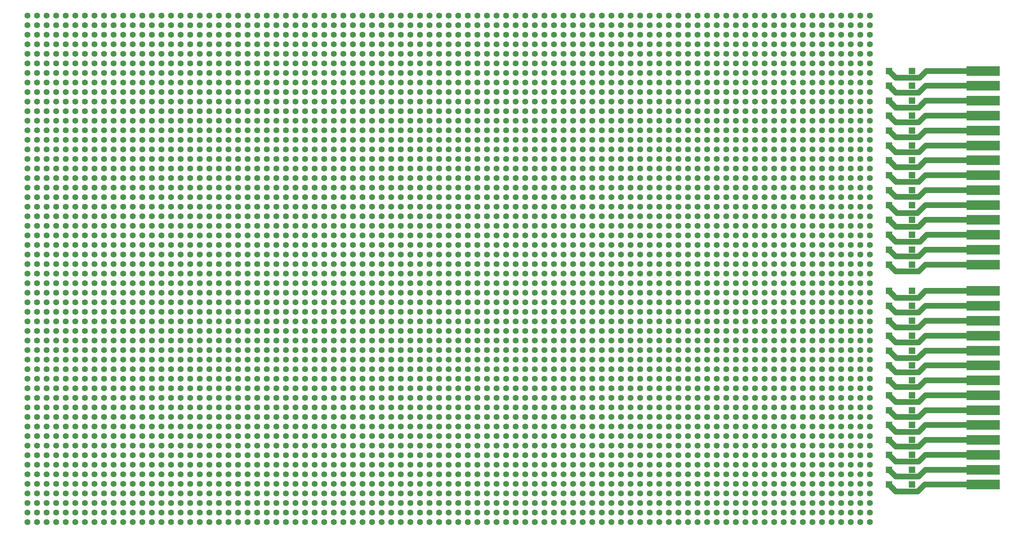
<source format=gbr>
%TF.GenerationSoftware,KiCad,Pcbnew,8.0.2*%
%TF.CreationDate,2024-05-20T22:27:27+02:00*%
%TF.ProjectId,Breadboard_56pin,42726561-6462-46f6-9172-645f35367069,rev?*%
%TF.SameCoordinates,Original*%
%TF.FileFunction,Copper,L1,Top*%
%TF.FilePolarity,Positive*%
%FSLAX46Y46*%
G04 Gerber Fmt 4.6, Leading zero omitted, Abs format (unit mm)*
G04 Created by KiCad (PCBNEW 8.0.2) date 2024-05-20 22:27:27*
%MOMM*%
%LPD*%
G01*
G04 APERTURE LIST*
%TA.AperFunction,ComponentPad*%
%ADD10C,1.600000*%
%TD*%
%TA.AperFunction,ComponentPad*%
%ADD11R,1.700000X1.700000*%
%TD*%
%TA.AperFunction,SMDPad,CuDef*%
%ADD12R,8.800000X2.600000*%
%TD*%
%TA.AperFunction,Conductor*%
%ADD13C,1.500000*%
%TD*%
G04 APERTURE END LIST*
D10*
%TO.P,R,1*%
%TO.N,N/C*%
X332740000Y-205740000D03*
%TD*%
%TO.P,R,1*%
%TO.N,N/C*%
X332740000Y-78740000D03*
%TD*%
%TO.P,R,1*%
%TO.N,N/C*%
X332740000Y-76200000D03*
%TD*%
%TO.P,R,1*%
%TO.N,N/C*%
X132080000Y-81280000D03*
%TD*%
%TO.P,R,1*%
%TO.N,N/C*%
X124460000Y-81280000D03*
%TD*%
%TO.P,R,1*%
%TO.N,N/C*%
X127000000Y-81280000D03*
%TD*%
%TO.P,R,1*%
%TO.N,N/C*%
X121920000Y-81280000D03*
%TD*%
%TO.P,R,1*%
%TO.N,N/C*%
X129540000Y-81280000D03*
%TD*%
%TO.P,R,1*%
%TO.N,N/C*%
X134620000Y-81280000D03*
%TD*%
%TO.P,R,1*%
%TO.N,N/C*%
X162560000Y-81280000D03*
%TD*%
%TO.P,R,1*%
%TO.N,N/C*%
X154940000Y-81280000D03*
%TD*%
%TO.P,R,1*%
%TO.N,N/C*%
X157480000Y-81280000D03*
%TD*%
%TO.P,R,1*%
%TO.N,N/C*%
X152400000Y-81280000D03*
%TD*%
%TO.P,R,1*%
%TO.N,N/C*%
X160020000Y-81280000D03*
%TD*%
%TO.P,R,1*%
%TO.N,N/C*%
X165100000Y-81280000D03*
%TD*%
%TO.P,R,1*%
%TO.N,N/C*%
X177800000Y-81280000D03*
%TD*%
%TO.P,R,1*%
%TO.N,N/C*%
X170180000Y-81280000D03*
%TD*%
%TO.P,R,1*%
%TO.N,N/C*%
X172720000Y-81280000D03*
%TD*%
%TO.P,R,1*%
%TO.N,N/C*%
X167640000Y-81280000D03*
%TD*%
%TO.P,R,1*%
%TO.N,N/C*%
X175260000Y-81280000D03*
%TD*%
%TO.P,R,1*%
%TO.N,N/C*%
X180340000Y-81280000D03*
%TD*%
%TO.P,R,1*%
%TO.N,N/C*%
X193040000Y-81280000D03*
%TD*%
%TO.P,R,1*%
%TO.N,N/C*%
X185420000Y-81280000D03*
%TD*%
%TO.P,R,1*%
%TO.N,N/C*%
X187960000Y-81280000D03*
%TD*%
%TO.P,R,1*%
%TO.N,N/C*%
X182880000Y-81280000D03*
%TD*%
%TO.P,R,1*%
%TO.N,N/C*%
X190500000Y-81280000D03*
%TD*%
%TO.P,R,1*%
%TO.N,N/C*%
X195580000Y-81280000D03*
%TD*%
%TO.P,R,1*%
%TO.N,N/C*%
X208280000Y-81280000D03*
%TD*%
%TO.P,R,1*%
%TO.N,N/C*%
X200660000Y-81280000D03*
%TD*%
%TO.P,R,1*%
%TO.N,N/C*%
X203200000Y-81280000D03*
%TD*%
%TO.P,R,1*%
%TO.N,N/C*%
X198120000Y-81280000D03*
%TD*%
%TO.P,R,1*%
%TO.N,N/C*%
X205740000Y-81280000D03*
%TD*%
%TO.P,R,1*%
%TO.N,N/C*%
X210820000Y-81280000D03*
%TD*%
%TO.P,R,1*%
%TO.N,N/C*%
X223520000Y-81280000D03*
%TD*%
%TO.P,R,1*%
%TO.N,N/C*%
X215900000Y-81280000D03*
%TD*%
%TO.P,R,1*%
%TO.N,N/C*%
X218440000Y-81280000D03*
%TD*%
%TO.P,R,1*%
%TO.N,N/C*%
X213360000Y-81280000D03*
%TD*%
%TO.P,R,1*%
%TO.N,N/C*%
X220980000Y-81280000D03*
%TD*%
%TO.P,R,1*%
%TO.N,N/C*%
X226060000Y-81280000D03*
%TD*%
%TO.P,R,1*%
%TO.N,N/C*%
X238760000Y-81280000D03*
%TD*%
%TO.P,R,1*%
%TO.N,N/C*%
X231140000Y-81280000D03*
%TD*%
%TO.P,R,1*%
%TO.N,N/C*%
X233680000Y-81280000D03*
%TD*%
%TO.P,R,1*%
%TO.N,N/C*%
X228600000Y-81280000D03*
%TD*%
%TO.P,R,1*%
%TO.N,N/C*%
X236220000Y-81280000D03*
%TD*%
%TO.P,R,1*%
%TO.N,N/C*%
X241300000Y-81280000D03*
%TD*%
%TO.P,R,1*%
%TO.N,N/C*%
X254000000Y-81280000D03*
%TD*%
%TO.P,R,1*%
%TO.N,N/C*%
X246380000Y-81280000D03*
%TD*%
%TO.P,R,1*%
%TO.N,N/C*%
X248920000Y-81280000D03*
%TD*%
%TO.P,R,1*%
%TO.N,N/C*%
X243840000Y-81280000D03*
%TD*%
%TO.P,R,1*%
%TO.N,N/C*%
X251460000Y-81280000D03*
%TD*%
%TO.P,R,1*%
%TO.N,N/C*%
X269240000Y-81280000D03*
%TD*%
%TO.P,R,1*%
%TO.N,N/C*%
X261620000Y-81280000D03*
%TD*%
%TO.P,R,1*%
%TO.N,N/C*%
X264160000Y-81280000D03*
%TD*%
%TO.P,R,1*%
%TO.N,N/C*%
X259080000Y-81280000D03*
%TD*%
%TO.P,R,1*%
%TO.N,N/C*%
X266700000Y-81280000D03*
%TD*%
%TO.P,R,1*%
%TO.N,N/C*%
X271780000Y-81280000D03*
%TD*%
%TO.P,R,1*%
%TO.N,N/C*%
X256540000Y-81280000D03*
%TD*%
%TO.P,R,1*%
%TO.N,N/C*%
X284480000Y-81280000D03*
%TD*%
%TO.P,R,1*%
%TO.N,N/C*%
X276860000Y-81280000D03*
%TD*%
%TO.P,R,1*%
%TO.N,N/C*%
X279400000Y-81280000D03*
%TD*%
%TO.P,R,1*%
%TO.N,N/C*%
X274320000Y-81280000D03*
%TD*%
%TO.P,R,1*%
%TO.N,N/C*%
X281940000Y-81280000D03*
%TD*%
%TO.P,R,1*%
%TO.N,N/C*%
X287020000Y-81280000D03*
%TD*%
%TO.P,R,1*%
%TO.N,N/C*%
X307340000Y-81280000D03*
%TD*%
%TO.P,R,1*%
%TO.N,N/C*%
X309880000Y-81280000D03*
%TD*%
%TO.P,R,1*%
%TO.N,N/C*%
X304800000Y-81280000D03*
%TD*%
%TO.P,R,1*%
%TO.N,N/C*%
X312420000Y-81280000D03*
%TD*%
%TO.P,R,1*%
%TO.N,N/C*%
X317500000Y-81280000D03*
%TD*%
%TO.P,R,1*%
%TO.N,N/C*%
X330200000Y-81280000D03*
%TD*%
%TO.P,R,1*%
%TO.N,N/C*%
X147320000Y-81280000D03*
%TD*%
%TO.P,R,1*%
%TO.N,N/C*%
X139700000Y-81280000D03*
%TD*%
%TO.P,R,1*%
%TO.N,N/C*%
X142240000Y-81280000D03*
%TD*%
%TO.P,R,1*%
%TO.N,N/C*%
X137160000Y-81280000D03*
%TD*%
%TO.P,R,1*%
%TO.N,N/C*%
X144780000Y-81280000D03*
%TD*%
%TO.P,R,1*%
%TO.N,N/C*%
X149860000Y-81280000D03*
%TD*%
%TO.P,R,1*%
%TO.N,N/C*%
X292100000Y-81280000D03*
%TD*%
%TO.P,R,1*%
%TO.N,N/C*%
X299720000Y-81280000D03*
%TD*%
%TO.P,R,1*%
%TO.N,N/C*%
X289560000Y-81280000D03*
%TD*%
%TO.P,R,1*%
%TO.N,N/C*%
X314960000Y-81280000D03*
%TD*%
%TO.P,R,1*%
%TO.N,N/C*%
X294640000Y-81280000D03*
%TD*%
%TO.P,R,1*%
%TO.N,N/C*%
X297180000Y-81280000D03*
%TD*%
%TO.P,R,1*%
%TO.N,N/C*%
X302260000Y-81280000D03*
%TD*%
%TO.P,R,1*%
%TO.N,N/C*%
X322580000Y-81280000D03*
%TD*%
%TO.P,R,1*%
%TO.N,N/C*%
X325120000Y-81280000D03*
%TD*%
%TO.P,R,1*%
%TO.N,N/C*%
X320040000Y-81280000D03*
%TD*%
%TO.P,R,1*%
%TO.N,N/C*%
X327660000Y-81280000D03*
%TD*%
%TO.P,R,1*%
%TO.N,N/C*%
X332740000Y-81280000D03*
%TD*%
%TO.P,R,1*%
%TO.N,N/C*%
X129540000Y-195580000D03*
%TD*%
%TO.P,R,1*%
%TO.N,N/C*%
X314960000Y-195580000D03*
%TD*%
%TO.P,R,1*%
%TO.N,N/C*%
X297180000Y-203200000D03*
%TD*%
%TO.P,R,1*%
%TO.N,N/C*%
X297180000Y-198120000D03*
%TD*%
%TO.P,R,1*%
%TO.N,N/C*%
X317500000Y-182880000D03*
%TD*%
%TO.P,R,1*%
%TO.N,N/C*%
X312420000Y-195580000D03*
%TD*%
%TO.P,R,1*%
%TO.N,N/C*%
X330200000Y-195580000D03*
%TD*%
%TO.P,R,1*%
%TO.N,N/C*%
X302260000Y-203200000D03*
%TD*%
%TO.P,R,1*%
%TO.N,N/C*%
X281940000Y-195580000D03*
%TD*%
%TO.P,R,1*%
%TO.N,N/C*%
X251460000Y-195580000D03*
%TD*%
%TO.P,R,1*%
%TO.N,N/C*%
X330200000Y-182880000D03*
%TD*%
%TO.P,R,1*%
%TO.N,N/C*%
X132080000Y-195580000D03*
%TD*%
%TO.P,R,1*%
%TO.N,N/C*%
X132080000Y-182880000D03*
%TD*%
%TO.P,R,1*%
%TO.N,N/C*%
X132080000Y-175260000D03*
%TD*%
%TO.P,R,1*%
%TO.N,N/C*%
X132080000Y-177800000D03*
%TD*%
%TO.P,R,1*%
%TO.N,N/C*%
X132080000Y-198120000D03*
%TD*%
%TO.P,R,1*%
%TO.N,N/C*%
X132080000Y-203200000D03*
%TD*%
%TO.P,R,1*%
%TO.N,N/C*%
X132080000Y-180340000D03*
%TD*%
%TO.P,R,1*%
%TO.N,N/C*%
X132080000Y-187960000D03*
%TD*%
%TO.P,R,1*%
%TO.N,N/C*%
X132080000Y-190500000D03*
%TD*%
%TO.P,R,1*%
%TO.N,N/C*%
X132080000Y-200660000D03*
%TD*%
%TO.P,R,1*%
%TO.N,N/C*%
X132080000Y-185420000D03*
%TD*%
%TO.P,R,1*%
%TO.N,N/C*%
X132080000Y-193040000D03*
%TD*%
%TO.P,R,1*%
%TO.N,N/C*%
X124460000Y-180340000D03*
%TD*%
%TO.P,R,1*%
%TO.N,N/C*%
X124460000Y-187960000D03*
%TD*%
%TO.P,R,1*%
%TO.N,N/C*%
X124460000Y-190500000D03*
%TD*%
%TO.P,R,1*%
%TO.N,N/C*%
X124460000Y-200660000D03*
%TD*%
%TO.P,R,1*%
%TO.N,N/C*%
X124460000Y-198120000D03*
%TD*%
%TO.P,R,1*%
%TO.N,N/C*%
X124460000Y-203200000D03*
%TD*%
%TO.P,R,1*%
%TO.N,N/C*%
X124460000Y-177800000D03*
%TD*%
%TO.P,R,1*%
%TO.N,N/C*%
X124460000Y-175260000D03*
%TD*%
%TO.P,R,1*%
%TO.N,N/C*%
X124460000Y-182880000D03*
%TD*%
%TO.P,R,1*%
%TO.N,N/C*%
X124460000Y-195580000D03*
%TD*%
%TO.P,R,1*%
%TO.N,N/C*%
X124460000Y-193040000D03*
%TD*%
%TO.P,R,1*%
%TO.N,N/C*%
X129540000Y-180340000D03*
%TD*%
%TO.P,R,1*%
%TO.N,N/C*%
X129540000Y-193040000D03*
%TD*%
%TO.P,R,1*%
%TO.N,N/C*%
X124460000Y-185420000D03*
%TD*%
%TO.P,R,1*%
%TO.N,N/C*%
X127000000Y-203200000D03*
%TD*%
%TO.P,R,1*%
%TO.N,N/C*%
X127000000Y-177800000D03*
%TD*%
%TO.P,R,1*%
%TO.N,N/C*%
X127000000Y-175260000D03*
%TD*%
%TO.P,R,1*%
%TO.N,N/C*%
X127000000Y-182880000D03*
%TD*%
%TO.P,R,1*%
%TO.N,N/C*%
X127000000Y-195580000D03*
%TD*%
%TO.P,R,1*%
%TO.N,N/C*%
X127000000Y-187960000D03*
%TD*%
%TO.P,R,1*%
%TO.N,N/C*%
X127000000Y-190500000D03*
%TD*%
%TO.P,R,1*%
%TO.N,N/C*%
X127000000Y-200660000D03*
%TD*%
%TO.P,R,1*%
%TO.N,N/C*%
X127000000Y-185420000D03*
%TD*%
%TO.P,R,1*%
%TO.N,N/C*%
X127000000Y-180340000D03*
%TD*%
%TO.P,R,1*%
%TO.N,N/C*%
X127000000Y-198120000D03*
%TD*%
%TO.P,R,1*%
%TO.N,N/C*%
X134620000Y-193040000D03*
%TD*%
%TO.P,R,1*%
%TO.N,N/C*%
X121920000Y-180340000D03*
%TD*%
%TO.P,R,1*%
%TO.N,N/C*%
X121920000Y-187960000D03*
%TD*%
%TO.P,R,1*%
%TO.N,N/C*%
X121920000Y-190500000D03*
%TD*%
%TO.P,R,1*%
%TO.N,N/C*%
X121920000Y-200660000D03*
%TD*%
%TO.P,R,1*%
%TO.N,N/C*%
X121920000Y-185420000D03*
%TD*%
%TO.P,R,1*%
%TO.N,N/C*%
X121920000Y-198120000D03*
%TD*%
%TO.P,R,1*%
%TO.N,N/C*%
X121920000Y-203200000D03*
%TD*%
%TO.P,R,1*%
%TO.N,N/C*%
X121920000Y-175260000D03*
%TD*%
%TO.P,R,1*%
%TO.N,N/C*%
X121920000Y-182880000D03*
%TD*%
%TO.P,R,1*%
%TO.N,N/C*%
X121920000Y-195580000D03*
%TD*%
%TO.P,R,1*%
%TO.N,N/C*%
X121920000Y-193040000D03*
%TD*%
%TO.P,R,1*%
%TO.N,N/C*%
X129540000Y-187960000D03*
%TD*%
%TO.P,R,1*%
%TO.N,N/C*%
X129540000Y-190500000D03*
%TD*%
%TO.P,R,1*%
%TO.N,N/C*%
X129540000Y-200660000D03*
%TD*%
%TO.P,R,1*%
%TO.N,N/C*%
X129540000Y-185420000D03*
%TD*%
%TO.P,R,1*%
%TO.N,N/C*%
X129540000Y-198120000D03*
%TD*%
%TO.P,R,1*%
%TO.N,N/C*%
X129540000Y-203200000D03*
%TD*%
%TO.P,R,1*%
%TO.N,N/C*%
X121920000Y-177800000D03*
%TD*%
%TO.P,R,1*%
%TO.N,N/C*%
X127000000Y-193040000D03*
%TD*%
%TO.P,R,1*%
%TO.N,N/C*%
X129540000Y-177800000D03*
%TD*%
%TO.P,R,1*%
%TO.N,N/C*%
X129540000Y-175260000D03*
%TD*%
%TO.P,R,1*%
%TO.N,N/C*%
X129540000Y-182880000D03*
%TD*%
%TO.P,R,1*%
%TO.N,N/C*%
X134620000Y-195580000D03*
%TD*%
%TO.P,R,1*%
%TO.N,N/C*%
X134620000Y-187960000D03*
%TD*%
%TO.P,R,1*%
%TO.N,N/C*%
X134620000Y-190500000D03*
%TD*%
%TO.P,R,1*%
%TO.N,N/C*%
X134620000Y-200660000D03*
%TD*%
%TO.P,R,1*%
%TO.N,N/C*%
X134620000Y-185420000D03*
%TD*%
%TO.P,R,1*%
%TO.N,N/C*%
X134620000Y-180340000D03*
%TD*%
%TO.P,R,1*%
%TO.N,N/C*%
X134620000Y-203200000D03*
%TD*%
%TO.P,R,1*%
%TO.N,N/C*%
X330200000Y-175260000D03*
%TD*%
%TO.P,R,1*%
%TO.N,N/C*%
X330200000Y-177800000D03*
%TD*%
%TO.P,R,1*%
%TO.N,N/C*%
X134620000Y-198120000D03*
%TD*%
%TO.P,R,1*%
%TO.N,N/C*%
X134620000Y-177800000D03*
%TD*%
%TO.P,R,1*%
%TO.N,N/C*%
X134620000Y-175260000D03*
%TD*%
%TO.P,R,1*%
%TO.N,N/C*%
X134620000Y-182880000D03*
%TD*%
%TO.P,R,1*%
%TO.N,N/C*%
X160020000Y-195580000D03*
%TD*%
%TO.P,R,1*%
%TO.N,N/C*%
X162560000Y-195580000D03*
%TD*%
%TO.P,R,1*%
%TO.N,N/C*%
X162560000Y-182880000D03*
%TD*%
%TO.P,R,1*%
%TO.N,N/C*%
X162560000Y-175260000D03*
%TD*%
%TO.P,R,1*%
%TO.N,N/C*%
X162560000Y-177800000D03*
%TD*%
%TO.P,R,1*%
%TO.N,N/C*%
X162560000Y-198120000D03*
%TD*%
%TO.P,R,1*%
%TO.N,N/C*%
X162560000Y-203200000D03*
%TD*%
%TO.P,R,1*%
%TO.N,N/C*%
X162560000Y-180340000D03*
%TD*%
%TO.P,R,1*%
%TO.N,N/C*%
X162560000Y-187960000D03*
%TD*%
%TO.P,R,1*%
%TO.N,N/C*%
X162560000Y-190500000D03*
%TD*%
%TO.P,R,1*%
%TO.N,N/C*%
X162560000Y-200660000D03*
%TD*%
%TO.P,R,1*%
%TO.N,N/C*%
X162560000Y-185420000D03*
%TD*%
%TO.P,R,1*%
%TO.N,N/C*%
X162560000Y-193040000D03*
%TD*%
%TO.P,R,1*%
%TO.N,N/C*%
X154940000Y-180340000D03*
%TD*%
%TO.P,R,1*%
%TO.N,N/C*%
X154940000Y-187960000D03*
%TD*%
%TO.P,R,1*%
%TO.N,N/C*%
X154940000Y-190500000D03*
%TD*%
%TO.P,R,1*%
%TO.N,N/C*%
X154940000Y-200660000D03*
%TD*%
%TO.P,R,1*%
%TO.N,N/C*%
X154940000Y-198120000D03*
%TD*%
%TO.P,R,1*%
%TO.N,N/C*%
X154940000Y-203200000D03*
%TD*%
%TO.P,R,1*%
%TO.N,N/C*%
X154940000Y-177800000D03*
%TD*%
%TO.P,R,1*%
%TO.N,N/C*%
X154940000Y-175260000D03*
%TD*%
%TO.P,R,1*%
%TO.N,N/C*%
X154940000Y-182880000D03*
%TD*%
%TO.P,R,1*%
%TO.N,N/C*%
X154940000Y-195580000D03*
%TD*%
%TO.P,R,1*%
%TO.N,N/C*%
X154940000Y-193040000D03*
%TD*%
%TO.P,R,1*%
%TO.N,N/C*%
X160020000Y-180340000D03*
%TD*%
%TO.P,R,1*%
%TO.N,N/C*%
X160020000Y-193040000D03*
%TD*%
%TO.P,R,1*%
%TO.N,N/C*%
X154940000Y-185420000D03*
%TD*%
%TO.P,R,1*%
%TO.N,N/C*%
X157480000Y-203200000D03*
%TD*%
%TO.P,R,1*%
%TO.N,N/C*%
X157480000Y-177800000D03*
%TD*%
%TO.P,R,1*%
%TO.N,N/C*%
X157480000Y-175260000D03*
%TD*%
%TO.P,R,1*%
%TO.N,N/C*%
X157480000Y-182880000D03*
%TD*%
%TO.P,R,1*%
%TO.N,N/C*%
X157480000Y-195580000D03*
%TD*%
%TO.P,R,1*%
%TO.N,N/C*%
X157480000Y-187960000D03*
%TD*%
%TO.P,R,1*%
%TO.N,N/C*%
X157480000Y-190500000D03*
%TD*%
%TO.P,R,1*%
%TO.N,N/C*%
X157480000Y-200660000D03*
%TD*%
%TO.P,R,1*%
%TO.N,N/C*%
X157480000Y-185420000D03*
%TD*%
%TO.P,R,1*%
%TO.N,N/C*%
X157480000Y-180340000D03*
%TD*%
%TO.P,R,1*%
%TO.N,N/C*%
X157480000Y-198120000D03*
%TD*%
%TO.P,R,1*%
%TO.N,N/C*%
X165100000Y-193040000D03*
%TD*%
%TO.P,R,1*%
%TO.N,N/C*%
X152400000Y-180340000D03*
%TD*%
%TO.P,R,1*%
%TO.N,N/C*%
X152400000Y-187960000D03*
%TD*%
%TO.P,R,1*%
%TO.N,N/C*%
X152400000Y-190500000D03*
%TD*%
%TO.P,R,1*%
%TO.N,N/C*%
X152400000Y-200660000D03*
%TD*%
%TO.P,R,1*%
%TO.N,N/C*%
X152400000Y-185420000D03*
%TD*%
%TO.P,R,1*%
%TO.N,N/C*%
X152400000Y-198120000D03*
%TD*%
%TO.P,R,1*%
%TO.N,N/C*%
X152400000Y-203200000D03*
%TD*%
%TO.P,R,1*%
%TO.N,N/C*%
X152400000Y-175260000D03*
%TD*%
%TO.P,R,1*%
%TO.N,N/C*%
X152400000Y-182880000D03*
%TD*%
%TO.P,R,1*%
%TO.N,N/C*%
X152400000Y-195580000D03*
%TD*%
%TO.P,R,1*%
%TO.N,N/C*%
X152400000Y-193040000D03*
%TD*%
%TO.P,R,1*%
%TO.N,N/C*%
X160020000Y-187960000D03*
%TD*%
%TO.P,R,1*%
%TO.N,N/C*%
X160020000Y-190500000D03*
%TD*%
%TO.P,R,1*%
%TO.N,N/C*%
X160020000Y-200660000D03*
%TD*%
%TO.P,R,1*%
%TO.N,N/C*%
X160020000Y-185420000D03*
%TD*%
%TO.P,R,1*%
%TO.N,N/C*%
X160020000Y-198120000D03*
%TD*%
%TO.P,R,1*%
%TO.N,N/C*%
X160020000Y-203200000D03*
%TD*%
%TO.P,R,1*%
%TO.N,N/C*%
X152400000Y-177800000D03*
%TD*%
%TO.P,R,1*%
%TO.N,N/C*%
X157480000Y-193040000D03*
%TD*%
%TO.P,R,1*%
%TO.N,N/C*%
X160020000Y-177800000D03*
%TD*%
%TO.P,R,1*%
%TO.N,N/C*%
X160020000Y-175260000D03*
%TD*%
%TO.P,R,1*%
%TO.N,N/C*%
X160020000Y-182880000D03*
%TD*%
%TO.P,R,1*%
%TO.N,N/C*%
X165100000Y-190500000D03*
%TD*%
%TO.P,R,1*%
%TO.N,N/C*%
X165100000Y-200660000D03*
%TD*%
%TO.P,R,1*%
%TO.N,N/C*%
X165100000Y-185420000D03*
%TD*%
%TO.P,R,1*%
%TO.N,N/C*%
X165100000Y-203200000D03*
%TD*%
%TO.P,R,1*%
%TO.N,N/C*%
X165100000Y-177800000D03*
%TD*%
%TO.P,R,1*%
%TO.N,N/C*%
X165100000Y-175260000D03*
%TD*%
%TO.P,R,1*%
%TO.N,N/C*%
X165100000Y-182880000D03*
%TD*%
%TO.P,R,1*%
%TO.N,N/C*%
X165100000Y-195580000D03*
%TD*%
%TO.P,R,1*%
%TO.N,N/C*%
X165100000Y-187960000D03*
%TD*%
%TO.P,R,1*%
%TO.N,N/C*%
X165100000Y-198120000D03*
%TD*%
%TO.P,R,1*%
%TO.N,N/C*%
X175260000Y-195580000D03*
%TD*%
%TO.P,R,1*%
%TO.N,N/C*%
X177800000Y-195580000D03*
%TD*%
%TO.P,R,1*%
%TO.N,N/C*%
X177800000Y-182880000D03*
%TD*%
%TO.P,R,1*%
%TO.N,N/C*%
X177800000Y-175260000D03*
%TD*%
%TO.P,R,1*%
%TO.N,N/C*%
X177800000Y-177800000D03*
%TD*%
%TO.P,R,1*%
%TO.N,N/C*%
X177800000Y-198120000D03*
%TD*%
%TO.P,R,1*%
%TO.N,N/C*%
X177800000Y-203200000D03*
%TD*%
%TO.P,R,1*%
%TO.N,N/C*%
X177800000Y-180340000D03*
%TD*%
%TO.P,R,1*%
%TO.N,N/C*%
X177800000Y-187960000D03*
%TD*%
%TO.P,R,1*%
%TO.N,N/C*%
X177800000Y-190500000D03*
%TD*%
%TO.P,R,1*%
%TO.N,N/C*%
X177800000Y-200660000D03*
%TD*%
%TO.P,R,1*%
%TO.N,N/C*%
X177800000Y-185420000D03*
%TD*%
%TO.P,R,1*%
%TO.N,N/C*%
X177800000Y-193040000D03*
%TD*%
%TO.P,R,1*%
%TO.N,N/C*%
X170180000Y-180340000D03*
%TD*%
%TO.P,R,1*%
%TO.N,N/C*%
X170180000Y-187960000D03*
%TD*%
%TO.P,R,1*%
%TO.N,N/C*%
X170180000Y-190500000D03*
%TD*%
%TO.P,R,1*%
%TO.N,N/C*%
X170180000Y-200660000D03*
%TD*%
%TO.P,R,1*%
%TO.N,N/C*%
X170180000Y-198120000D03*
%TD*%
%TO.P,R,1*%
%TO.N,N/C*%
X170180000Y-203200000D03*
%TD*%
%TO.P,R,1*%
%TO.N,N/C*%
X170180000Y-177800000D03*
%TD*%
%TO.P,R,1*%
%TO.N,N/C*%
X170180000Y-175260000D03*
%TD*%
%TO.P,R,1*%
%TO.N,N/C*%
X170180000Y-182880000D03*
%TD*%
%TO.P,R,1*%
%TO.N,N/C*%
X170180000Y-195580000D03*
%TD*%
%TO.P,R,1*%
%TO.N,N/C*%
X170180000Y-193040000D03*
%TD*%
%TO.P,R,1*%
%TO.N,N/C*%
X175260000Y-180340000D03*
%TD*%
%TO.P,R,1*%
%TO.N,N/C*%
X175260000Y-193040000D03*
%TD*%
%TO.P,R,1*%
%TO.N,N/C*%
X170180000Y-185420000D03*
%TD*%
%TO.P,R,1*%
%TO.N,N/C*%
X172720000Y-203200000D03*
%TD*%
%TO.P,R,1*%
%TO.N,N/C*%
X172720000Y-177800000D03*
%TD*%
%TO.P,R,1*%
%TO.N,N/C*%
X172720000Y-175260000D03*
%TD*%
%TO.P,R,1*%
%TO.N,N/C*%
X172720000Y-182880000D03*
%TD*%
%TO.P,R,1*%
%TO.N,N/C*%
X172720000Y-195580000D03*
%TD*%
%TO.P,R,1*%
%TO.N,N/C*%
X172720000Y-187960000D03*
%TD*%
%TO.P,R,1*%
%TO.N,N/C*%
X172720000Y-190500000D03*
%TD*%
%TO.P,R,1*%
%TO.N,N/C*%
X172720000Y-200660000D03*
%TD*%
%TO.P,R,1*%
%TO.N,N/C*%
X172720000Y-185420000D03*
%TD*%
%TO.P,R,1*%
%TO.N,N/C*%
X172720000Y-180340000D03*
%TD*%
%TO.P,R,1*%
%TO.N,N/C*%
X172720000Y-198120000D03*
%TD*%
%TO.P,R,1*%
%TO.N,N/C*%
X180340000Y-193040000D03*
%TD*%
%TO.P,R,1*%
%TO.N,N/C*%
X167640000Y-180340000D03*
%TD*%
%TO.P,R,1*%
%TO.N,N/C*%
X167640000Y-187960000D03*
%TD*%
%TO.P,R,1*%
%TO.N,N/C*%
X167640000Y-190500000D03*
%TD*%
%TO.P,R,1*%
%TO.N,N/C*%
X167640000Y-200660000D03*
%TD*%
%TO.P,R,1*%
%TO.N,N/C*%
X167640000Y-185420000D03*
%TD*%
%TO.P,R,1*%
%TO.N,N/C*%
X167640000Y-198120000D03*
%TD*%
%TO.P,R,1*%
%TO.N,N/C*%
X167640000Y-203200000D03*
%TD*%
%TO.P,R,1*%
%TO.N,N/C*%
X167640000Y-175260000D03*
%TD*%
%TO.P,R,1*%
%TO.N,N/C*%
X167640000Y-182880000D03*
%TD*%
%TO.P,R,1*%
%TO.N,N/C*%
X167640000Y-195580000D03*
%TD*%
%TO.P,R,1*%
%TO.N,N/C*%
X167640000Y-193040000D03*
%TD*%
%TO.P,R,1*%
%TO.N,N/C*%
X175260000Y-187960000D03*
%TD*%
%TO.P,R,1*%
%TO.N,N/C*%
X175260000Y-190500000D03*
%TD*%
%TO.P,R,1*%
%TO.N,N/C*%
X175260000Y-200660000D03*
%TD*%
%TO.P,R,1*%
%TO.N,N/C*%
X175260000Y-185420000D03*
%TD*%
%TO.P,R,1*%
%TO.N,N/C*%
X175260000Y-198120000D03*
%TD*%
%TO.P,R,1*%
%TO.N,N/C*%
X175260000Y-203200000D03*
%TD*%
%TO.P,R,1*%
%TO.N,N/C*%
X167640000Y-177800000D03*
%TD*%
%TO.P,R,1*%
%TO.N,N/C*%
X172720000Y-193040000D03*
%TD*%
%TO.P,R,1*%
%TO.N,N/C*%
X175260000Y-177800000D03*
%TD*%
%TO.P,R,1*%
%TO.N,N/C*%
X175260000Y-175260000D03*
%TD*%
%TO.P,R,1*%
%TO.N,N/C*%
X175260000Y-182880000D03*
%TD*%
%TO.P,R,1*%
%TO.N,N/C*%
X165100000Y-180340000D03*
%TD*%
%TO.P,R,1*%
%TO.N,N/C*%
X180340000Y-203200000D03*
%TD*%
%TO.P,R,1*%
%TO.N,N/C*%
X180340000Y-177800000D03*
%TD*%
%TO.P,R,1*%
%TO.N,N/C*%
X180340000Y-175260000D03*
%TD*%
%TO.P,R,1*%
%TO.N,N/C*%
X180340000Y-182880000D03*
%TD*%
%TO.P,R,1*%
%TO.N,N/C*%
X180340000Y-195580000D03*
%TD*%
%TO.P,R,1*%
%TO.N,N/C*%
X180340000Y-187960000D03*
%TD*%
%TO.P,R,1*%
%TO.N,N/C*%
X180340000Y-190500000D03*
%TD*%
%TO.P,R,1*%
%TO.N,N/C*%
X180340000Y-200660000D03*
%TD*%
%TO.P,R,1*%
%TO.N,N/C*%
X190500000Y-195580000D03*
%TD*%
%TO.P,R,1*%
%TO.N,N/C*%
X193040000Y-195580000D03*
%TD*%
%TO.P,R,1*%
%TO.N,N/C*%
X193040000Y-182880000D03*
%TD*%
%TO.P,R,1*%
%TO.N,N/C*%
X193040000Y-175260000D03*
%TD*%
%TO.P,R,1*%
%TO.N,N/C*%
X193040000Y-177800000D03*
%TD*%
%TO.P,R,1*%
%TO.N,N/C*%
X193040000Y-198120000D03*
%TD*%
%TO.P,R,1*%
%TO.N,N/C*%
X193040000Y-203200000D03*
%TD*%
%TO.P,R,1*%
%TO.N,N/C*%
X193040000Y-180340000D03*
%TD*%
%TO.P,R,1*%
%TO.N,N/C*%
X193040000Y-187960000D03*
%TD*%
%TO.P,R,1*%
%TO.N,N/C*%
X193040000Y-190500000D03*
%TD*%
%TO.P,R,1*%
%TO.N,N/C*%
X193040000Y-200660000D03*
%TD*%
%TO.P,R,1*%
%TO.N,N/C*%
X193040000Y-185420000D03*
%TD*%
%TO.P,R,1*%
%TO.N,N/C*%
X193040000Y-193040000D03*
%TD*%
%TO.P,R,1*%
%TO.N,N/C*%
X185420000Y-180340000D03*
%TD*%
%TO.P,R,1*%
%TO.N,N/C*%
X185420000Y-187960000D03*
%TD*%
%TO.P,R,1*%
%TO.N,N/C*%
X185420000Y-190500000D03*
%TD*%
%TO.P,R,1*%
%TO.N,N/C*%
X185420000Y-200660000D03*
%TD*%
%TO.P,R,1*%
%TO.N,N/C*%
X185420000Y-198120000D03*
%TD*%
%TO.P,R,1*%
%TO.N,N/C*%
X185420000Y-203200000D03*
%TD*%
%TO.P,R,1*%
%TO.N,N/C*%
X185420000Y-177800000D03*
%TD*%
%TO.P,R,1*%
%TO.N,N/C*%
X185420000Y-175260000D03*
%TD*%
%TO.P,R,1*%
%TO.N,N/C*%
X185420000Y-182880000D03*
%TD*%
%TO.P,R,1*%
%TO.N,N/C*%
X185420000Y-195580000D03*
%TD*%
%TO.P,R,1*%
%TO.N,N/C*%
X185420000Y-193040000D03*
%TD*%
%TO.P,R,1*%
%TO.N,N/C*%
X190500000Y-180340000D03*
%TD*%
%TO.P,R,1*%
%TO.N,N/C*%
X190500000Y-193040000D03*
%TD*%
%TO.P,R,1*%
%TO.N,N/C*%
X185420000Y-185420000D03*
%TD*%
%TO.P,R,1*%
%TO.N,N/C*%
X187960000Y-203200000D03*
%TD*%
%TO.P,R,1*%
%TO.N,N/C*%
X187960000Y-177800000D03*
%TD*%
%TO.P,R,1*%
%TO.N,N/C*%
X187960000Y-175260000D03*
%TD*%
%TO.P,R,1*%
%TO.N,N/C*%
X187960000Y-182880000D03*
%TD*%
%TO.P,R,1*%
%TO.N,N/C*%
X187960000Y-195580000D03*
%TD*%
%TO.P,R,1*%
%TO.N,N/C*%
X187960000Y-187960000D03*
%TD*%
%TO.P,R,1*%
%TO.N,N/C*%
X187960000Y-190500000D03*
%TD*%
%TO.P,R,1*%
%TO.N,N/C*%
X187960000Y-200660000D03*
%TD*%
%TO.P,R,1*%
%TO.N,N/C*%
X187960000Y-185420000D03*
%TD*%
%TO.P,R,1*%
%TO.N,N/C*%
X187960000Y-180340000D03*
%TD*%
%TO.P,R,1*%
%TO.N,N/C*%
X187960000Y-198120000D03*
%TD*%
%TO.P,R,1*%
%TO.N,N/C*%
X195580000Y-193040000D03*
%TD*%
%TO.P,R,1*%
%TO.N,N/C*%
X182880000Y-180340000D03*
%TD*%
%TO.P,R,1*%
%TO.N,N/C*%
X182880000Y-187960000D03*
%TD*%
%TO.P,R,1*%
%TO.N,N/C*%
X182880000Y-190500000D03*
%TD*%
%TO.P,R,1*%
%TO.N,N/C*%
X182880000Y-200660000D03*
%TD*%
%TO.P,R,1*%
%TO.N,N/C*%
X182880000Y-185420000D03*
%TD*%
%TO.P,R,1*%
%TO.N,N/C*%
X182880000Y-198120000D03*
%TD*%
%TO.P,R,1*%
%TO.N,N/C*%
X182880000Y-203200000D03*
%TD*%
%TO.P,R,1*%
%TO.N,N/C*%
X182880000Y-175260000D03*
%TD*%
%TO.P,R,1*%
%TO.N,N/C*%
X182880000Y-182880000D03*
%TD*%
%TO.P,R,1*%
%TO.N,N/C*%
X182880000Y-195580000D03*
%TD*%
%TO.P,R,1*%
%TO.N,N/C*%
X182880000Y-193040000D03*
%TD*%
%TO.P,R,1*%
%TO.N,N/C*%
X190500000Y-187960000D03*
%TD*%
%TO.P,R,1*%
%TO.N,N/C*%
X190500000Y-190500000D03*
%TD*%
%TO.P,R,1*%
%TO.N,N/C*%
X190500000Y-200660000D03*
%TD*%
%TO.P,R,1*%
%TO.N,N/C*%
X190500000Y-185420000D03*
%TD*%
%TO.P,R,1*%
%TO.N,N/C*%
X190500000Y-198120000D03*
%TD*%
%TO.P,R,1*%
%TO.N,N/C*%
X190500000Y-203200000D03*
%TD*%
%TO.P,R,1*%
%TO.N,N/C*%
X182880000Y-177800000D03*
%TD*%
%TO.P,R,1*%
%TO.N,N/C*%
X187960000Y-193040000D03*
%TD*%
%TO.P,R,1*%
%TO.N,N/C*%
X190500000Y-177800000D03*
%TD*%
%TO.P,R,1*%
%TO.N,N/C*%
X190500000Y-175260000D03*
%TD*%
%TO.P,R,1*%
%TO.N,N/C*%
X190500000Y-182880000D03*
%TD*%
%TO.P,R,1*%
%TO.N,N/C*%
X195580000Y-180340000D03*
%TD*%
%TO.P,R,1*%
%TO.N,N/C*%
X195580000Y-177800000D03*
%TD*%
%TO.P,R,1*%
%TO.N,N/C*%
X195580000Y-175260000D03*
%TD*%
%TO.P,R,1*%
%TO.N,N/C*%
X195580000Y-182880000D03*
%TD*%
%TO.P,R,1*%
%TO.N,N/C*%
X195580000Y-195580000D03*
%TD*%
%TO.P,R,1*%
%TO.N,N/C*%
X195580000Y-187960000D03*
%TD*%
%TO.P,R,1*%
%TO.N,N/C*%
X195580000Y-190500000D03*
%TD*%
%TO.P,R,1*%
%TO.N,N/C*%
X195580000Y-200660000D03*
%TD*%
%TO.P,R,1*%
%TO.N,N/C*%
X195580000Y-185420000D03*
%TD*%
%TO.P,R,1*%
%TO.N,N/C*%
X180340000Y-180340000D03*
%TD*%
%TO.P,R,1*%
%TO.N,N/C*%
X195580000Y-198120000D03*
%TD*%
%TO.P,R,1*%
%TO.N,N/C*%
X205740000Y-195580000D03*
%TD*%
%TO.P,R,1*%
%TO.N,N/C*%
X208280000Y-195580000D03*
%TD*%
%TO.P,R,1*%
%TO.N,N/C*%
X208280000Y-182880000D03*
%TD*%
%TO.P,R,1*%
%TO.N,N/C*%
X208280000Y-175260000D03*
%TD*%
%TO.P,R,1*%
%TO.N,N/C*%
X208280000Y-177800000D03*
%TD*%
%TO.P,R,1*%
%TO.N,N/C*%
X208280000Y-198120000D03*
%TD*%
%TO.P,R,1*%
%TO.N,N/C*%
X208280000Y-203200000D03*
%TD*%
%TO.P,R,1*%
%TO.N,N/C*%
X208280000Y-180340000D03*
%TD*%
%TO.P,R,1*%
%TO.N,N/C*%
X208280000Y-187960000D03*
%TD*%
%TO.P,R,1*%
%TO.N,N/C*%
X208280000Y-190500000D03*
%TD*%
%TO.P,R,1*%
%TO.N,N/C*%
X208280000Y-200660000D03*
%TD*%
%TO.P,R,1*%
%TO.N,N/C*%
X208280000Y-185420000D03*
%TD*%
%TO.P,R,1*%
%TO.N,N/C*%
X208280000Y-193040000D03*
%TD*%
%TO.P,R,1*%
%TO.N,N/C*%
X200660000Y-180340000D03*
%TD*%
%TO.P,R,1*%
%TO.N,N/C*%
X200660000Y-187960000D03*
%TD*%
%TO.P,R,1*%
%TO.N,N/C*%
X200660000Y-190500000D03*
%TD*%
%TO.P,R,1*%
%TO.N,N/C*%
X200660000Y-200660000D03*
%TD*%
%TO.P,R,1*%
%TO.N,N/C*%
X200660000Y-198120000D03*
%TD*%
%TO.P,R,1*%
%TO.N,N/C*%
X200660000Y-203200000D03*
%TD*%
%TO.P,R,1*%
%TO.N,N/C*%
X200660000Y-177800000D03*
%TD*%
%TO.P,R,1*%
%TO.N,N/C*%
X200660000Y-175260000D03*
%TD*%
%TO.P,R,1*%
%TO.N,N/C*%
X200660000Y-182880000D03*
%TD*%
%TO.P,R,1*%
%TO.N,N/C*%
X200660000Y-195580000D03*
%TD*%
%TO.P,R,1*%
%TO.N,N/C*%
X200660000Y-193040000D03*
%TD*%
%TO.P,R,1*%
%TO.N,N/C*%
X205740000Y-180340000D03*
%TD*%
%TO.P,R,1*%
%TO.N,N/C*%
X205740000Y-193040000D03*
%TD*%
%TO.P,R,1*%
%TO.N,N/C*%
X200660000Y-185420000D03*
%TD*%
%TO.P,R,1*%
%TO.N,N/C*%
X203200000Y-203200000D03*
%TD*%
%TO.P,R,1*%
%TO.N,N/C*%
X203200000Y-177800000D03*
%TD*%
%TO.P,R,1*%
%TO.N,N/C*%
X203200000Y-175260000D03*
%TD*%
%TO.P,R,1*%
%TO.N,N/C*%
X203200000Y-182880000D03*
%TD*%
%TO.P,R,1*%
%TO.N,N/C*%
X203200000Y-195580000D03*
%TD*%
%TO.P,R,1*%
%TO.N,N/C*%
X203200000Y-187960000D03*
%TD*%
%TO.P,R,1*%
%TO.N,N/C*%
X203200000Y-190500000D03*
%TD*%
%TO.P,R,1*%
%TO.N,N/C*%
X203200000Y-200660000D03*
%TD*%
%TO.P,R,1*%
%TO.N,N/C*%
X203200000Y-185420000D03*
%TD*%
%TO.P,R,1*%
%TO.N,N/C*%
X203200000Y-180340000D03*
%TD*%
%TO.P,R,1*%
%TO.N,N/C*%
X203200000Y-198120000D03*
%TD*%
%TO.P,R,1*%
%TO.N,N/C*%
X210820000Y-193040000D03*
%TD*%
%TO.P,R,1*%
%TO.N,N/C*%
X198120000Y-180340000D03*
%TD*%
%TO.P,R,1*%
%TO.N,N/C*%
X198120000Y-187960000D03*
%TD*%
%TO.P,R,1*%
%TO.N,N/C*%
X198120000Y-190500000D03*
%TD*%
%TO.P,R,1*%
%TO.N,N/C*%
X198120000Y-200660000D03*
%TD*%
%TO.P,R,1*%
%TO.N,N/C*%
X198120000Y-185420000D03*
%TD*%
%TO.P,R,1*%
%TO.N,N/C*%
X198120000Y-198120000D03*
%TD*%
%TO.P,R,1*%
%TO.N,N/C*%
X198120000Y-203200000D03*
%TD*%
%TO.P,R,1*%
%TO.N,N/C*%
X198120000Y-175260000D03*
%TD*%
%TO.P,R,1*%
%TO.N,N/C*%
X198120000Y-182880000D03*
%TD*%
%TO.P,R,1*%
%TO.N,N/C*%
X198120000Y-195580000D03*
%TD*%
%TO.P,R,1*%
%TO.N,N/C*%
X198120000Y-193040000D03*
%TD*%
%TO.P,R,1*%
%TO.N,N/C*%
X205740000Y-187960000D03*
%TD*%
%TO.P,R,1*%
%TO.N,N/C*%
X205740000Y-190500000D03*
%TD*%
%TO.P,R,1*%
%TO.N,N/C*%
X205740000Y-200660000D03*
%TD*%
%TO.P,R,1*%
%TO.N,N/C*%
X205740000Y-185420000D03*
%TD*%
%TO.P,R,1*%
%TO.N,N/C*%
X205740000Y-198120000D03*
%TD*%
%TO.P,R,1*%
%TO.N,N/C*%
X205740000Y-203200000D03*
%TD*%
%TO.P,R,1*%
%TO.N,N/C*%
X198120000Y-177800000D03*
%TD*%
%TO.P,R,1*%
%TO.N,N/C*%
X203200000Y-193040000D03*
%TD*%
%TO.P,R,1*%
%TO.N,N/C*%
X205740000Y-177800000D03*
%TD*%
%TO.P,R,1*%
%TO.N,N/C*%
X205740000Y-175260000D03*
%TD*%
%TO.P,R,1*%
%TO.N,N/C*%
X205740000Y-182880000D03*
%TD*%
%TO.P,R,1*%
%TO.N,N/C*%
X210820000Y-180340000D03*
%TD*%
%TO.P,R,1*%
%TO.N,N/C*%
X210820000Y-177800000D03*
%TD*%
%TO.P,R,1*%
%TO.N,N/C*%
X210820000Y-175260000D03*
%TD*%
%TO.P,R,1*%
%TO.N,N/C*%
X210820000Y-182880000D03*
%TD*%
%TO.P,R,1*%
%TO.N,N/C*%
X210820000Y-195580000D03*
%TD*%
%TO.P,R,1*%
%TO.N,N/C*%
X210820000Y-187960000D03*
%TD*%
%TO.P,R,1*%
%TO.N,N/C*%
X210820000Y-190500000D03*
%TD*%
%TO.P,R,1*%
%TO.N,N/C*%
X210820000Y-200660000D03*
%TD*%
%TO.P,R,1*%
%TO.N,N/C*%
X210820000Y-185420000D03*
%TD*%
%TO.P,R,1*%
%TO.N,N/C*%
X195580000Y-203200000D03*
%TD*%
%TO.P,R,1*%
%TO.N,N/C*%
X220980000Y-195580000D03*
%TD*%
%TO.P,R,1*%
%TO.N,N/C*%
X223520000Y-195580000D03*
%TD*%
%TO.P,R,1*%
%TO.N,N/C*%
X223520000Y-182880000D03*
%TD*%
%TO.P,R,1*%
%TO.N,N/C*%
X223520000Y-175260000D03*
%TD*%
%TO.P,R,1*%
%TO.N,N/C*%
X223520000Y-177800000D03*
%TD*%
%TO.P,R,1*%
%TO.N,N/C*%
X223520000Y-198120000D03*
%TD*%
%TO.P,R,1*%
%TO.N,N/C*%
X223520000Y-203200000D03*
%TD*%
%TO.P,R,1*%
%TO.N,N/C*%
X223520000Y-180340000D03*
%TD*%
%TO.P,R,1*%
%TO.N,N/C*%
X223520000Y-187960000D03*
%TD*%
%TO.P,R,1*%
%TO.N,N/C*%
X223520000Y-190500000D03*
%TD*%
%TO.P,R,1*%
%TO.N,N/C*%
X223520000Y-200660000D03*
%TD*%
%TO.P,R,1*%
%TO.N,N/C*%
X223520000Y-185420000D03*
%TD*%
%TO.P,R,1*%
%TO.N,N/C*%
X223520000Y-193040000D03*
%TD*%
%TO.P,R,1*%
%TO.N,N/C*%
X215900000Y-180340000D03*
%TD*%
%TO.P,R,1*%
%TO.N,N/C*%
X215900000Y-187960000D03*
%TD*%
%TO.P,R,1*%
%TO.N,N/C*%
X215900000Y-190500000D03*
%TD*%
%TO.P,R,1*%
%TO.N,N/C*%
X215900000Y-200660000D03*
%TD*%
%TO.P,R,1*%
%TO.N,N/C*%
X215900000Y-198120000D03*
%TD*%
%TO.P,R,1*%
%TO.N,N/C*%
X215900000Y-203200000D03*
%TD*%
%TO.P,R,1*%
%TO.N,N/C*%
X215900000Y-177800000D03*
%TD*%
%TO.P,R,1*%
%TO.N,N/C*%
X215900000Y-175260000D03*
%TD*%
%TO.P,R,1*%
%TO.N,N/C*%
X215900000Y-182880000D03*
%TD*%
%TO.P,R,1*%
%TO.N,N/C*%
X215900000Y-195580000D03*
%TD*%
%TO.P,R,1*%
%TO.N,N/C*%
X215900000Y-193040000D03*
%TD*%
%TO.P,R,1*%
%TO.N,N/C*%
X220980000Y-180340000D03*
%TD*%
%TO.P,R,1*%
%TO.N,N/C*%
X220980000Y-193040000D03*
%TD*%
%TO.P,R,1*%
%TO.N,N/C*%
X215900000Y-185420000D03*
%TD*%
%TO.P,R,1*%
%TO.N,N/C*%
X218440000Y-203200000D03*
%TD*%
%TO.P,R,1*%
%TO.N,N/C*%
X218440000Y-177800000D03*
%TD*%
%TO.P,R,1*%
%TO.N,N/C*%
X218440000Y-175260000D03*
%TD*%
%TO.P,R,1*%
%TO.N,N/C*%
X218440000Y-182880000D03*
%TD*%
%TO.P,R,1*%
%TO.N,N/C*%
X218440000Y-195580000D03*
%TD*%
%TO.P,R,1*%
%TO.N,N/C*%
X218440000Y-187960000D03*
%TD*%
%TO.P,R,1*%
%TO.N,N/C*%
X218440000Y-190500000D03*
%TD*%
%TO.P,R,1*%
%TO.N,N/C*%
X218440000Y-200660000D03*
%TD*%
%TO.P,R,1*%
%TO.N,N/C*%
X218440000Y-185420000D03*
%TD*%
%TO.P,R,1*%
%TO.N,N/C*%
X218440000Y-180340000D03*
%TD*%
%TO.P,R,1*%
%TO.N,N/C*%
X218440000Y-198120000D03*
%TD*%
%TO.P,R,1*%
%TO.N,N/C*%
X226060000Y-193040000D03*
%TD*%
%TO.P,R,1*%
%TO.N,N/C*%
X213360000Y-180340000D03*
%TD*%
%TO.P,R,1*%
%TO.N,N/C*%
X213360000Y-187960000D03*
%TD*%
%TO.P,R,1*%
%TO.N,N/C*%
X213360000Y-190500000D03*
%TD*%
%TO.P,R,1*%
%TO.N,N/C*%
X213360000Y-200660000D03*
%TD*%
%TO.P,R,1*%
%TO.N,N/C*%
X213360000Y-185420000D03*
%TD*%
%TO.P,R,1*%
%TO.N,N/C*%
X213360000Y-198120000D03*
%TD*%
%TO.P,R,1*%
%TO.N,N/C*%
X213360000Y-203200000D03*
%TD*%
%TO.P,R,1*%
%TO.N,N/C*%
X213360000Y-175260000D03*
%TD*%
%TO.P,R,1*%
%TO.N,N/C*%
X213360000Y-182880000D03*
%TD*%
%TO.P,R,1*%
%TO.N,N/C*%
X213360000Y-195580000D03*
%TD*%
%TO.P,R,1*%
%TO.N,N/C*%
X213360000Y-193040000D03*
%TD*%
%TO.P,R,1*%
%TO.N,N/C*%
X220980000Y-187960000D03*
%TD*%
%TO.P,R,1*%
%TO.N,N/C*%
X220980000Y-190500000D03*
%TD*%
%TO.P,R,1*%
%TO.N,N/C*%
X220980000Y-200660000D03*
%TD*%
%TO.P,R,1*%
%TO.N,N/C*%
X220980000Y-185420000D03*
%TD*%
%TO.P,R,1*%
%TO.N,N/C*%
X220980000Y-198120000D03*
%TD*%
%TO.P,R,1*%
%TO.N,N/C*%
X220980000Y-203200000D03*
%TD*%
%TO.P,R,1*%
%TO.N,N/C*%
X213360000Y-177800000D03*
%TD*%
%TO.P,R,1*%
%TO.N,N/C*%
X218440000Y-193040000D03*
%TD*%
%TO.P,R,1*%
%TO.N,N/C*%
X220980000Y-177800000D03*
%TD*%
%TO.P,R,1*%
%TO.N,N/C*%
X220980000Y-175260000D03*
%TD*%
%TO.P,R,1*%
%TO.N,N/C*%
X220980000Y-182880000D03*
%TD*%
%TO.P,R,1*%
%TO.N,N/C*%
X226060000Y-180340000D03*
%TD*%
%TO.P,R,1*%
%TO.N,N/C*%
X226060000Y-203200000D03*
%TD*%
%TO.P,R,1*%
%TO.N,N/C*%
X226060000Y-177800000D03*
%TD*%
%TO.P,R,1*%
%TO.N,N/C*%
X226060000Y-175260000D03*
%TD*%
%TO.P,R,1*%
%TO.N,N/C*%
X226060000Y-182880000D03*
%TD*%
%TO.P,R,1*%
%TO.N,N/C*%
X226060000Y-195580000D03*
%TD*%
%TO.P,R,1*%
%TO.N,N/C*%
X226060000Y-187960000D03*
%TD*%
%TO.P,R,1*%
%TO.N,N/C*%
X226060000Y-190500000D03*
%TD*%
%TO.P,R,1*%
%TO.N,N/C*%
X226060000Y-200660000D03*
%TD*%
%TO.P,R,1*%
%TO.N,N/C*%
X210820000Y-198120000D03*
%TD*%
%TO.P,R,1*%
%TO.N,N/C*%
X210820000Y-203200000D03*
%TD*%
%TO.P,R,1*%
%TO.N,N/C*%
X236220000Y-195580000D03*
%TD*%
%TO.P,R,1*%
%TO.N,N/C*%
X238760000Y-195580000D03*
%TD*%
%TO.P,R,1*%
%TO.N,N/C*%
X238760000Y-182880000D03*
%TD*%
%TO.P,R,1*%
%TO.N,N/C*%
X238760000Y-175260000D03*
%TD*%
%TO.P,R,1*%
%TO.N,N/C*%
X238760000Y-177800000D03*
%TD*%
%TO.P,R,1*%
%TO.N,N/C*%
X238760000Y-198120000D03*
%TD*%
%TO.P,R,1*%
%TO.N,N/C*%
X238760000Y-203200000D03*
%TD*%
%TO.P,R,1*%
%TO.N,N/C*%
X238760000Y-180340000D03*
%TD*%
%TO.P,R,1*%
%TO.N,N/C*%
X238760000Y-187960000D03*
%TD*%
%TO.P,R,1*%
%TO.N,N/C*%
X238760000Y-190500000D03*
%TD*%
%TO.P,R,1*%
%TO.N,N/C*%
X238760000Y-200660000D03*
%TD*%
%TO.P,R,1*%
%TO.N,N/C*%
X238760000Y-185420000D03*
%TD*%
%TO.P,R,1*%
%TO.N,N/C*%
X238760000Y-193040000D03*
%TD*%
%TO.P,R,1*%
%TO.N,N/C*%
X231140000Y-180340000D03*
%TD*%
%TO.P,R,1*%
%TO.N,N/C*%
X231140000Y-187960000D03*
%TD*%
%TO.P,R,1*%
%TO.N,N/C*%
X231140000Y-190500000D03*
%TD*%
%TO.P,R,1*%
%TO.N,N/C*%
X231140000Y-200660000D03*
%TD*%
%TO.P,R,1*%
%TO.N,N/C*%
X231140000Y-198120000D03*
%TD*%
%TO.P,R,1*%
%TO.N,N/C*%
X231140000Y-203200000D03*
%TD*%
%TO.P,R,1*%
%TO.N,N/C*%
X231140000Y-177800000D03*
%TD*%
%TO.P,R,1*%
%TO.N,N/C*%
X231140000Y-175260000D03*
%TD*%
%TO.P,R,1*%
%TO.N,N/C*%
X231140000Y-182880000D03*
%TD*%
%TO.P,R,1*%
%TO.N,N/C*%
X231140000Y-195580000D03*
%TD*%
%TO.P,R,1*%
%TO.N,N/C*%
X231140000Y-193040000D03*
%TD*%
%TO.P,R,1*%
%TO.N,N/C*%
X236220000Y-180340000D03*
%TD*%
%TO.P,R,1*%
%TO.N,N/C*%
X236220000Y-193040000D03*
%TD*%
%TO.P,R,1*%
%TO.N,N/C*%
X231140000Y-185420000D03*
%TD*%
%TO.P,R,1*%
%TO.N,N/C*%
X233680000Y-203200000D03*
%TD*%
%TO.P,R,1*%
%TO.N,N/C*%
X233680000Y-177800000D03*
%TD*%
%TO.P,R,1*%
%TO.N,N/C*%
X233680000Y-175260000D03*
%TD*%
%TO.P,R,1*%
%TO.N,N/C*%
X233680000Y-182880000D03*
%TD*%
%TO.P,R,1*%
%TO.N,N/C*%
X233680000Y-195580000D03*
%TD*%
%TO.P,R,1*%
%TO.N,N/C*%
X233680000Y-187960000D03*
%TD*%
%TO.P,R,1*%
%TO.N,N/C*%
X233680000Y-190500000D03*
%TD*%
%TO.P,R,1*%
%TO.N,N/C*%
X233680000Y-200660000D03*
%TD*%
%TO.P,R,1*%
%TO.N,N/C*%
X233680000Y-185420000D03*
%TD*%
%TO.P,R,1*%
%TO.N,N/C*%
X233680000Y-180340000D03*
%TD*%
%TO.P,R,1*%
%TO.N,N/C*%
X233680000Y-198120000D03*
%TD*%
%TO.P,R,1*%
%TO.N,N/C*%
X241300000Y-193040000D03*
%TD*%
%TO.P,R,1*%
%TO.N,N/C*%
X228600000Y-180340000D03*
%TD*%
%TO.P,R,1*%
%TO.N,N/C*%
X228600000Y-187960000D03*
%TD*%
%TO.P,R,1*%
%TO.N,N/C*%
X228600000Y-190500000D03*
%TD*%
%TO.P,R,1*%
%TO.N,N/C*%
X228600000Y-200660000D03*
%TD*%
%TO.P,R,1*%
%TO.N,N/C*%
X228600000Y-185420000D03*
%TD*%
%TO.P,R,1*%
%TO.N,N/C*%
X228600000Y-198120000D03*
%TD*%
%TO.P,R,1*%
%TO.N,N/C*%
X228600000Y-203200000D03*
%TD*%
%TO.P,R,1*%
%TO.N,N/C*%
X228600000Y-175260000D03*
%TD*%
%TO.P,R,1*%
%TO.N,N/C*%
X228600000Y-182880000D03*
%TD*%
%TO.P,R,1*%
%TO.N,N/C*%
X228600000Y-195580000D03*
%TD*%
%TO.P,R,1*%
%TO.N,N/C*%
X228600000Y-193040000D03*
%TD*%
%TO.P,R,1*%
%TO.N,N/C*%
X236220000Y-187960000D03*
%TD*%
%TO.P,R,1*%
%TO.N,N/C*%
X236220000Y-190500000D03*
%TD*%
%TO.P,R,1*%
%TO.N,N/C*%
X236220000Y-200660000D03*
%TD*%
%TO.P,R,1*%
%TO.N,N/C*%
X236220000Y-185420000D03*
%TD*%
%TO.P,R,1*%
%TO.N,N/C*%
X236220000Y-198120000D03*
%TD*%
%TO.P,R,1*%
%TO.N,N/C*%
X236220000Y-203200000D03*
%TD*%
%TO.P,R,1*%
%TO.N,N/C*%
X228600000Y-177800000D03*
%TD*%
%TO.P,R,1*%
%TO.N,N/C*%
X233680000Y-193040000D03*
%TD*%
%TO.P,R,1*%
%TO.N,N/C*%
X236220000Y-177800000D03*
%TD*%
%TO.P,R,1*%
%TO.N,N/C*%
X236220000Y-175260000D03*
%TD*%
%TO.P,R,1*%
%TO.N,N/C*%
X236220000Y-182880000D03*
%TD*%
%TO.P,R,1*%
%TO.N,N/C*%
X241300000Y-180340000D03*
%TD*%
%TO.P,R,1*%
%TO.N,N/C*%
X241300000Y-203200000D03*
%TD*%
%TO.P,R,1*%
%TO.N,N/C*%
X241300000Y-177800000D03*
%TD*%
%TO.P,R,1*%
%TO.N,N/C*%
X241300000Y-175260000D03*
%TD*%
%TO.P,R,1*%
%TO.N,N/C*%
X241300000Y-182880000D03*
%TD*%
%TO.P,R,1*%
%TO.N,N/C*%
X241300000Y-195580000D03*
%TD*%
%TO.P,R,1*%
%TO.N,N/C*%
X241300000Y-187960000D03*
%TD*%
%TO.P,R,1*%
%TO.N,N/C*%
X241300000Y-190500000D03*
%TD*%
%TO.P,R,1*%
%TO.N,N/C*%
X241300000Y-200660000D03*
%TD*%
%TO.P,R,1*%
%TO.N,N/C*%
X241300000Y-185420000D03*
%TD*%
%TO.P,R,1*%
%TO.N,N/C*%
X226060000Y-185420000D03*
%TD*%
%TO.P,R,1*%
%TO.N,N/C*%
X254000000Y-195580000D03*
%TD*%
%TO.P,R,1*%
%TO.N,N/C*%
X254000000Y-182880000D03*
%TD*%
%TO.P,R,1*%
%TO.N,N/C*%
X254000000Y-175260000D03*
%TD*%
%TO.P,R,1*%
%TO.N,N/C*%
X254000000Y-177800000D03*
%TD*%
%TO.P,R,1*%
%TO.N,N/C*%
X254000000Y-198120000D03*
%TD*%
%TO.P,R,1*%
%TO.N,N/C*%
X254000000Y-203200000D03*
%TD*%
%TO.P,R,1*%
%TO.N,N/C*%
X254000000Y-180340000D03*
%TD*%
%TO.P,R,1*%
%TO.N,N/C*%
X254000000Y-187960000D03*
%TD*%
%TO.P,R,1*%
%TO.N,N/C*%
X254000000Y-190500000D03*
%TD*%
%TO.P,R,1*%
%TO.N,N/C*%
X254000000Y-200660000D03*
%TD*%
%TO.P,R,1*%
%TO.N,N/C*%
X254000000Y-185420000D03*
%TD*%
%TO.P,R,1*%
%TO.N,N/C*%
X254000000Y-193040000D03*
%TD*%
%TO.P,R,1*%
%TO.N,N/C*%
X246380000Y-180340000D03*
%TD*%
%TO.P,R,1*%
%TO.N,N/C*%
X246380000Y-187960000D03*
%TD*%
%TO.P,R,1*%
%TO.N,N/C*%
X246380000Y-190500000D03*
%TD*%
%TO.P,R,1*%
%TO.N,N/C*%
X246380000Y-200660000D03*
%TD*%
%TO.P,R,1*%
%TO.N,N/C*%
X246380000Y-198120000D03*
%TD*%
%TO.P,R,1*%
%TO.N,N/C*%
X246380000Y-203200000D03*
%TD*%
%TO.P,R,1*%
%TO.N,N/C*%
X246380000Y-177800000D03*
%TD*%
%TO.P,R,1*%
%TO.N,N/C*%
X246380000Y-175260000D03*
%TD*%
%TO.P,R,1*%
%TO.N,N/C*%
X246380000Y-182880000D03*
%TD*%
%TO.P,R,1*%
%TO.N,N/C*%
X246380000Y-195580000D03*
%TD*%
%TO.P,R,1*%
%TO.N,N/C*%
X246380000Y-193040000D03*
%TD*%
%TO.P,R,1*%
%TO.N,N/C*%
X251460000Y-180340000D03*
%TD*%
%TO.P,R,1*%
%TO.N,N/C*%
X251460000Y-193040000D03*
%TD*%
%TO.P,R,1*%
%TO.N,N/C*%
X246380000Y-185420000D03*
%TD*%
%TO.P,R,1*%
%TO.N,N/C*%
X248920000Y-203200000D03*
%TD*%
%TO.P,R,1*%
%TO.N,N/C*%
X248920000Y-177800000D03*
%TD*%
%TO.P,R,1*%
%TO.N,N/C*%
X248920000Y-175260000D03*
%TD*%
%TO.P,R,1*%
%TO.N,N/C*%
X248920000Y-182880000D03*
%TD*%
%TO.P,R,1*%
%TO.N,N/C*%
X248920000Y-195580000D03*
%TD*%
%TO.P,R,1*%
%TO.N,N/C*%
X248920000Y-187960000D03*
%TD*%
%TO.P,R,1*%
%TO.N,N/C*%
X248920000Y-190500000D03*
%TD*%
%TO.P,R,1*%
%TO.N,N/C*%
X248920000Y-200660000D03*
%TD*%
%TO.P,R,1*%
%TO.N,N/C*%
X248920000Y-185420000D03*
%TD*%
%TO.P,R,1*%
%TO.N,N/C*%
X248920000Y-180340000D03*
%TD*%
%TO.P,R,1*%
%TO.N,N/C*%
X248920000Y-198120000D03*
%TD*%
%TO.P,R,1*%
%TO.N,N/C*%
X256540000Y-193040000D03*
%TD*%
%TO.P,R,1*%
%TO.N,N/C*%
X243840000Y-180340000D03*
%TD*%
%TO.P,R,1*%
%TO.N,N/C*%
X243840000Y-187960000D03*
%TD*%
%TO.P,R,1*%
%TO.N,N/C*%
X243840000Y-190500000D03*
%TD*%
%TO.P,R,1*%
%TO.N,N/C*%
X243840000Y-200660000D03*
%TD*%
%TO.P,R,1*%
%TO.N,N/C*%
X243840000Y-185420000D03*
%TD*%
%TO.P,R,1*%
%TO.N,N/C*%
X243840000Y-198120000D03*
%TD*%
%TO.P,R,1*%
%TO.N,N/C*%
X243840000Y-203200000D03*
%TD*%
%TO.P,R,1*%
%TO.N,N/C*%
X243840000Y-175260000D03*
%TD*%
%TO.P,R,1*%
%TO.N,N/C*%
X243840000Y-182880000D03*
%TD*%
%TO.P,R,1*%
%TO.N,N/C*%
X243840000Y-195580000D03*
%TD*%
%TO.P,R,1*%
%TO.N,N/C*%
X243840000Y-193040000D03*
%TD*%
%TO.P,R,1*%
%TO.N,N/C*%
X251460000Y-187960000D03*
%TD*%
%TO.P,R,1*%
%TO.N,N/C*%
X251460000Y-190500000D03*
%TD*%
%TO.P,R,1*%
%TO.N,N/C*%
X251460000Y-200660000D03*
%TD*%
%TO.P,R,1*%
%TO.N,N/C*%
X251460000Y-185420000D03*
%TD*%
%TO.P,R,1*%
%TO.N,N/C*%
X251460000Y-198120000D03*
%TD*%
%TO.P,R,1*%
%TO.N,N/C*%
X251460000Y-203200000D03*
%TD*%
%TO.P,R,1*%
%TO.N,N/C*%
X243840000Y-177800000D03*
%TD*%
%TO.P,R,1*%
%TO.N,N/C*%
X248920000Y-193040000D03*
%TD*%
%TO.P,R,1*%
%TO.N,N/C*%
X251460000Y-177800000D03*
%TD*%
%TO.P,R,1*%
%TO.N,N/C*%
X251460000Y-175260000D03*
%TD*%
%TO.P,R,1*%
%TO.N,N/C*%
X251460000Y-182880000D03*
%TD*%
%TO.P,R,1*%
%TO.N,N/C*%
X256540000Y-180340000D03*
%TD*%
%TO.P,R,1*%
%TO.N,N/C*%
X256540000Y-203200000D03*
%TD*%
%TO.P,R,1*%
%TO.N,N/C*%
X256540000Y-177800000D03*
%TD*%
%TO.P,R,1*%
%TO.N,N/C*%
X256540000Y-175260000D03*
%TD*%
%TO.P,R,1*%
%TO.N,N/C*%
X256540000Y-182880000D03*
%TD*%
%TO.P,R,1*%
%TO.N,N/C*%
X256540000Y-195580000D03*
%TD*%
%TO.P,R,1*%
%TO.N,N/C*%
X269240000Y-195580000D03*
%TD*%
%TO.P,R,1*%
%TO.N,N/C*%
X269240000Y-182880000D03*
%TD*%
%TO.P,R,1*%
%TO.N,N/C*%
X269240000Y-175260000D03*
%TD*%
%TO.P,R,1*%
%TO.N,N/C*%
X269240000Y-177800000D03*
%TD*%
%TO.P,R,1*%
%TO.N,N/C*%
X269240000Y-198120000D03*
%TD*%
%TO.P,R,1*%
%TO.N,N/C*%
X269240000Y-203200000D03*
%TD*%
%TO.P,R,1*%
%TO.N,N/C*%
X269240000Y-180340000D03*
%TD*%
%TO.P,R,1*%
%TO.N,N/C*%
X269240000Y-187960000D03*
%TD*%
%TO.P,R,1*%
%TO.N,N/C*%
X269240000Y-190500000D03*
%TD*%
%TO.P,R,1*%
%TO.N,N/C*%
X269240000Y-200660000D03*
%TD*%
%TO.P,R,1*%
%TO.N,N/C*%
X269240000Y-185420000D03*
%TD*%
%TO.P,R,1*%
%TO.N,N/C*%
X269240000Y-193040000D03*
%TD*%
%TO.P,R,1*%
%TO.N,N/C*%
X261620000Y-180340000D03*
%TD*%
%TO.P,R,1*%
%TO.N,N/C*%
X261620000Y-187960000D03*
%TD*%
%TO.P,R,1*%
%TO.N,N/C*%
X261620000Y-190500000D03*
%TD*%
%TO.P,R,1*%
%TO.N,N/C*%
X261620000Y-200660000D03*
%TD*%
%TO.P,R,1*%
%TO.N,N/C*%
X261620000Y-198120000D03*
%TD*%
%TO.P,R,1*%
%TO.N,N/C*%
X261620000Y-203200000D03*
%TD*%
%TO.P,R,1*%
%TO.N,N/C*%
X261620000Y-177800000D03*
%TD*%
%TO.P,R,1*%
%TO.N,N/C*%
X261620000Y-175260000D03*
%TD*%
%TO.P,R,1*%
%TO.N,N/C*%
X261620000Y-182880000D03*
%TD*%
%TO.P,R,1*%
%TO.N,N/C*%
X261620000Y-195580000D03*
%TD*%
%TO.P,R,1*%
%TO.N,N/C*%
X261620000Y-193040000D03*
%TD*%
%TO.P,R,1*%
%TO.N,N/C*%
X266700000Y-180340000D03*
%TD*%
%TO.P,R,1*%
%TO.N,N/C*%
X266700000Y-193040000D03*
%TD*%
%TO.P,R,1*%
%TO.N,N/C*%
X261620000Y-185420000D03*
%TD*%
%TO.P,R,1*%
%TO.N,N/C*%
X264160000Y-203200000D03*
%TD*%
%TO.P,R,1*%
%TO.N,N/C*%
X264160000Y-177800000D03*
%TD*%
%TO.P,R,1*%
%TO.N,N/C*%
X264160000Y-175260000D03*
%TD*%
%TO.P,R,1*%
%TO.N,N/C*%
X264160000Y-182880000D03*
%TD*%
%TO.P,R,1*%
%TO.N,N/C*%
X264160000Y-195580000D03*
%TD*%
%TO.P,R,1*%
%TO.N,N/C*%
X264160000Y-187960000D03*
%TD*%
%TO.P,R,1*%
%TO.N,N/C*%
X264160000Y-190500000D03*
%TD*%
%TO.P,R,1*%
%TO.N,N/C*%
X264160000Y-200660000D03*
%TD*%
%TO.P,R,1*%
%TO.N,N/C*%
X264160000Y-185420000D03*
%TD*%
%TO.P,R,1*%
%TO.N,N/C*%
X264160000Y-180340000D03*
%TD*%
%TO.P,R,1*%
%TO.N,N/C*%
X264160000Y-198120000D03*
%TD*%
%TO.P,R,1*%
%TO.N,N/C*%
X271780000Y-193040000D03*
%TD*%
%TO.P,R,1*%
%TO.N,N/C*%
X259080000Y-180340000D03*
%TD*%
%TO.P,R,1*%
%TO.N,N/C*%
X259080000Y-187960000D03*
%TD*%
%TO.P,R,1*%
%TO.N,N/C*%
X259080000Y-190500000D03*
%TD*%
%TO.P,R,1*%
%TO.N,N/C*%
X259080000Y-200660000D03*
%TD*%
%TO.P,R,1*%
%TO.N,N/C*%
X259080000Y-185420000D03*
%TD*%
%TO.P,R,1*%
%TO.N,N/C*%
X259080000Y-198120000D03*
%TD*%
%TO.P,R,1*%
%TO.N,N/C*%
X259080000Y-203200000D03*
%TD*%
%TO.P,R,1*%
%TO.N,N/C*%
X259080000Y-175260000D03*
%TD*%
%TO.P,R,1*%
%TO.N,N/C*%
X259080000Y-182880000D03*
%TD*%
%TO.P,R,1*%
%TO.N,N/C*%
X259080000Y-195580000D03*
%TD*%
%TO.P,R,1*%
%TO.N,N/C*%
X259080000Y-193040000D03*
%TD*%
%TO.P,R,1*%
%TO.N,N/C*%
X266700000Y-187960000D03*
%TD*%
%TO.P,R,1*%
%TO.N,N/C*%
X266700000Y-190500000D03*
%TD*%
%TO.P,R,1*%
%TO.N,N/C*%
X266700000Y-200660000D03*
%TD*%
%TO.P,R,1*%
%TO.N,N/C*%
X266700000Y-185420000D03*
%TD*%
%TO.P,R,1*%
%TO.N,N/C*%
X266700000Y-198120000D03*
%TD*%
%TO.P,R,1*%
%TO.N,N/C*%
X266700000Y-203200000D03*
%TD*%
%TO.P,R,1*%
%TO.N,N/C*%
X259080000Y-177800000D03*
%TD*%
%TO.P,R,1*%
%TO.N,N/C*%
X264160000Y-193040000D03*
%TD*%
%TO.P,R,1*%
%TO.N,N/C*%
X266700000Y-177800000D03*
%TD*%
%TO.P,R,1*%
%TO.N,N/C*%
X266700000Y-175260000D03*
%TD*%
%TO.P,R,1*%
%TO.N,N/C*%
X266700000Y-182880000D03*
%TD*%
%TO.P,R,1*%
%TO.N,N/C*%
X271780000Y-180340000D03*
%TD*%
%TO.P,R,1*%
%TO.N,N/C*%
X271780000Y-187960000D03*
%TD*%
%TO.P,R,1*%
%TO.N,N/C*%
X271780000Y-190500000D03*
%TD*%
%TO.P,R,1*%
%TO.N,N/C*%
X271780000Y-200660000D03*
%TD*%
%TO.P,R,1*%
%TO.N,N/C*%
X271780000Y-185420000D03*
%TD*%
%TO.P,R,1*%
%TO.N,N/C*%
X271780000Y-198120000D03*
%TD*%
%TO.P,R,1*%
%TO.N,N/C*%
X271780000Y-203200000D03*
%TD*%
%TO.P,R,1*%
%TO.N,N/C*%
X271780000Y-177800000D03*
%TD*%
%TO.P,R,1*%
%TO.N,N/C*%
X271780000Y-175260000D03*
%TD*%
%TO.P,R,1*%
%TO.N,N/C*%
X271780000Y-182880000D03*
%TD*%
%TO.P,R,1*%
%TO.N,N/C*%
X256540000Y-187960000D03*
%TD*%
%TO.P,R,1*%
%TO.N,N/C*%
X256540000Y-190500000D03*
%TD*%
%TO.P,R,1*%
%TO.N,N/C*%
X256540000Y-200660000D03*
%TD*%
%TO.P,R,1*%
%TO.N,N/C*%
X271780000Y-195580000D03*
%TD*%
%TO.P,R,1*%
%TO.N,N/C*%
X226060000Y-198120000D03*
%TD*%
%TO.P,R,1*%
%TO.N,N/C*%
X284480000Y-195580000D03*
%TD*%
%TO.P,R,1*%
%TO.N,N/C*%
X284480000Y-182880000D03*
%TD*%
%TO.P,R,1*%
%TO.N,N/C*%
X284480000Y-175260000D03*
%TD*%
%TO.P,R,1*%
%TO.N,N/C*%
X284480000Y-177800000D03*
%TD*%
%TO.P,R,1*%
%TO.N,N/C*%
X284480000Y-198120000D03*
%TD*%
%TO.P,R,1*%
%TO.N,N/C*%
X284480000Y-203200000D03*
%TD*%
%TO.P,R,1*%
%TO.N,N/C*%
X284480000Y-180340000D03*
%TD*%
%TO.P,R,1*%
%TO.N,N/C*%
X284480000Y-187960000D03*
%TD*%
%TO.P,R,1*%
%TO.N,N/C*%
X284480000Y-190500000D03*
%TD*%
%TO.P,R,1*%
%TO.N,N/C*%
X284480000Y-200660000D03*
%TD*%
%TO.P,R,1*%
%TO.N,N/C*%
X284480000Y-185420000D03*
%TD*%
%TO.P,R,1*%
%TO.N,N/C*%
X284480000Y-193040000D03*
%TD*%
%TO.P,R,1*%
%TO.N,N/C*%
X276860000Y-180340000D03*
%TD*%
%TO.P,R,1*%
%TO.N,N/C*%
X276860000Y-187960000D03*
%TD*%
%TO.P,R,1*%
%TO.N,N/C*%
X276860000Y-190500000D03*
%TD*%
%TO.P,R,1*%
%TO.N,N/C*%
X276860000Y-200660000D03*
%TD*%
%TO.P,R,1*%
%TO.N,N/C*%
X276860000Y-198120000D03*
%TD*%
%TO.P,R,1*%
%TO.N,N/C*%
X276860000Y-203200000D03*
%TD*%
%TO.P,R,1*%
%TO.N,N/C*%
X276860000Y-177800000D03*
%TD*%
%TO.P,R,1*%
%TO.N,N/C*%
X276860000Y-175260000D03*
%TD*%
%TO.P,R,1*%
%TO.N,N/C*%
X276860000Y-182880000D03*
%TD*%
%TO.P,R,1*%
%TO.N,N/C*%
X276860000Y-195580000D03*
%TD*%
%TO.P,R,1*%
%TO.N,N/C*%
X276860000Y-193040000D03*
%TD*%
%TO.P,R,1*%
%TO.N,N/C*%
X281940000Y-180340000D03*
%TD*%
%TO.P,R,1*%
%TO.N,N/C*%
X281940000Y-193040000D03*
%TD*%
%TO.P,R,1*%
%TO.N,N/C*%
X276860000Y-185420000D03*
%TD*%
%TO.P,R,1*%
%TO.N,N/C*%
X279400000Y-203200000D03*
%TD*%
%TO.P,R,1*%
%TO.N,N/C*%
X279400000Y-177800000D03*
%TD*%
%TO.P,R,1*%
%TO.N,N/C*%
X279400000Y-175260000D03*
%TD*%
%TO.P,R,1*%
%TO.N,N/C*%
X279400000Y-182880000D03*
%TD*%
%TO.P,R,1*%
%TO.N,N/C*%
X279400000Y-195580000D03*
%TD*%
%TO.P,R,1*%
%TO.N,N/C*%
X279400000Y-187960000D03*
%TD*%
%TO.P,R,1*%
%TO.N,N/C*%
X279400000Y-190500000D03*
%TD*%
%TO.P,R,1*%
%TO.N,N/C*%
X279400000Y-200660000D03*
%TD*%
%TO.P,R,1*%
%TO.N,N/C*%
X279400000Y-185420000D03*
%TD*%
%TO.P,R,1*%
%TO.N,N/C*%
X279400000Y-180340000D03*
%TD*%
%TO.P,R,1*%
%TO.N,N/C*%
X279400000Y-198120000D03*
%TD*%
%TO.P,R,1*%
%TO.N,N/C*%
X287020000Y-193040000D03*
%TD*%
%TO.P,R,1*%
%TO.N,N/C*%
X274320000Y-180340000D03*
%TD*%
%TO.P,R,1*%
%TO.N,N/C*%
X274320000Y-187960000D03*
%TD*%
%TO.P,R,1*%
%TO.N,N/C*%
X274320000Y-190500000D03*
%TD*%
%TO.P,R,1*%
%TO.N,N/C*%
X274320000Y-200660000D03*
%TD*%
%TO.P,R,1*%
%TO.N,N/C*%
X274320000Y-185420000D03*
%TD*%
%TO.P,R,1*%
%TO.N,N/C*%
X274320000Y-198120000D03*
%TD*%
%TO.P,R,1*%
%TO.N,N/C*%
X274320000Y-203200000D03*
%TD*%
%TO.P,R,1*%
%TO.N,N/C*%
X274320000Y-175260000D03*
%TD*%
%TO.P,R,1*%
%TO.N,N/C*%
X274320000Y-182880000D03*
%TD*%
%TO.P,R,1*%
%TO.N,N/C*%
X274320000Y-195580000D03*
%TD*%
%TO.P,R,1*%
%TO.N,N/C*%
X274320000Y-193040000D03*
%TD*%
%TO.P,R,1*%
%TO.N,N/C*%
X281940000Y-187960000D03*
%TD*%
%TO.P,R,1*%
%TO.N,N/C*%
X281940000Y-190500000D03*
%TD*%
%TO.P,R,1*%
%TO.N,N/C*%
X281940000Y-200660000D03*
%TD*%
%TO.P,R,1*%
%TO.N,N/C*%
X281940000Y-185420000D03*
%TD*%
%TO.P,R,1*%
%TO.N,N/C*%
X281940000Y-198120000D03*
%TD*%
%TO.P,R,1*%
%TO.N,N/C*%
X281940000Y-203200000D03*
%TD*%
%TO.P,R,1*%
%TO.N,N/C*%
X274320000Y-177800000D03*
%TD*%
%TO.P,R,1*%
%TO.N,N/C*%
X279400000Y-193040000D03*
%TD*%
%TO.P,R,1*%
%TO.N,N/C*%
X281940000Y-177800000D03*
%TD*%
%TO.P,R,1*%
%TO.N,N/C*%
X281940000Y-175260000D03*
%TD*%
%TO.P,R,1*%
%TO.N,N/C*%
X281940000Y-182880000D03*
%TD*%
%TO.P,R,1*%
%TO.N,N/C*%
X287020000Y-180340000D03*
%TD*%
%TO.P,R,1*%
%TO.N,N/C*%
X287020000Y-187960000D03*
%TD*%
%TO.P,R,1*%
%TO.N,N/C*%
X287020000Y-190500000D03*
%TD*%
%TO.P,R,1*%
%TO.N,N/C*%
X287020000Y-200660000D03*
%TD*%
%TO.P,R,1*%
%TO.N,N/C*%
X287020000Y-185420000D03*
%TD*%
%TO.P,R,1*%
%TO.N,N/C*%
X180340000Y-198120000D03*
%TD*%
%TO.P,R,1*%
%TO.N,N/C*%
X317500000Y-177800000D03*
%TD*%
%TO.P,R,1*%
%TO.N,N/C*%
X297180000Y-195580000D03*
%TD*%
%TO.P,R,1*%
%TO.N,N/C*%
X294640000Y-177800000D03*
%TD*%
%TO.P,R,1*%
%TO.N,N/C*%
X294640000Y-175260000D03*
%TD*%
%TO.P,R,1*%
%TO.N,N/C*%
X294640000Y-182880000D03*
%TD*%
%TO.P,R,1*%
%TO.N,N/C*%
X330200000Y-198120000D03*
%TD*%
%TO.P,R,1*%
%TO.N,N/C*%
X330200000Y-203200000D03*
%TD*%
%TO.P,R,1*%
%TO.N,N/C*%
X297180000Y-180340000D03*
%TD*%
%TO.P,R,1*%
%TO.N,N/C*%
X297180000Y-193040000D03*
%TD*%
%TO.P,R,1*%
%TO.N,N/C*%
X292100000Y-185420000D03*
%TD*%
%TO.P,R,1*%
%TO.N,N/C*%
X294640000Y-203200000D03*
%TD*%
%TO.P,R,1*%
%TO.N,N/C*%
X292100000Y-195580000D03*
%TD*%
%TO.P,R,1*%
%TO.N,N/C*%
X292100000Y-193040000D03*
%TD*%
%TO.P,R,1*%
%TO.N,N/C*%
X241300000Y-198120000D03*
%TD*%
%TO.P,R,1*%
%TO.N,N/C*%
X302260000Y-177800000D03*
%TD*%
%TO.P,R,1*%
%TO.N,N/C*%
X180340000Y-185420000D03*
%TD*%
%TO.P,R,1*%
%TO.N,N/C*%
X292100000Y-177800000D03*
%TD*%
%TO.P,R,1*%
%TO.N,N/C*%
X292100000Y-175260000D03*
%TD*%
%TO.P,R,1*%
%TO.N,N/C*%
X292100000Y-182880000D03*
%TD*%
%TO.P,R,1*%
%TO.N,N/C*%
X314960000Y-185420000D03*
%TD*%
%TO.P,R,1*%
%TO.N,N/C*%
X314960000Y-193040000D03*
%TD*%
%TO.P,R,1*%
%TO.N,N/C*%
X307340000Y-180340000D03*
%TD*%
%TO.P,R,1*%
%TO.N,N/C*%
X307340000Y-187960000D03*
%TD*%
%TO.P,R,1*%
%TO.N,N/C*%
X307340000Y-190500000D03*
%TD*%
%TO.P,R,1*%
%TO.N,N/C*%
X307340000Y-200660000D03*
%TD*%
%TO.P,R,1*%
%TO.N,N/C*%
X302260000Y-195580000D03*
%TD*%
%TO.P,R,1*%
%TO.N,N/C*%
X302260000Y-185420000D03*
%TD*%
%TO.P,R,1*%
%TO.N,N/C*%
X302260000Y-198120000D03*
%TD*%
%TO.P,R,1*%
%TO.N,N/C*%
X317500000Y-195580000D03*
%TD*%
%TO.P,R,1*%
%TO.N,N/C*%
X307340000Y-198120000D03*
%TD*%
%TO.P,R,1*%
%TO.N,N/C*%
X307340000Y-203200000D03*
%TD*%
%TO.P,R,1*%
%TO.N,N/C*%
X307340000Y-177800000D03*
%TD*%
%TO.P,R,1*%
%TO.N,N/C*%
X307340000Y-175260000D03*
%TD*%
%TO.P,R,1*%
%TO.N,N/C*%
X307340000Y-182880000D03*
%TD*%
%TO.P,R,1*%
%TO.N,N/C*%
X307340000Y-195580000D03*
%TD*%
%TO.P,R,1*%
%TO.N,N/C*%
X307340000Y-193040000D03*
%TD*%
%TO.P,R,1*%
%TO.N,N/C*%
X312420000Y-180340000D03*
%TD*%
%TO.P,R,1*%
%TO.N,N/C*%
X312420000Y-193040000D03*
%TD*%
%TO.P,R,1*%
%TO.N,N/C*%
X307340000Y-185420000D03*
%TD*%
%TO.P,R,1*%
%TO.N,N/C*%
X309880000Y-203200000D03*
%TD*%
%TO.P,R,1*%
%TO.N,N/C*%
X309880000Y-177800000D03*
%TD*%
%TO.P,R,1*%
%TO.N,N/C*%
X309880000Y-175260000D03*
%TD*%
%TO.P,R,1*%
%TO.N,N/C*%
X309880000Y-182880000D03*
%TD*%
%TO.P,R,1*%
%TO.N,N/C*%
X309880000Y-195580000D03*
%TD*%
%TO.P,R,1*%
%TO.N,N/C*%
X309880000Y-187960000D03*
%TD*%
%TO.P,R,1*%
%TO.N,N/C*%
X309880000Y-190500000D03*
%TD*%
%TO.P,R,1*%
%TO.N,N/C*%
X309880000Y-200660000D03*
%TD*%
%TO.P,R,1*%
%TO.N,N/C*%
X309880000Y-185420000D03*
%TD*%
%TO.P,R,1*%
%TO.N,N/C*%
X309880000Y-180340000D03*
%TD*%
%TO.P,R,1*%
%TO.N,N/C*%
X309880000Y-198120000D03*
%TD*%
%TO.P,R,1*%
%TO.N,N/C*%
X317500000Y-193040000D03*
%TD*%
%TO.P,R,1*%
%TO.N,N/C*%
X304800000Y-180340000D03*
%TD*%
%TO.P,R,1*%
%TO.N,N/C*%
X304800000Y-187960000D03*
%TD*%
%TO.P,R,1*%
%TO.N,N/C*%
X304800000Y-190500000D03*
%TD*%
%TO.P,R,1*%
%TO.N,N/C*%
X304800000Y-200660000D03*
%TD*%
%TO.P,R,1*%
%TO.N,N/C*%
X304800000Y-185420000D03*
%TD*%
%TO.P,R,1*%
%TO.N,N/C*%
X304800000Y-198120000D03*
%TD*%
%TO.P,R,1*%
%TO.N,N/C*%
X304800000Y-203200000D03*
%TD*%
%TO.P,R,1*%
%TO.N,N/C*%
X304800000Y-175260000D03*
%TD*%
%TO.P,R,1*%
%TO.N,N/C*%
X304800000Y-182880000D03*
%TD*%
%TO.P,R,1*%
%TO.N,N/C*%
X304800000Y-195580000D03*
%TD*%
%TO.P,R,1*%
%TO.N,N/C*%
X304800000Y-193040000D03*
%TD*%
%TO.P,R,1*%
%TO.N,N/C*%
X312420000Y-187960000D03*
%TD*%
%TO.P,R,1*%
%TO.N,N/C*%
X312420000Y-190500000D03*
%TD*%
%TO.P,R,1*%
%TO.N,N/C*%
X312420000Y-200660000D03*
%TD*%
%TO.P,R,1*%
%TO.N,N/C*%
X312420000Y-185420000D03*
%TD*%
%TO.P,R,1*%
%TO.N,N/C*%
X312420000Y-198120000D03*
%TD*%
%TO.P,R,1*%
%TO.N,N/C*%
X312420000Y-203200000D03*
%TD*%
%TO.P,R,1*%
%TO.N,N/C*%
X304800000Y-177800000D03*
%TD*%
%TO.P,R,1*%
%TO.N,N/C*%
X309880000Y-193040000D03*
%TD*%
%TO.P,R,1*%
%TO.N,N/C*%
X312420000Y-177800000D03*
%TD*%
%TO.P,R,1*%
%TO.N,N/C*%
X312420000Y-175260000D03*
%TD*%
%TO.P,R,1*%
%TO.N,N/C*%
X312420000Y-182880000D03*
%TD*%
%TO.P,R,1*%
%TO.N,N/C*%
X317500000Y-180340000D03*
%TD*%
%TO.P,R,1*%
%TO.N,N/C*%
X317500000Y-187960000D03*
%TD*%
%TO.P,R,1*%
%TO.N,N/C*%
X317500000Y-190500000D03*
%TD*%
%TO.P,R,1*%
%TO.N,N/C*%
X317500000Y-200660000D03*
%TD*%
%TO.P,R,1*%
%TO.N,N/C*%
X317500000Y-185420000D03*
%TD*%
%TO.P,R,1*%
%TO.N,N/C*%
X317500000Y-198120000D03*
%TD*%
%TO.P,R,1*%
%TO.N,N/C*%
X330200000Y-180340000D03*
%TD*%
%TO.P,R,1*%
%TO.N,N/C*%
X330200000Y-187960000D03*
%TD*%
%TO.P,R,1*%
%TO.N,N/C*%
X330200000Y-190500000D03*
%TD*%
%TO.P,R,1*%
%TO.N,N/C*%
X330200000Y-200660000D03*
%TD*%
%TO.P,R,1*%
%TO.N,N/C*%
X330200000Y-185420000D03*
%TD*%
%TO.P,R,1*%
%TO.N,N/C*%
X317500000Y-175260000D03*
%TD*%
%TO.P,R,1*%
%TO.N,N/C*%
X302260000Y-175260000D03*
%TD*%
%TO.P,R,1*%
%TO.N,N/C*%
X144780000Y-195580000D03*
%TD*%
%TO.P,R,1*%
%TO.N,N/C*%
X147320000Y-195580000D03*
%TD*%
%TO.P,R,1*%
%TO.N,N/C*%
X147320000Y-182880000D03*
%TD*%
%TO.P,R,1*%
%TO.N,N/C*%
X147320000Y-175260000D03*
%TD*%
%TO.P,R,1*%
%TO.N,N/C*%
X147320000Y-177800000D03*
%TD*%
%TO.P,R,1*%
%TO.N,N/C*%
X147320000Y-198120000D03*
%TD*%
%TO.P,R,1*%
%TO.N,N/C*%
X147320000Y-203200000D03*
%TD*%
%TO.P,R,1*%
%TO.N,N/C*%
X147320000Y-180340000D03*
%TD*%
%TO.P,R,1*%
%TO.N,N/C*%
X147320000Y-187960000D03*
%TD*%
%TO.P,R,1*%
%TO.N,N/C*%
X147320000Y-190500000D03*
%TD*%
%TO.P,R,1*%
%TO.N,N/C*%
X147320000Y-200660000D03*
%TD*%
%TO.P,R,1*%
%TO.N,N/C*%
X147320000Y-185420000D03*
%TD*%
%TO.P,R,1*%
%TO.N,N/C*%
X147320000Y-193040000D03*
%TD*%
%TO.P,R,1*%
%TO.N,N/C*%
X139700000Y-180340000D03*
%TD*%
%TO.P,R,1*%
%TO.N,N/C*%
X139700000Y-187960000D03*
%TD*%
%TO.P,R,1*%
%TO.N,N/C*%
X139700000Y-190500000D03*
%TD*%
%TO.P,R,1*%
%TO.N,N/C*%
X139700000Y-200660000D03*
%TD*%
%TO.P,R,1*%
%TO.N,N/C*%
X139700000Y-198120000D03*
%TD*%
%TO.P,R,1*%
%TO.N,N/C*%
X139700000Y-203200000D03*
%TD*%
%TO.P,R,1*%
%TO.N,N/C*%
X139700000Y-177800000D03*
%TD*%
%TO.P,R,1*%
%TO.N,N/C*%
X139700000Y-175260000D03*
%TD*%
%TO.P,R,1*%
%TO.N,N/C*%
X139700000Y-182880000D03*
%TD*%
%TO.P,R,1*%
%TO.N,N/C*%
X139700000Y-195580000D03*
%TD*%
%TO.P,R,1*%
%TO.N,N/C*%
X139700000Y-193040000D03*
%TD*%
%TO.P,R,1*%
%TO.N,N/C*%
X144780000Y-180340000D03*
%TD*%
%TO.P,R,1*%
%TO.N,N/C*%
X144780000Y-193040000D03*
%TD*%
%TO.P,R,1*%
%TO.N,N/C*%
X139700000Y-185420000D03*
%TD*%
%TO.P,R,1*%
%TO.N,N/C*%
X142240000Y-203200000D03*
%TD*%
%TO.P,R,1*%
%TO.N,N/C*%
X142240000Y-177800000D03*
%TD*%
%TO.P,R,1*%
%TO.N,N/C*%
X142240000Y-175260000D03*
%TD*%
%TO.P,R,1*%
%TO.N,N/C*%
X142240000Y-182880000D03*
%TD*%
%TO.P,R,1*%
%TO.N,N/C*%
X142240000Y-195580000D03*
%TD*%
%TO.P,R,1*%
%TO.N,N/C*%
X142240000Y-187960000D03*
%TD*%
%TO.P,R,1*%
%TO.N,N/C*%
X142240000Y-190500000D03*
%TD*%
%TO.P,R,1*%
%TO.N,N/C*%
X142240000Y-200660000D03*
%TD*%
%TO.P,R,1*%
%TO.N,N/C*%
X142240000Y-185420000D03*
%TD*%
%TO.P,R,1*%
%TO.N,N/C*%
X142240000Y-180340000D03*
%TD*%
%TO.P,R,1*%
%TO.N,N/C*%
X142240000Y-198120000D03*
%TD*%
%TO.P,R,1*%
%TO.N,N/C*%
X149860000Y-193040000D03*
%TD*%
%TO.P,R,1*%
%TO.N,N/C*%
X137160000Y-180340000D03*
%TD*%
%TO.P,R,1*%
%TO.N,N/C*%
X137160000Y-187960000D03*
%TD*%
%TO.P,R,1*%
%TO.N,N/C*%
X137160000Y-190500000D03*
%TD*%
%TO.P,R,1*%
%TO.N,N/C*%
X137160000Y-200660000D03*
%TD*%
%TO.P,R,1*%
%TO.N,N/C*%
X137160000Y-185420000D03*
%TD*%
%TO.P,R,1*%
%TO.N,N/C*%
X137160000Y-198120000D03*
%TD*%
%TO.P,R,1*%
%TO.N,N/C*%
X137160000Y-203200000D03*
%TD*%
%TO.P,R,1*%
%TO.N,N/C*%
X137160000Y-175260000D03*
%TD*%
%TO.P,R,1*%
%TO.N,N/C*%
X137160000Y-182880000D03*
%TD*%
%TO.P,R,1*%
%TO.N,N/C*%
X137160000Y-195580000D03*
%TD*%
%TO.P,R,1*%
%TO.N,N/C*%
X137160000Y-193040000D03*
%TD*%
%TO.P,R,1*%
%TO.N,N/C*%
X144780000Y-187960000D03*
%TD*%
%TO.P,R,1*%
%TO.N,N/C*%
X144780000Y-190500000D03*
%TD*%
%TO.P,R,1*%
%TO.N,N/C*%
X144780000Y-200660000D03*
%TD*%
%TO.P,R,1*%
%TO.N,N/C*%
X149860000Y-195580000D03*
%TD*%
%TO.P,R,1*%
%TO.N,N/C*%
X149860000Y-177800000D03*
%TD*%
%TO.P,R,1*%
%TO.N,N/C*%
X149860000Y-175260000D03*
%TD*%
%TO.P,R,1*%
%TO.N,N/C*%
X149860000Y-185420000D03*
%TD*%
%TO.P,R,1*%
%TO.N,N/C*%
X149860000Y-190500000D03*
%TD*%
%TO.P,R,1*%
%TO.N,N/C*%
X149860000Y-187960000D03*
%TD*%
%TO.P,R,1*%
%TO.N,N/C*%
X149860000Y-198120000D03*
%TD*%
%TO.P,R,1*%
%TO.N,N/C*%
X149860000Y-200660000D03*
%TD*%
%TO.P,R,1*%
%TO.N,N/C*%
X149860000Y-182880000D03*
%TD*%
%TO.P,R,1*%
%TO.N,N/C*%
X292100000Y-198120000D03*
%TD*%
%TO.P,R,1*%
%TO.N,N/C*%
X292100000Y-203200000D03*
%TD*%
%TO.P,R,1*%
%TO.N,N/C*%
X299720000Y-193040000D03*
%TD*%
%TO.P,R,1*%
%TO.N,N/C*%
X292100000Y-180340000D03*
%TD*%
%TO.P,R,1*%
%TO.N,N/C*%
X292100000Y-187960000D03*
%TD*%
%TO.P,R,1*%
%TO.N,N/C*%
X292100000Y-190500000D03*
%TD*%
%TO.P,R,1*%
%TO.N,N/C*%
X292100000Y-200660000D03*
%TD*%
%TO.P,R,1*%
%TO.N,N/C*%
X287020000Y-198120000D03*
%TD*%
%TO.P,R,1*%
%TO.N,N/C*%
X287020000Y-203200000D03*
%TD*%
%TO.P,R,1*%
%TO.N,N/C*%
X287020000Y-177800000D03*
%TD*%
%TO.P,R,1*%
%TO.N,N/C*%
X287020000Y-175260000D03*
%TD*%
%TO.P,R,1*%
%TO.N,N/C*%
X287020000Y-182880000D03*
%TD*%
%TO.P,R,1*%
%TO.N,N/C*%
X287020000Y-195580000D03*
%TD*%
%TO.P,R,1*%
%TO.N,N/C*%
X256540000Y-185420000D03*
%TD*%
%TO.P,R,1*%
%TO.N,N/C*%
X256540000Y-198120000D03*
%TD*%
%TO.P,R,1*%
%TO.N,N/C*%
X266700000Y-195580000D03*
%TD*%
%TO.P,R,1*%
%TO.N,N/C*%
X299720000Y-195580000D03*
%TD*%
%TO.P,R,1*%
%TO.N,N/C*%
X299720000Y-182880000D03*
%TD*%
%TO.P,R,1*%
%TO.N,N/C*%
X299720000Y-175260000D03*
%TD*%
%TO.P,R,1*%
%TO.N,N/C*%
X299720000Y-177800000D03*
%TD*%
%TO.P,R,1*%
%TO.N,N/C*%
X299720000Y-198120000D03*
%TD*%
%TO.P,R,1*%
%TO.N,N/C*%
X299720000Y-203200000D03*
%TD*%
%TO.P,R,1*%
%TO.N,N/C*%
X299720000Y-180340000D03*
%TD*%
%TO.P,R,1*%
%TO.N,N/C*%
X299720000Y-187960000D03*
%TD*%
%TO.P,R,1*%
%TO.N,N/C*%
X299720000Y-190500000D03*
%TD*%
%TO.P,R,1*%
%TO.N,N/C*%
X299720000Y-200660000D03*
%TD*%
%TO.P,R,1*%
%TO.N,N/C*%
X299720000Y-185420000D03*
%TD*%
%TO.P,R,1*%
%TO.N,N/C*%
X317500000Y-203200000D03*
%TD*%
%TO.P,R,1*%
%TO.N,N/C*%
X314960000Y-182880000D03*
%TD*%
%TO.P,R,1*%
%TO.N,N/C*%
X314960000Y-175260000D03*
%TD*%
%TO.P,R,1*%
%TO.N,N/C*%
X314960000Y-177800000D03*
%TD*%
%TO.P,R,1*%
%TO.N,N/C*%
X297180000Y-187960000D03*
%TD*%
%TO.P,R,1*%
%TO.N,N/C*%
X297180000Y-190500000D03*
%TD*%
%TO.P,R,1*%
%TO.N,N/C*%
X289560000Y-195580000D03*
%TD*%
%TO.P,R,1*%
%TO.N,N/C*%
X289560000Y-193040000D03*
%TD*%
%TO.P,R,1*%
%TO.N,N/C*%
X297180000Y-177800000D03*
%TD*%
%TO.P,R,1*%
%TO.N,N/C*%
X297180000Y-175260000D03*
%TD*%
%TO.P,R,1*%
%TO.N,N/C*%
X297180000Y-182880000D03*
%TD*%
%TO.P,R,1*%
%TO.N,N/C*%
X302260000Y-180340000D03*
%TD*%
%TO.P,R,1*%
%TO.N,N/C*%
X289560000Y-175260000D03*
%TD*%
%TO.P,R,1*%
%TO.N,N/C*%
X289560000Y-182880000D03*
%TD*%
%TO.P,R,1*%
%TO.N,N/C*%
X289560000Y-198120000D03*
%TD*%
%TO.P,R,1*%
%TO.N,N/C*%
X289560000Y-203200000D03*
%TD*%
%TO.P,R,1*%
%TO.N,N/C*%
X289560000Y-185420000D03*
%TD*%
%TO.P,R,1*%
%TO.N,N/C*%
X289560000Y-187960000D03*
%TD*%
%TO.P,R,1*%
%TO.N,N/C*%
X289560000Y-190500000D03*
%TD*%
%TO.P,R,1*%
%TO.N,N/C*%
X289560000Y-200660000D03*
%TD*%
%TO.P,R,1*%
%TO.N,N/C*%
X314960000Y-198120000D03*
%TD*%
%TO.P,R,1*%
%TO.N,N/C*%
X314960000Y-203200000D03*
%TD*%
%TO.P,R,1*%
%TO.N,N/C*%
X314960000Y-180340000D03*
%TD*%
%TO.P,R,1*%
%TO.N,N/C*%
X314960000Y-187960000D03*
%TD*%
%TO.P,R,1*%
%TO.N,N/C*%
X314960000Y-190500000D03*
%TD*%
%TO.P,R,1*%
%TO.N,N/C*%
X314960000Y-200660000D03*
%TD*%
%TO.P,R,1*%
%TO.N,N/C*%
X294640000Y-198120000D03*
%TD*%
%TO.P,R,1*%
%TO.N,N/C*%
X302260000Y-193040000D03*
%TD*%
%TO.P,R,1*%
%TO.N,N/C*%
X289560000Y-180340000D03*
%TD*%
%TO.P,R,1*%
%TO.N,N/C*%
X294640000Y-195580000D03*
%TD*%
%TO.P,R,1*%
%TO.N,N/C*%
X294640000Y-187960000D03*
%TD*%
%TO.P,R,1*%
%TO.N,N/C*%
X294640000Y-190500000D03*
%TD*%
%TO.P,R,1*%
%TO.N,N/C*%
X294640000Y-200660000D03*
%TD*%
%TO.P,R,1*%
%TO.N,N/C*%
X294640000Y-185420000D03*
%TD*%
%TO.P,R,1*%
%TO.N,N/C*%
X294640000Y-180340000D03*
%TD*%
%TO.P,R,1*%
%TO.N,N/C*%
X302260000Y-182880000D03*
%TD*%
%TO.P,R,1*%
%TO.N,N/C*%
X289560000Y-177800000D03*
%TD*%
%TO.P,R,1*%
%TO.N,N/C*%
X294640000Y-193040000D03*
%TD*%
%TO.P,R,1*%
%TO.N,N/C*%
X297180000Y-200660000D03*
%TD*%
%TO.P,R,1*%
%TO.N,N/C*%
X297180000Y-185420000D03*
%TD*%
%TO.P,R,1*%
%TO.N,N/C*%
X302260000Y-187960000D03*
%TD*%
%TO.P,R,1*%
%TO.N,N/C*%
X302260000Y-190500000D03*
%TD*%
%TO.P,R,1*%
%TO.N,N/C*%
X302260000Y-200660000D03*
%TD*%
%TO.P,R,1*%
%TO.N,N/C*%
X330200000Y-193040000D03*
%TD*%
%TO.P,R,1*%
%TO.N,N/C*%
X322580000Y-180340000D03*
%TD*%
%TO.P,R,1*%
%TO.N,N/C*%
X322580000Y-187960000D03*
%TD*%
%TO.P,R,1*%
%TO.N,N/C*%
X322580000Y-190500000D03*
%TD*%
%TO.P,R,1*%
%TO.N,N/C*%
X322580000Y-200660000D03*
%TD*%
%TO.P,R,1*%
%TO.N,N/C*%
X322580000Y-198120000D03*
%TD*%
%TO.P,R,1*%
%TO.N,N/C*%
X322580000Y-203200000D03*
%TD*%
%TO.P,R,1*%
%TO.N,N/C*%
X322580000Y-177800000D03*
%TD*%
%TO.P,R,1*%
%TO.N,N/C*%
X322580000Y-175260000D03*
%TD*%
%TO.P,R,1*%
%TO.N,N/C*%
X322580000Y-182880000D03*
%TD*%
%TO.P,R,1*%
%TO.N,N/C*%
X322580000Y-195580000D03*
%TD*%
%TO.P,R,1*%
%TO.N,N/C*%
X322580000Y-193040000D03*
%TD*%
%TO.P,R,1*%
%TO.N,N/C*%
X327660000Y-180340000D03*
%TD*%
%TO.P,R,1*%
%TO.N,N/C*%
X327660000Y-193040000D03*
%TD*%
%TO.P,R,1*%
%TO.N,N/C*%
X322580000Y-185420000D03*
%TD*%
%TO.P,R,1*%
%TO.N,N/C*%
X144780000Y-177800000D03*
%TD*%
%TO.P,R,1*%
%TO.N,N/C*%
X144780000Y-175260000D03*
%TD*%
%TO.P,R,1*%
%TO.N,N/C*%
X144780000Y-182880000D03*
%TD*%
%TO.P,R,1*%
%TO.N,N/C*%
X149860000Y-180340000D03*
%TD*%
%TO.P,R,1*%
%TO.N,N/C*%
X149860000Y-203200000D03*
%TD*%
%TO.P,R,1*%
%TO.N,N/C*%
X144780000Y-203200000D03*
%TD*%
%TO.P,R,1*%
%TO.N,N/C*%
X137160000Y-177800000D03*
%TD*%
%TO.P,R,1*%
%TO.N,N/C*%
X142240000Y-193040000D03*
%TD*%
%TO.P,R,1*%
%TO.N,N/C*%
X144780000Y-185420000D03*
%TD*%
%TO.P,R,1*%
%TO.N,N/C*%
X144780000Y-198120000D03*
%TD*%
%TO.P,R,1*%
%TO.N,N/C*%
X325120000Y-203200000D03*
%TD*%
%TO.P,R,1*%
%TO.N,N/C*%
X325120000Y-177800000D03*
%TD*%
%TO.P,R,1*%
%TO.N,N/C*%
X325120000Y-175260000D03*
%TD*%
%TO.P,R,1*%
%TO.N,N/C*%
X325120000Y-182880000D03*
%TD*%
%TO.P,R,1*%
%TO.N,N/C*%
X325120000Y-195580000D03*
%TD*%
%TO.P,R,1*%
%TO.N,N/C*%
X325120000Y-187960000D03*
%TD*%
%TO.P,R,1*%
%TO.N,N/C*%
X325120000Y-190500000D03*
%TD*%
%TO.P,R,1*%
%TO.N,N/C*%
X325120000Y-200660000D03*
%TD*%
%TO.P,R,1*%
%TO.N,N/C*%
X325120000Y-185420000D03*
%TD*%
%TO.P,R,1*%
%TO.N,N/C*%
X325120000Y-180340000D03*
%TD*%
%TO.P,R,1*%
%TO.N,N/C*%
X325120000Y-198120000D03*
%TD*%
%TO.P,R,1*%
%TO.N,N/C*%
X332740000Y-193040000D03*
%TD*%
%TO.P,R,1*%
%TO.N,N/C*%
X320040000Y-180340000D03*
%TD*%
%TO.P,R,1*%
%TO.N,N/C*%
X320040000Y-187960000D03*
%TD*%
%TO.P,R,1*%
%TO.N,N/C*%
X320040000Y-190500000D03*
%TD*%
%TO.P,R,1*%
%TO.N,N/C*%
X320040000Y-200660000D03*
%TD*%
%TO.P,R,1*%
%TO.N,N/C*%
X320040000Y-185420000D03*
%TD*%
%TO.P,R,1*%
%TO.N,N/C*%
X320040000Y-198120000D03*
%TD*%
%TO.P,R,1*%
%TO.N,N/C*%
X320040000Y-203200000D03*
%TD*%
%TO.P,R,1*%
%TO.N,N/C*%
X320040000Y-175260000D03*
%TD*%
%TO.P,R,1*%
%TO.N,N/C*%
X320040000Y-182880000D03*
%TD*%
%TO.P,R,1*%
%TO.N,N/C*%
X320040000Y-195580000D03*
%TD*%
%TO.P,R,1*%
%TO.N,N/C*%
X320040000Y-193040000D03*
%TD*%
%TO.P,R,1*%
%TO.N,N/C*%
X327660000Y-187960000D03*
%TD*%
%TO.P,R,1*%
%TO.N,N/C*%
X327660000Y-190500000D03*
%TD*%
%TO.P,R,1*%
%TO.N,N/C*%
X327660000Y-200660000D03*
%TD*%
%TO.P,R,1*%
%TO.N,N/C*%
X327660000Y-185420000D03*
%TD*%
%TO.P,R,1*%
%TO.N,N/C*%
X327660000Y-198120000D03*
%TD*%
%TO.P,R,1*%
%TO.N,N/C*%
X327660000Y-203200000D03*
%TD*%
%TO.P,R,1*%
%TO.N,N/C*%
X320040000Y-177800000D03*
%TD*%
%TO.P,R,1*%
%TO.N,N/C*%
X325120000Y-193040000D03*
%TD*%
%TO.P,R,1*%
%TO.N,N/C*%
X327660000Y-177800000D03*
%TD*%
%TO.P,R,1*%
%TO.N,N/C*%
X327660000Y-175260000D03*
%TD*%
%TO.P,R,1*%
%TO.N,N/C*%
X327660000Y-182880000D03*
%TD*%
%TO.P,R,1*%
%TO.N,N/C*%
X332740000Y-180340000D03*
%TD*%
%TO.P,R,1*%
%TO.N,N/C*%
X332740000Y-187960000D03*
%TD*%
%TO.P,R,1*%
%TO.N,N/C*%
X332740000Y-190500000D03*
%TD*%
%TO.P,R,1*%
%TO.N,N/C*%
X332740000Y-200660000D03*
%TD*%
%TO.P,R,1*%
%TO.N,N/C*%
X332740000Y-185420000D03*
%TD*%
%TO.P,R,1*%
%TO.N,N/C*%
X332740000Y-198120000D03*
%TD*%
%TO.P,R,1*%
%TO.N,N/C*%
X332740000Y-203200000D03*
%TD*%
%TO.P,R,1*%
%TO.N,N/C*%
X332740000Y-177800000D03*
%TD*%
%TO.P,R,1*%
%TO.N,N/C*%
X332740000Y-175260000D03*
%TD*%
%TO.P,R,1*%
%TO.N,N/C*%
X332740000Y-182880000D03*
%TD*%
%TO.P,R,1*%
%TO.N,N/C*%
X332740000Y-195580000D03*
%TD*%
%TO.P,R,1*%
%TO.N,N/C*%
X327660000Y-195580000D03*
%TD*%
%TO.P,R,1*%
%TO.N,N/C*%
X132080000Y-76200000D03*
%TD*%
%TO.P,R,1*%
%TO.N,N/C*%
X124460000Y-76200000D03*
%TD*%
%TO.P,R,1*%
%TO.N,N/C*%
X129540000Y-76200000D03*
%TD*%
%TO.P,R,1*%
%TO.N,N/C*%
X127000000Y-76200000D03*
%TD*%
%TO.P,R,1*%
%TO.N,N/C*%
X121920000Y-76200000D03*
%TD*%
%TO.P,R,1*%
%TO.N,N/C*%
X134620000Y-76200000D03*
%TD*%
%TO.P,R,1*%
%TO.N,N/C*%
X162560000Y-76200000D03*
%TD*%
%TO.P,R,1*%
%TO.N,N/C*%
X154940000Y-76200000D03*
%TD*%
%TO.P,R,1*%
%TO.N,N/C*%
X160020000Y-76200000D03*
%TD*%
%TO.P,R,1*%
%TO.N,N/C*%
X157480000Y-76200000D03*
%TD*%
%TO.P,R,1*%
%TO.N,N/C*%
X152400000Y-76200000D03*
%TD*%
%TO.P,R,1*%
%TO.N,N/C*%
X177800000Y-76200000D03*
%TD*%
%TO.P,R,1*%
%TO.N,N/C*%
X170180000Y-76200000D03*
%TD*%
%TO.P,R,1*%
%TO.N,N/C*%
X175260000Y-76200000D03*
%TD*%
%TO.P,R,1*%
%TO.N,N/C*%
X172720000Y-76200000D03*
%TD*%
%TO.P,R,1*%
%TO.N,N/C*%
X167640000Y-76200000D03*
%TD*%
%TO.P,R,1*%
%TO.N,N/C*%
X165100000Y-76200000D03*
%TD*%
%TO.P,R,1*%
%TO.N,N/C*%
X193040000Y-76200000D03*
%TD*%
%TO.P,R,1*%
%TO.N,N/C*%
X185420000Y-76200000D03*
%TD*%
%TO.P,R,1*%
%TO.N,N/C*%
X190500000Y-76200000D03*
%TD*%
%TO.P,R,1*%
%TO.N,N/C*%
X187960000Y-76200000D03*
%TD*%
%TO.P,R,1*%
%TO.N,N/C*%
X182880000Y-76200000D03*
%TD*%
%TO.P,R,1*%
%TO.N,N/C*%
X195580000Y-76200000D03*
%TD*%
%TO.P,R,1*%
%TO.N,N/C*%
X180340000Y-76200000D03*
%TD*%
%TO.P,R,1*%
%TO.N,N/C*%
X208280000Y-76200000D03*
%TD*%
%TO.P,R,1*%
%TO.N,N/C*%
X200660000Y-76200000D03*
%TD*%
%TO.P,R,1*%
%TO.N,N/C*%
X205740000Y-76200000D03*
%TD*%
%TO.P,R,1*%
%TO.N,N/C*%
X203200000Y-76200000D03*
%TD*%
%TO.P,R,1*%
%TO.N,N/C*%
X198120000Y-76200000D03*
%TD*%
%TO.P,R,1*%
%TO.N,N/C*%
X210820000Y-76200000D03*
%TD*%
%TO.P,R,1*%
%TO.N,N/C*%
X223520000Y-76200000D03*
%TD*%
%TO.P,R,1*%
%TO.N,N/C*%
X215900000Y-76200000D03*
%TD*%
%TO.P,R,1*%
%TO.N,N/C*%
X220980000Y-76200000D03*
%TD*%
%TO.P,R,1*%
%TO.N,N/C*%
X218440000Y-76200000D03*
%TD*%
%TO.P,R,1*%
%TO.N,N/C*%
X213360000Y-76200000D03*
%TD*%
%TO.P,R,1*%
%TO.N,N/C*%
X226060000Y-76200000D03*
%TD*%
%TO.P,R,1*%
%TO.N,N/C*%
X238760000Y-76200000D03*
%TD*%
%TO.P,R,1*%
%TO.N,N/C*%
X231140000Y-76200000D03*
%TD*%
%TO.P,R,1*%
%TO.N,N/C*%
X236220000Y-76200000D03*
%TD*%
%TO.P,R,1*%
%TO.N,N/C*%
X233680000Y-76200000D03*
%TD*%
%TO.P,R,1*%
%TO.N,N/C*%
X228600000Y-76200000D03*
%TD*%
%TO.P,R,1*%
%TO.N,N/C*%
X241300000Y-76200000D03*
%TD*%
%TO.P,R,1*%
%TO.N,N/C*%
X254000000Y-76200000D03*
%TD*%
%TO.P,R,1*%
%TO.N,N/C*%
X246380000Y-76200000D03*
%TD*%
%TO.P,R,1*%
%TO.N,N/C*%
X251460000Y-76200000D03*
%TD*%
%TO.P,R,1*%
%TO.N,N/C*%
X248920000Y-76200000D03*
%TD*%
%TO.P,R,1*%
%TO.N,N/C*%
X243840000Y-76200000D03*
%TD*%
%TO.P,R,1*%
%TO.N,N/C*%
X256540000Y-76200000D03*
%TD*%
%TO.P,R,1*%
%TO.N,N/C*%
X269240000Y-76200000D03*
%TD*%
%TO.P,R,1*%
%TO.N,N/C*%
X261620000Y-76200000D03*
%TD*%
%TO.P,R,1*%
%TO.N,N/C*%
X266700000Y-76200000D03*
%TD*%
%TO.P,R,1*%
%TO.N,N/C*%
X264160000Y-76200000D03*
%TD*%
%TO.P,R,1*%
%TO.N,N/C*%
X259080000Y-76200000D03*
%TD*%
%TO.P,R,1*%
%TO.N,N/C*%
X271780000Y-76200000D03*
%TD*%
%TO.P,R,1*%
%TO.N,N/C*%
X284480000Y-76200000D03*
%TD*%
%TO.P,R,1*%
%TO.N,N/C*%
X276860000Y-76200000D03*
%TD*%
%TO.P,R,1*%
%TO.N,N/C*%
X281940000Y-76200000D03*
%TD*%
%TO.P,R,1*%
%TO.N,N/C*%
X279400000Y-76200000D03*
%TD*%
%TO.P,R,1*%
%TO.N,N/C*%
X274320000Y-76200000D03*
%TD*%
%TO.P,R,1*%
%TO.N,N/C*%
X287020000Y-76200000D03*
%TD*%
%TO.P,R,1*%
%TO.N,N/C*%
X299720000Y-76200000D03*
%TD*%
%TO.P,R,1*%
%TO.N,N/C*%
X302260000Y-76200000D03*
%TD*%
%TO.P,R,1*%
%TO.N,N/C*%
X314960000Y-76200000D03*
%TD*%
%TO.P,R,1*%
%TO.N,N/C*%
X289560000Y-76200000D03*
%TD*%
%TO.P,R,1*%
%TO.N,N/C*%
X322580000Y-76200000D03*
%TD*%
%TO.P,R,1*%
%TO.N,N/C*%
X297180000Y-76200000D03*
%TD*%
%TO.P,R,1*%
%TO.N,N/C*%
X307340000Y-76200000D03*
%TD*%
%TO.P,R,1*%
%TO.N,N/C*%
X312420000Y-76200000D03*
%TD*%
%TO.P,R,1*%
%TO.N,N/C*%
X309880000Y-76200000D03*
%TD*%
%TO.P,R,1*%
%TO.N,N/C*%
X304800000Y-76200000D03*
%TD*%
%TO.P,R,1*%
%TO.N,N/C*%
X317500000Y-76200000D03*
%TD*%
%TO.P,R,1*%
%TO.N,N/C*%
X330200000Y-76200000D03*
%TD*%
%TO.P,R,1*%
%TO.N,N/C*%
X147320000Y-76200000D03*
%TD*%
%TO.P,R,1*%
%TO.N,N/C*%
X139700000Y-76200000D03*
%TD*%
%TO.P,R,1*%
%TO.N,N/C*%
X144780000Y-76200000D03*
%TD*%
%TO.P,R,1*%
%TO.N,N/C*%
X142240000Y-76200000D03*
%TD*%
%TO.P,R,1*%
%TO.N,N/C*%
X137160000Y-76200000D03*
%TD*%
%TO.P,R,1*%
%TO.N,N/C*%
X292100000Y-76200000D03*
%TD*%
%TO.P,R,1*%
%TO.N,N/C*%
X327660000Y-76200000D03*
%TD*%
%TO.P,R,1*%
%TO.N,N/C*%
X325120000Y-76200000D03*
%TD*%
%TO.P,R,1*%
%TO.N,N/C*%
X320040000Y-76200000D03*
%TD*%
%TO.P,R,1*%
%TO.N,N/C*%
X149860000Y-76200000D03*
%TD*%
%TO.P,R,1*%
%TO.N,N/C*%
X294640000Y-76200000D03*
%TD*%
%TO.P,R,1*%
%TO.N,N/C*%
X132080000Y-78740000D03*
%TD*%
%TO.P,R,1*%
%TO.N,N/C*%
X132080000Y-205740000D03*
%TD*%
%TO.P,R,1*%
%TO.N,N/C*%
X124460000Y-78740000D03*
%TD*%
%TO.P,R,1*%
%TO.N,N/C*%
X124460000Y-205740000D03*
%TD*%
%TO.P,R,1*%
%TO.N,N/C*%
X129540000Y-78740000D03*
%TD*%
%TO.P,R,1*%
%TO.N,N/C*%
X127000000Y-205740000D03*
%TD*%
%TO.P,R,1*%
%TO.N,N/C*%
X127000000Y-78740000D03*
%TD*%
%TO.P,R,1*%
%TO.N,N/C*%
X121920000Y-78740000D03*
%TD*%
%TO.P,R,1*%
%TO.N,N/C*%
X121920000Y-205740000D03*
%TD*%
%TO.P,R,1*%
%TO.N,N/C*%
X129540000Y-205740000D03*
%TD*%
%TO.P,R,1*%
%TO.N,N/C*%
X134620000Y-205740000D03*
%TD*%
%TO.P,R,1*%
%TO.N,N/C*%
X134620000Y-78740000D03*
%TD*%
%TO.P,R,1*%
%TO.N,N/C*%
X162560000Y-78740000D03*
%TD*%
%TO.P,R,1*%
%TO.N,N/C*%
X162560000Y-205740000D03*
%TD*%
%TO.P,R,1*%
%TO.N,N/C*%
X154940000Y-78740000D03*
%TD*%
%TO.P,R,1*%
%TO.N,N/C*%
X154940000Y-205740000D03*
%TD*%
%TO.P,R,1*%
%TO.N,N/C*%
X160020000Y-78740000D03*
%TD*%
%TO.P,R,1*%
%TO.N,N/C*%
X157480000Y-205740000D03*
%TD*%
%TO.P,R,1*%
%TO.N,N/C*%
X157480000Y-78740000D03*
%TD*%
%TO.P,R,1*%
%TO.N,N/C*%
X152400000Y-78740000D03*
%TD*%
%TO.P,R,1*%
%TO.N,N/C*%
X152400000Y-205740000D03*
%TD*%
%TO.P,R,1*%
%TO.N,N/C*%
X160020000Y-205740000D03*
%TD*%
%TO.P,R,1*%
%TO.N,N/C*%
X165100000Y-205740000D03*
%TD*%
%TO.P,R,1*%
%TO.N,N/C*%
X177800000Y-78740000D03*
%TD*%
%TO.P,R,1*%
%TO.N,N/C*%
X177800000Y-205740000D03*
%TD*%
%TO.P,R,1*%
%TO.N,N/C*%
X170180000Y-78740000D03*
%TD*%
%TO.P,R,1*%
%TO.N,N/C*%
X170180000Y-205740000D03*
%TD*%
%TO.P,R,1*%
%TO.N,N/C*%
X175260000Y-78740000D03*
%TD*%
%TO.P,R,1*%
%TO.N,N/C*%
X172720000Y-205740000D03*
%TD*%
%TO.P,R,1*%
%TO.N,N/C*%
X172720000Y-78740000D03*
%TD*%
%TO.P,R,1*%
%TO.N,N/C*%
X167640000Y-78740000D03*
%TD*%
%TO.P,R,1*%
%TO.N,N/C*%
X167640000Y-205740000D03*
%TD*%
%TO.P,R,1*%
%TO.N,N/C*%
X175260000Y-205740000D03*
%TD*%
%TO.P,R,1*%
%TO.N,N/C*%
X165100000Y-78740000D03*
%TD*%
%TO.P,R,1*%
%TO.N,N/C*%
X180340000Y-205740000D03*
%TD*%
%TO.P,R,1*%
%TO.N,N/C*%
X193040000Y-78740000D03*
%TD*%
%TO.P,R,1*%
%TO.N,N/C*%
X193040000Y-205740000D03*
%TD*%
%TO.P,R,1*%
%TO.N,N/C*%
X185420000Y-78740000D03*
%TD*%
%TO.P,R,1*%
%TO.N,N/C*%
X185420000Y-205740000D03*
%TD*%
%TO.P,R,1*%
%TO.N,N/C*%
X190500000Y-78740000D03*
%TD*%
%TO.P,R,1*%
%TO.N,N/C*%
X187960000Y-205740000D03*
%TD*%
%TO.P,R,1*%
%TO.N,N/C*%
X187960000Y-78740000D03*
%TD*%
%TO.P,R,1*%
%TO.N,N/C*%
X182880000Y-78740000D03*
%TD*%
%TO.P,R,1*%
%TO.N,N/C*%
X182880000Y-205740000D03*
%TD*%
%TO.P,R,1*%
%TO.N,N/C*%
X190500000Y-205740000D03*
%TD*%
%TO.P,R,1*%
%TO.N,N/C*%
X195580000Y-78740000D03*
%TD*%
%TO.P,R,1*%
%TO.N,N/C*%
X195580000Y-205740000D03*
%TD*%
%TO.P,R,1*%
%TO.N,N/C*%
X180340000Y-78740000D03*
%TD*%
%TO.P,R,1*%
%TO.N,N/C*%
X208280000Y-78740000D03*
%TD*%
%TO.P,R,1*%
%TO.N,N/C*%
X208280000Y-205740000D03*
%TD*%
%TO.P,R,1*%
%TO.N,N/C*%
X200660000Y-78740000D03*
%TD*%
%TO.P,R,1*%
%TO.N,N/C*%
X200660000Y-205740000D03*
%TD*%
%TO.P,R,1*%
%TO.N,N/C*%
X205740000Y-78740000D03*
%TD*%
%TO.P,R,1*%
%TO.N,N/C*%
X203200000Y-205740000D03*
%TD*%
%TO.P,R,1*%
%TO.N,N/C*%
X203200000Y-78740000D03*
%TD*%
%TO.P,R,1*%
%TO.N,N/C*%
X198120000Y-78740000D03*
%TD*%
%TO.P,R,1*%
%TO.N,N/C*%
X198120000Y-205740000D03*
%TD*%
%TO.P,R,1*%
%TO.N,N/C*%
X205740000Y-205740000D03*
%TD*%
%TO.P,R,1*%
%TO.N,N/C*%
X210820000Y-78740000D03*
%TD*%
%TO.P,R,1*%
%TO.N,N/C*%
X210820000Y-205740000D03*
%TD*%
%TO.P,R,1*%
%TO.N,N/C*%
X223520000Y-78740000D03*
%TD*%
%TO.P,R,1*%
%TO.N,N/C*%
X223520000Y-205740000D03*
%TD*%
%TO.P,R,1*%
%TO.N,N/C*%
X215900000Y-78740000D03*
%TD*%
%TO.P,R,1*%
%TO.N,N/C*%
X215900000Y-205740000D03*
%TD*%
%TO.P,R,1*%
%TO.N,N/C*%
X220980000Y-78740000D03*
%TD*%
%TO.P,R,1*%
%TO.N,N/C*%
X218440000Y-205740000D03*
%TD*%
%TO.P,R,1*%
%TO.N,N/C*%
X218440000Y-78740000D03*
%TD*%
%TO.P,R,1*%
%TO.N,N/C*%
X213360000Y-78740000D03*
%TD*%
%TO.P,R,1*%
%TO.N,N/C*%
X213360000Y-205740000D03*
%TD*%
%TO.P,R,1*%
%TO.N,N/C*%
X220980000Y-205740000D03*
%TD*%
%TO.P,R,1*%
%TO.N,N/C*%
X226060000Y-78740000D03*
%TD*%
%TO.P,R,1*%
%TO.N,N/C*%
X226060000Y-205740000D03*
%TD*%
%TO.P,R,1*%
%TO.N,N/C*%
X238760000Y-78740000D03*
%TD*%
%TO.P,R,1*%
%TO.N,N/C*%
X238760000Y-205740000D03*
%TD*%
%TO.P,R,1*%
%TO.N,N/C*%
X231140000Y-78740000D03*
%TD*%
%TO.P,R,1*%
%TO.N,N/C*%
X231140000Y-205740000D03*
%TD*%
%TO.P,R,1*%
%TO.N,N/C*%
X236220000Y-78740000D03*
%TD*%
%TO.P,R,1*%
%TO.N,N/C*%
X233680000Y-205740000D03*
%TD*%
%TO.P,R,1*%
%TO.N,N/C*%
X233680000Y-78740000D03*
%TD*%
%TO.P,R,1*%
%TO.N,N/C*%
X228600000Y-78740000D03*
%TD*%
%TO.P,R,1*%
%TO.N,N/C*%
X228600000Y-205740000D03*
%TD*%
%TO.P,R,1*%
%TO.N,N/C*%
X236220000Y-205740000D03*
%TD*%
%TO.P,R,1*%
%TO.N,N/C*%
X241300000Y-78740000D03*
%TD*%
%TO.P,R,1*%
%TO.N,N/C*%
X241300000Y-205740000D03*
%TD*%
%TO.P,R,1*%
%TO.N,N/C*%
X254000000Y-78740000D03*
%TD*%
%TO.P,R,1*%
%TO.N,N/C*%
X254000000Y-205740000D03*
%TD*%
%TO.P,R,1*%
%TO.N,N/C*%
X246380000Y-78740000D03*
%TD*%
%TO.P,R,1*%
%TO.N,N/C*%
X246380000Y-205740000D03*
%TD*%
%TO.P,R,1*%
%TO.N,N/C*%
X251460000Y-78740000D03*
%TD*%
%TO.P,R,1*%
%TO.N,N/C*%
X248920000Y-205740000D03*
%TD*%
%TO.P,R,1*%
%TO.N,N/C*%
X248920000Y-78740000D03*
%TD*%
%TO.P,R,1*%
%TO.N,N/C*%
X243840000Y-78740000D03*
%TD*%
%TO.P,R,1*%
%TO.N,N/C*%
X243840000Y-205740000D03*
%TD*%
%TO.P,R,1*%
%TO.N,N/C*%
X251460000Y-205740000D03*
%TD*%
%TO.P,R,1*%
%TO.N,N/C*%
X256540000Y-78740000D03*
%TD*%
%TO.P,R,1*%
%TO.N,N/C*%
X269240000Y-78740000D03*
%TD*%
%TO.P,R,1*%
%TO.N,N/C*%
X269240000Y-205740000D03*
%TD*%
%TO.P,R,1*%
%TO.N,N/C*%
X261620000Y-78740000D03*
%TD*%
%TO.P,R,1*%
%TO.N,N/C*%
X261620000Y-205740000D03*
%TD*%
%TO.P,R,1*%
%TO.N,N/C*%
X266700000Y-78740000D03*
%TD*%
%TO.P,R,1*%
%TO.N,N/C*%
X264160000Y-205740000D03*
%TD*%
%TO.P,R,1*%
%TO.N,N/C*%
X264160000Y-78740000D03*
%TD*%
%TO.P,R,1*%
%TO.N,N/C*%
X259080000Y-78740000D03*
%TD*%
%TO.P,R,1*%
%TO.N,N/C*%
X259080000Y-205740000D03*
%TD*%
%TO.P,R,1*%
%TO.N,N/C*%
X266700000Y-205740000D03*
%TD*%
%TO.P,R,1*%
%TO.N,N/C*%
X271780000Y-78740000D03*
%TD*%
%TO.P,R,1*%
%TO.N,N/C*%
X271780000Y-205740000D03*
%TD*%
%TO.P,R,1*%
%TO.N,N/C*%
X256540000Y-205740000D03*
%TD*%
%TO.P,R,1*%
%TO.N,N/C*%
X284480000Y-78740000D03*
%TD*%
%TO.P,R,1*%
%TO.N,N/C*%
X284480000Y-205740000D03*
%TD*%
%TO.P,R,1*%
%TO.N,N/C*%
X276860000Y-78740000D03*
%TD*%
%TO.P,R,1*%
%TO.N,N/C*%
X276860000Y-205740000D03*
%TD*%
%TO.P,R,1*%
%TO.N,N/C*%
X281940000Y-78740000D03*
%TD*%
%TO.P,R,1*%
%TO.N,N/C*%
X279400000Y-205740000D03*
%TD*%
%TO.P,R,1*%
%TO.N,N/C*%
X279400000Y-78740000D03*
%TD*%
%TO.P,R,1*%
%TO.N,N/C*%
X274320000Y-78740000D03*
%TD*%
%TO.P,R,1*%
%TO.N,N/C*%
X274320000Y-205740000D03*
%TD*%
%TO.P,R,1*%
%TO.N,N/C*%
X281940000Y-205740000D03*
%TD*%
%TO.P,R,1*%
%TO.N,N/C*%
X287020000Y-78740000D03*
%TD*%
%TO.P,R,1*%
%TO.N,N/C*%
X287020000Y-205740000D03*
%TD*%
%TO.P,R,1*%
%TO.N,N/C*%
X297180000Y-78740000D03*
%TD*%
%TO.P,R,1*%
%TO.N,N/C*%
X307340000Y-78740000D03*
%TD*%
%TO.P,R,1*%
%TO.N,N/C*%
X307340000Y-205740000D03*
%TD*%
%TO.P,R,1*%
%TO.N,N/C*%
X312420000Y-78740000D03*
%TD*%
%TO.P,R,1*%
%TO.N,N/C*%
X309880000Y-205740000D03*
%TD*%
%TO.P,R,1*%
%TO.N,N/C*%
X309880000Y-78740000D03*
%TD*%
%TO.P,R,1*%
%TO.N,N/C*%
X304800000Y-78740000D03*
%TD*%
%TO.P,R,1*%
%TO.N,N/C*%
X304800000Y-205740000D03*
%TD*%
%TO.P,R,1*%
%TO.N,N/C*%
X312420000Y-205740000D03*
%TD*%
%TO.P,R,1*%
%TO.N,N/C*%
X317500000Y-78740000D03*
%TD*%
%TO.P,R,1*%
%TO.N,N/C*%
X317500000Y-205740000D03*
%TD*%
%TO.P,R,1*%
%TO.N,N/C*%
X330200000Y-78740000D03*
%TD*%
%TO.P,R,1*%
%TO.N,N/C*%
X330200000Y-205740000D03*
%TD*%
%TO.P,R,1*%
%TO.N,N/C*%
X147320000Y-78740000D03*
%TD*%
%TO.P,R,1*%
%TO.N,N/C*%
X147320000Y-205740000D03*
%TD*%
%TO.P,R,1*%
%TO.N,N/C*%
X139700000Y-78740000D03*
%TD*%
%TO.P,R,1*%
%TO.N,N/C*%
X139700000Y-205740000D03*
%TD*%
%TO.P,R,1*%
%TO.N,N/C*%
X144780000Y-78740000D03*
%TD*%
%TO.P,R,1*%
%TO.N,N/C*%
X142240000Y-205740000D03*
%TD*%
%TO.P,R,1*%
%TO.N,N/C*%
X142240000Y-78740000D03*
%TD*%
%TO.P,R,1*%
%TO.N,N/C*%
X137160000Y-78740000D03*
%TD*%
%TO.P,R,1*%
%TO.N,N/C*%
X137160000Y-205740000D03*
%TD*%
%TO.P,R,1*%
%TO.N,N/C*%
X144780000Y-205740000D03*
%TD*%
%TO.P,R,1*%
%TO.N,N/C*%
X149860000Y-205740000D03*
%TD*%
%TO.P,R,1*%
%TO.N,N/C*%
X292100000Y-78740000D03*
%TD*%
%TO.P,R,1*%
%TO.N,N/C*%
X292100000Y-205740000D03*
%TD*%
%TO.P,R,1*%
%TO.N,N/C*%
X299720000Y-78740000D03*
%TD*%
%TO.P,R,1*%
%TO.N,N/C*%
X299720000Y-205740000D03*
%TD*%
%TO.P,,1*%
%TO.N,N/C*%
X332740000Y-205740000D03*
%TD*%
%TO.P,R,1*%
%TO.N,N/C*%
X302260000Y-78740000D03*
%TD*%
%TO.P,R,1*%
%TO.N,N/C*%
X289560000Y-205740000D03*
%TD*%
%TO.P,R,1*%
%TO.N,N/C*%
X314960000Y-78740000D03*
%TD*%
%TO.P,R,1*%
%TO.N,N/C*%
X314960000Y-205740000D03*
%TD*%
%TO.P,R,1*%
%TO.N,N/C*%
X289560000Y-78740000D03*
%TD*%
%TO.P,R,1*%
%TO.N,N/C*%
X294640000Y-205740000D03*
%TD*%
%TO.P,R,1*%
%TO.N,N/C*%
X294640000Y-78740000D03*
%TD*%
%TO.P,R,1*%
%TO.N,N/C*%
X297180000Y-205740000D03*
%TD*%
%TO.P,R,1*%
%TO.N,N/C*%
X302260000Y-205740000D03*
%TD*%
%TO.P,R,1*%
%TO.N,N/C*%
X322580000Y-78740000D03*
%TD*%
%TO.P,R,1*%
%TO.N,N/C*%
X322580000Y-205740000D03*
%TD*%
%TO.P,R,1*%
%TO.N,N/C*%
X327660000Y-78740000D03*
%TD*%
%TO.P,R,1*%
%TO.N,N/C*%
X149860000Y-78740000D03*
%TD*%
%TO.P,R,1*%
%TO.N,N/C*%
X325120000Y-205740000D03*
%TD*%
%TO.P,R,1*%
%TO.N,N/C*%
X325120000Y-78740000D03*
%TD*%
%TO.P,R,1*%
%TO.N,N/C*%
X320040000Y-78740000D03*
%TD*%
%TO.P,R,1*%
%TO.N,N/C*%
X320040000Y-205740000D03*
%TD*%
%TO.P,R,1*%
%TO.N,N/C*%
X327660000Y-205740000D03*
%TD*%
%TO.P,R,1*%
%TO.N,N/C*%
X129540000Y-165100000D03*
%TD*%
%TO.P,R,1*%
%TO.N,N/C*%
X132080000Y-165100000D03*
%TD*%
%TO.P,R,1*%
%TO.N,N/C*%
X132080000Y-104140000D03*
%TD*%
%TO.P,R,1*%
%TO.N,N/C*%
X132080000Y-129540000D03*
%TD*%
%TO.P,R,1*%
%TO.N,N/C*%
X132080000Y-132080000D03*
%TD*%
%TO.P,R,1*%
%TO.N,N/C*%
X132080000Y-152400000D03*
%TD*%
%TO.P,R,1*%
%TO.N,N/C*%
X132080000Y-134620000D03*
%TD*%
%TO.P,R,1*%
%TO.N,N/C*%
X132080000Y-144780000D03*
%TD*%
%TO.P,R,1*%
%TO.N,N/C*%
X132080000Y-127000000D03*
%TD*%
%TO.P,R,1*%
%TO.N,N/C*%
X132080000Y-147320000D03*
%TD*%
%TO.P,R,1*%
%TO.N,N/C*%
X132080000Y-124460000D03*
%TD*%
%TO.P,R,1*%
%TO.N,N/C*%
X132080000Y-139700000D03*
%TD*%
%TO.P,R,1*%
%TO.N,N/C*%
X132080000Y-142240000D03*
%TD*%
%TO.P,R,1*%
%TO.N,N/C*%
X132080000Y-86360000D03*
%TD*%
%TO.P,R,1*%
%TO.N,N/C*%
X132080000Y-91440000D03*
%TD*%
%TO.P,R,1*%
%TO.N,N/C*%
X132080000Y-88900000D03*
%TD*%
%TO.P,R,1*%
%TO.N,N/C*%
X132080000Y-93980000D03*
%TD*%
%TO.P,R,1*%
%TO.N,N/C*%
X132080000Y-106680000D03*
%TD*%
%TO.P,R,1*%
%TO.N,N/C*%
X132080000Y-167640000D03*
%TD*%
%TO.P,R,1*%
%TO.N,N/C*%
X132080000Y-114300000D03*
%TD*%
%TO.P,R,1*%
%TO.N,N/C*%
X132080000Y-172720000D03*
%TD*%
%TO.P,R,1*%
%TO.N,N/C*%
X132080000Y-101600000D03*
%TD*%
%TO.P,R,1*%
%TO.N,N/C*%
X132080000Y-99060000D03*
%TD*%
%TO.P,R,1*%
%TO.N,N/C*%
X132080000Y-149860000D03*
%TD*%
%TO.P,R,1*%
%TO.N,N/C*%
X132080000Y-208280000D03*
%TD*%
%TO.P,R,1*%
%TO.N,N/C*%
X132080000Y-157480000D03*
%TD*%
%TO.P,R,1*%
%TO.N,N/C*%
X132080000Y-160020000D03*
%TD*%
%TO.P,R,1*%
%TO.N,N/C*%
X132080000Y-210820000D03*
%TD*%
%TO.P,R,1*%
%TO.N,N/C*%
X132080000Y-170180000D03*
%TD*%
%TO.P,R,1*%
%TO.N,N/C*%
X132080000Y-137160000D03*
%TD*%
%TO.P,R,1*%
%TO.N,N/C*%
X132080000Y-154940000D03*
%TD*%
%TO.P,R,1*%
%TO.N,N/C*%
X132080000Y-121920000D03*
%TD*%
%TO.P,R,1*%
%TO.N,N/C*%
X132080000Y-111760000D03*
%TD*%
%TO.P,R,1*%
%TO.N,N/C*%
X132080000Y-96520000D03*
%TD*%
%TO.P,R,1*%
%TO.N,N/C*%
X132080000Y-119380000D03*
%TD*%
%TO.P,R,1*%
%TO.N,N/C*%
X132080000Y-83820000D03*
%TD*%
%TO.P,R,1*%
%TO.N,N/C*%
X132080000Y-116840000D03*
%TD*%
%TO.P,R,1*%
%TO.N,N/C*%
X132080000Y-162560000D03*
%TD*%
%TO.P,R,1*%
%TO.N,N/C*%
X132080000Y-109220000D03*
%TD*%
%TO.P,R,1*%
%TO.N,N/C*%
X124460000Y-149860000D03*
%TD*%
%TO.P,R,1*%
%TO.N,N/C*%
X124460000Y-208280000D03*
%TD*%
%TO.P,R,1*%
%TO.N,N/C*%
X124460000Y-157480000D03*
%TD*%
%TO.P,R,1*%
%TO.N,N/C*%
X124460000Y-160020000D03*
%TD*%
%TO.P,R,1*%
%TO.N,N/C*%
X124460000Y-210820000D03*
%TD*%
%TO.P,R,1*%
%TO.N,N/C*%
X124460000Y-170180000D03*
%TD*%
%TO.P,R,1*%
%TO.N,N/C*%
X124460000Y-137160000D03*
%TD*%
%TO.P,R,1*%
%TO.N,N/C*%
X124460000Y-96520000D03*
%TD*%
%TO.P,R,1*%
%TO.N,N/C*%
X124460000Y-99060000D03*
%TD*%
%TO.P,R,1*%
%TO.N,N/C*%
X124460000Y-86360000D03*
%TD*%
%TO.P,R,1*%
%TO.N,N/C*%
X124460000Y-111760000D03*
%TD*%
%TO.P,R,1*%
%TO.N,N/C*%
X124460000Y-167640000D03*
%TD*%
%TO.P,R,1*%
%TO.N,N/C*%
X124460000Y-142240000D03*
%TD*%
%TO.P,R,1*%
%TO.N,N/C*%
X124460000Y-88900000D03*
%TD*%
%TO.P,R,1*%
%TO.N,N/C*%
X124460000Y-93980000D03*
%TD*%
%TO.P,R,1*%
%TO.N,N/C*%
X124460000Y-106680000D03*
%TD*%
%TO.P,R,1*%
%TO.N,N/C*%
X124460000Y-139700000D03*
%TD*%
%TO.P,R,1*%
%TO.N,N/C*%
X124460000Y-172720000D03*
%TD*%
%TO.P,R,1*%
%TO.N,N/C*%
X124460000Y-91440000D03*
%TD*%
%TO.P,R,1*%
%TO.N,N/C*%
X124460000Y-134620000D03*
%TD*%
%TO.P,R,1*%
%TO.N,N/C*%
X124460000Y-124460000D03*
%TD*%
%TO.P,R,1*%
%TO.N,N/C*%
X124460000Y-104140000D03*
%TD*%
%TO.P,R,1*%
%TO.N,N/C*%
X124460000Y-147320000D03*
%TD*%
%TO.P,R,1*%
%TO.N,N/C*%
X124460000Y-144780000D03*
%TD*%
%TO.P,R,1*%
%TO.N,N/C*%
X124460000Y-152400000D03*
%TD*%
%TO.P,R,1*%
%TO.N,N/C*%
X124460000Y-132080000D03*
%TD*%
%TO.P,R,1*%
%TO.N,N/C*%
X124460000Y-129540000D03*
%TD*%
%TO.P,R,1*%
%TO.N,N/C*%
X124460000Y-127000000D03*
%TD*%
%TO.P,R,1*%
%TO.N,N/C*%
X124460000Y-165100000D03*
%TD*%
%TO.P,R,1*%
%TO.N,N/C*%
X124460000Y-116840000D03*
%TD*%
%TO.P,R,1*%
%TO.N,N/C*%
X124460000Y-162560000D03*
%TD*%
%TO.P,R,1*%
%TO.N,N/C*%
X124460000Y-114300000D03*
%TD*%
%TO.P,R,1*%
%TO.N,N/C*%
X124460000Y-83820000D03*
%TD*%
%TO.P,R,1*%
%TO.N,N/C*%
X129540000Y-149860000D03*
%TD*%
%TO.P,R,1*%
%TO.N,N/C*%
X129540000Y-208280000D03*
%TD*%
%TO.P,R,1*%
%TO.N,N/C*%
X129540000Y-116840000D03*
%TD*%
%TO.P,R,1*%
%TO.N,N/C*%
X129540000Y-162560000D03*
%TD*%
%TO.P,R,1*%
%TO.N,N/C*%
X129540000Y-114300000D03*
%TD*%
%TO.P,R,1*%
%TO.N,N/C*%
X129540000Y-83820000D03*
%TD*%
%TO.P,R,1*%
%TO.N,N/C*%
X124460000Y-154940000D03*
%TD*%
%TO.P,R,1*%
%TO.N,N/C*%
X124460000Y-121920000D03*
%TD*%
%TO.P,R,1*%
%TO.N,N/C*%
X124460000Y-119380000D03*
%TD*%
%TO.P,R,1*%
%TO.N,N/C*%
X124460000Y-101600000D03*
%TD*%
%TO.P,R,1*%
%TO.N,N/C*%
X127000000Y-172720000D03*
%TD*%
%TO.P,R,1*%
%TO.N,N/C*%
X127000000Y-91440000D03*
%TD*%
%TO.P,R,1*%
%TO.N,N/C*%
X127000000Y-134620000D03*
%TD*%
%TO.P,R,1*%
%TO.N,N/C*%
X127000000Y-124460000D03*
%TD*%
%TO.P,R,1*%
%TO.N,N/C*%
X127000000Y-104140000D03*
%TD*%
%TO.P,R,1*%
%TO.N,N/C*%
X127000000Y-147320000D03*
%TD*%
%TO.P,R,1*%
%TO.N,N/C*%
X127000000Y-144780000D03*
%TD*%
%TO.P,R,1*%
%TO.N,N/C*%
X127000000Y-152400000D03*
%TD*%
%TO.P,R,1*%
%TO.N,N/C*%
X127000000Y-132080000D03*
%TD*%
%TO.P,R,1*%
%TO.N,N/C*%
X127000000Y-129540000D03*
%TD*%
%TO.P,R,1*%
%TO.N,N/C*%
X127000000Y-88900000D03*
%TD*%
%TO.P,R,1*%
%TO.N,N/C*%
X127000000Y-93980000D03*
%TD*%
%TO.P,R,1*%
%TO.N,N/C*%
X127000000Y-106680000D03*
%TD*%
%TO.P,R,1*%
%TO.N,N/C*%
X127000000Y-139700000D03*
%TD*%
%TO.P,R,1*%
%TO.N,N/C*%
X127000000Y-127000000D03*
%TD*%
%TO.P,R,1*%
%TO.N,N/C*%
X127000000Y-165100000D03*
%TD*%
%TO.P,R,1*%
%TO.N,N/C*%
X127000000Y-114300000D03*
%TD*%
%TO.P,R,1*%
%TO.N,N/C*%
X127000000Y-157480000D03*
%TD*%
%TO.P,R,1*%
%TO.N,N/C*%
X127000000Y-160020000D03*
%TD*%
%TO.P,R,1*%
%TO.N,N/C*%
X127000000Y-210820000D03*
%TD*%
%TO.P,R,1*%
%TO.N,N/C*%
X127000000Y-170180000D03*
%TD*%
%TO.P,R,1*%
%TO.N,N/C*%
X127000000Y-137160000D03*
%TD*%
%TO.P,R,1*%
%TO.N,N/C*%
X127000000Y-154940000D03*
%TD*%
%TO.P,R,1*%
%TO.N,N/C*%
X127000000Y-149860000D03*
%TD*%
%TO.P,R,1*%
%TO.N,N/C*%
X127000000Y-208280000D03*
%TD*%
%TO.P,R,1*%
%TO.N,N/C*%
X134620000Y-114300000D03*
%TD*%
%TO.P,R,1*%
%TO.N,N/C*%
X127000000Y-99060000D03*
%TD*%
%TO.P,R,1*%
%TO.N,N/C*%
X127000000Y-109220000D03*
%TD*%
%TO.P,R,1*%
%TO.N,N/C*%
X127000000Y-86360000D03*
%TD*%
%TO.P,R,1*%
%TO.N,N/C*%
X127000000Y-111760000D03*
%TD*%
%TO.P,R,1*%
%TO.N,N/C*%
X127000000Y-121920000D03*
%TD*%
%TO.P,R,1*%
%TO.N,N/C*%
X127000000Y-119380000D03*
%TD*%
%TO.P,R,1*%
%TO.N,N/C*%
X127000000Y-101600000D03*
%TD*%
%TO.P,R,1*%
%TO.N,N/C*%
X127000000Y-96520000D03*
%TD*%
%TO.P,R,1*%
%TO.N,N/C*%
X127000000Y-167640000D03*
%TD*%
%TO.P,R,1*%
%TO.N,N/C*%
X127000000Y-142240000D03*
%TD*%
%TO.P,R,1*%
%TO.N,N/C*%
X134620000Y-162560000D03*
%TD*%
%TO.P,R,1*%
%TO.N,N/C*%
X121920000Y-149860000D03*
%TD*%
%TO.P,R,1*%
%TO.N,N/C*%
X121920000Y-208280000D03*
%TD*%
%TO.P,R,1*%
%TO.N,N/C*%
X121920000Y-157480000D03*
%TD*%
%TO.P,R,1*%
%TO.N,N/C*%
X121920000Y-160020000D03*
%TD*%
%TO.P,R,1*%
%TO.N,N/C*%
X121920000Y-210820000D03*
%TD*%
%TO.P,R,1*%
%TO.N,N/C*%
X121920000Y-170180000D03*
%TD*%
%TO.P,R,1*%
%TO.N,N/C*%
X121920000Y-137160000D03*
%TD*%
%TO.P,R,1*%
%TO.N,N/C*%
X121920000Y-154940000D03*
%TD*%
%TO.P,R,1*%
%TO.N,N/C*%
X121920000Y-121920000D03*
%TD*%
%TO.P,R,1*%
%TO.N,N/C*%
X121920000Y-119380000D03*
%TD*%
%TO.P,R,1*%
%TO.N,N/C*%
X121920000Y-101600000D03*
%TD*%
%TO.P,R,1*%
%TO.N,N/C*%
X121920000Y-96520000D03*
%TD*%
%TO.P,R,1*%
%TO.N,N/C*%
X121920000Y-99060000D03*
%TD*%
%TO.P,R,1*%
%TO.N,N/C*%
X121920000Y-109220000D03*
%TD*%
%TO.P,R,1*%
%TO.N,N/C*%
X121920000Y-86360000D03*
%TD*%
%TO.P,R,1*%
%TO.N,N/C*%
X121920000Y-111760000D03*
%TD*%
%TO.P,R,1*%
%TO.N,N/C*%
X121920000Y-167640000D03*
%TD*%
%TO.P,R,1*%
%TO.N,N/C*%
X121920000Y-142240000D03*
%TD*%
%TO.P,R,1*%
%TO.N,N/C*%
X121920000Y-88900000D03*
%TD*%
%TO.P,R,1*%
%TO.N,N/C*%
X121920000Y-93980000D03*
%TD*%
%TO.P,R,1*%
%TO.N,N/C*%
X124460000Y-109220000D03*
%TD*%
%TO.P,R,1*%
%TO.N,N/C*%
X121920000Y-106680000D03*
%TD*%
%TO.P,R,1*%
%TO.N,N/C*%
X121920000Y-139700000D03*
%TD*%
%TO.P,R,1*%
%TO.N,N/C*%
X121920000Y-172720000D03*
%TD*%
%TO.P,R,1*%
%TO.N,N/C*%
X121920000Y-91440000D03*
%TD*%
%TO.P,R,1*%
%TO.N,N/C*%
X121920000Y-144780000D03*
%TD*%
%TO.P,R,1*%
%TO.N,N/C*%
X121920000Y-152400000D03*
%TD*%
%TO.P,R,1*%
%TO.N,N/C*%
X121920000Y-132080000D03*
%TD*%
%TO.P,R,1*%
%TO.N,N/C*%
X121920000Y-129540000D03*
%TD*%
%TO.P,R,1*%
%TO.N,N/C*%
X121920000Y-127000000D03*
%TD*%
%TO.P,R,1*%
%TO.N,N/C*%
X121920000Y-165100000D03*
%TD*%
%TO.P,R,1*%
%TO.N,N/C*%
X121920000Y-116840000D03*
%TD*%
%TO.P,R,1*%
%TO.N,N/C*%
X121920000Y-162560000D03*
%TD*%
%TO.P,R,1*%
%TO.N,N/C*%
X121920000Y-114300000D03*
%TD*%
%TO.P,R,1*%
%TO.N,N/C*%
X121920000Y-83820000D03*
%TD*%
%TO.P,R,1*%
%TO.N,N/C*%
X129540000Y-157480000D03*
%TD*%
%TO.P,R,1*%
%TO.N,N/C*%
X129540000Y-160020000D03*
%TD*%
%TO.P,R,1*%
%TO.N,N/C*%
X129540000Y-210820000D03*
%TD*%
%TO.P,R,1*%
%TO.N,N/C*%
X129540000Y-170180000D03*
%TD*%
%TO.P,R,1*%
%TO.N,N/C*%
X129540000Y-137160000D03*
%TD*%
%TO.P,R,1*%
%TO.N,N/C*%
X129540000Y-154940000D03*
%TD*%
%TO.P,R,1*%
%TO.N,N/C*%
X129540000Y-121920000D03*
%TD*%
%TO.P,R,1*%
%TO.N,N/C*%
X129540000Y-119380000D03*
%TD*%
%TO.P,R,1*%
%TO.N,N/C*%
X129540000Y-101600000D03*
%TD*%
%TO.P,R,1*%
%TO.N,N/C*%
X129540000Y-96520000D03*
%TD*%
%TO.P,R,1*%
%TO.N,N/C*%
X129540000Y-99060000D03*
%TD*%
%TO.P,R,1*%
%TO.N,N/C*%
X129540000Y-109220000D03*
%TD*%
%TO.P,R,1*%
%TO.N,N/C*%
X129540000Y-86360000D03*
%TD*%
%TO.P,R,1*%
%TO.N,N/C*%
X129540000Y-111760000D03*
%TD*%
%TO.P,R,1*%
%TO.N,N/C*%
X129540000Y-167640000D03*
%TD*%
%TO.P,R,1*%
%TO.N,N/C*%
X129540000Y-142240000D03*
%TD*%
%TO.P,R,1*%
%TO.N,N/C*%
X129540000Y-88900000D03*
%TD*%
%TO.P,R,1*%
%TO.N,N/C*%
X129540000Y-93980000D03*
%TD*%
%TO.P,R,1*%
%TO.N,N/C*%
X129540000Y-106680000D03*
%TD*%
%TO.P,R,1*%
%TO.N,N/C*%
X129540000Y-139700000D03*
%TD*%
%TO.P,R,1*%
%TO.N,N/C*%
X129540000Y-172720000D03*
%TD*%
%TO.P,R,1*%
%TO.N,N/C*%
X129540000Y-91440000D03*
%TD*%
%TO.P,R,1*%
%TO.N,N/C*%
X129540000Y-134620000D03*
%TD*%
%TO.P,R,1*%
%TO.N,N/C*%
X129540000Y-124460000D03*
%TD*%
%TO.P,R,1*%
%TO.N,N/C*%
X129540000Y-104140000D03*
%TD*%
%TO.P,R,1*%
%TO.N,N/C*%
X121920000Y-134620000D03*
%TD*%
%TO.P,R,1*%
%TO.N,N/C*%
X121920000Y-124460000D03*
%TD*%
%TO.P,R,1*%
%TO.N,N/C*%
X121920000Y-104140000D03*
%TD*%
%TO.P,R,1*%
%TO.N,N/C*%
X121920000Y-147320000D03*
%TD*%
%TO.P,R,1*%
%TO.N,N/C*%
X127000000Y-116840000D03*
%TD*%
%TO.P,R,1*%
%TO.N,N/C*%
X127000000Y-162560000D03*
%TD*%
%TO.P,R,1*%
%TO.N,N/C*%
X127000000Y-83820000D03*
%TD*%
%TO.P,R,1*%
%TO.N,N/C*%
X129540000Y-127000000D03*
%TD*%
%TO.P,R,1*%
%TO.N,N/C*%
X129540000Y-147320000D03*
%TD*%
%TO.P,R,1*%
%TO.N,N/C*%
X129540000Y-144780000D03*
%TD*%
%TO.P,R,1*%
%TO.N,N/C*%
X129540000Y-152400000D03*
%TD*%
%TO.P,R,1*%
%TO.N,N/C*%
X129540000Y-132080000D03*
%TD*%
%TO.P,R,1*%
%TO.N,N/C*%
X129540000Y-129540000D03*
%TD*%
%TO.P,R,1*%
%TO.N,N/C*%
X134620000Y-149860000D03*
%TD*%
%TO.P,R,1*%
%TO.N,N/C*%
X134620000Y-208280000D03*
%TD*%
%TO.P,R,1*%
%TO.N,N/C*%
X134620000Y-106680000D03*
%TD*%
%TO.P,R,1*%
%TO.N,N/C*%
X134620000Y-139700000D03*
%TD*%
%TO.P,R,1*%
%TO.N,N/C*%
X134620000Y-172720000D03*
%TD*%
%TO.P,R,1*%
%TO.N,N/C*%
X134620000Y-91440000D03*
%TD*%
%TO.P,R,1*%
%TO.N,N/C*%
X134620000Y-134620000D03*
%TD*%
%TO.P,R,1*%
%TO.N,N/C*%
X134620000Y-124460000D03*
%TD*%
%TO.P,R,1*%
%TO.N,N/C*%
X134620000Y-104140000D03*
%TD*%
%TO.P,R,1*%
%TO.N,N/C*%
X134620000Y-147320000D03*
%TD*%
%TO.P,R,1*%
%TO.N,N/C*%
X134620000Y-144780000D03*
%TD*%
%TO.P,R,1*%
%TO.N,N/C*%
X134620000Y-152400000D03*
%TD*%
%TO.P,R,1*%
%TO.N,N/C*%
X134620000Y-132080000D03*
%TD*%
%TO.P,R,1*%
%TO.N,N/C*%
X134620000Y-83820000D03*
%TD*%
%TO.P,R,1*%
%TO.N,N/C*%
X134620000Y-116840000D03*
%TD*%
%TO.P,R,1*%
%TO.N,N/C*%
X134620000Y-127000000D03*
%TD*%
%TO.P,R,1*%
%TO.N,N/C*%
X134620000Y-165100000D03*
%TD*%
%TO.P,R,1*%
%TO.N,N/C*%
X134620000Y-157480000D03*
%TD*%
%TO.P,R,1*%
%TO.N,N/C*%
X134620000Y-160020000D03*
%TD*%
%TO.P,R,1*%
%TO.N,N/C*%
X134620000Y-210820000D03*
%TD*%
%TO.P,R,1*%
%TO.N,N/C*%
X134620000Y-170180000D03*
%TD*%
%TO.P,R,1*%
%TO.N,N/C*%
X134620000Y-129540000D03*
%TD*%
%TO.P,R,1*%
%TO.N,N/C*%
X134620000Y-137160000D03*
%TD*%
%TO.P,R,1*%
%TO.N,N/C*%
X134620000Y-154940000D03*
%TD*%
%TO.P,R,1*%
%TO.N,N/C*%
X134620000Y-121920000D03*
%TD*%
%TO.P,R,1*%
%TO.N,N/C*%
X134620000Y-119380000D03*
%TD*%
%TO.P,R,1*%
%TO.N,N/C*%
X134620000Y-101600000D03*
%TD*%
%TO.P,R,1*%
%TO.N,N/C*%
X134620000Y-96520000D03*
%TD*%
%TO.P,R,1*%
%TO.N,N/C*%
X134620000Y-99060000D03*
%TD*%
%TO.P,R,1*%
%TO.N,N/C*%
X134620000Y-109220000D03*
%TD*%
%TO.P,R,1*%
%TO.N,N/C*%
X134620000Y-86360000D03*
%TD*%
%TO.P,R,1*%
%TO.N,N/C*%
X134620000Y-111760000D03*
%TD*%
%TO.P,R,1*%
%TO.N,N/C*%
X134620000Y-167640000D03*
%TD*%
%TO.P,R,1*%
%TO.N,N/C*%
X134620000Y-142240000D03*
%TD*%
%TO.P,R,1*%
%TO.N,N/C*%
X134620000Y-88900000D03*
%TD*%
%TO.P,R,1*%
%TO.N,N/C*%
X134620000Y-93980000D03*
%TD*%
%TO.P,R,1*%
%TO.N,N/C*%
X144780000Y-165100000D03*
%TD*%
%TO.P,R,1*%
%TO.N,N/C*%
X147320000Y-165100000D03*
%TD*%
%TO.P,R,1*%
%TO.N,N/C*%
X147320000Y-104140000D03*
%TD*%
%TO.P,R,1*%
%TO.N,N/C*%
X147320000Y-129540000D03*
%TD*%
%TO.P,R,1*%
%TO.N,N/C*%
X147320000Y-132080000D03*
%TD*%
%TO.P,R,1*%
%TO.N,N/C*%
X147320000Y-152400000D03*
%TD*%
%TO.P,R,1*%
%TO.N,N/C*%
X147320000Y-134620000D03*
%TD*%
%TO.P,R,1*%
%TO.N,N/C*%
X147320000Y-144780000D03*
%TD*%
%TO.P,R,1*%
%TO.N,N/C*%
X147320000Y-127000000D03*
%TD*%
%TO.P,R,1*%
%TO.N,N/C*%
X147320000Y-147320000D03*
%TD*%
%TO.P,R,1*%
%TO.N,N/C*%
X147320000Y-124460000D03*
%TD*%
%TO.P,R,1*%
%TO.N,N/C*%
X147320000Y-139700000D03*
%TD*%
%TO.P,R,1*%
%TO.N,N/C*%
X147320000Y-142240000D03*
%TD*%
%TO.P,R,1*%
%TO.N,N/C*%
X147320000Y-86360000D03*
%TD*%
%TO.P,R,1*%
%TO.N,N/C*%
X147320000Y-91440000D03*
%TD*%
%TO.P,R,1*%
%TO.N,N/C*%
X147320000Y-88900000D03*
%TD*%
%TO.P,R,1*%
%TO.N,N/C*%
X147320000Y-93980000D03*
%TD*%
%TO.P,R,1*%
%TO.N,N/C*%
X147320000Y-106680000D03*
%TD*%
%TO.P,R,1*%
%TO.N,N/C*%
X147320000Y-167640000D03*
%TD*%
%TO.P,R,1*%
%TO.N,N/C*%
X147320000Y-114300000D03*
%TD*%
%TO.P,R,1*%
%TO.N,N/C*%
X147320000Y-172720000D03*
%TD*%
%TO.P,R,1*%
%TO.N,N/C*%
X147320000Y-101600000D03*
%TD*%
%TO.P,R,1*%
%TO.N,N/C*%
X147320000Y-99060000D03*
%TD*%
%TO.P,R,1*%
%TO.N,N/C*%
X147320000Y-149860000D03*
%TD*%
%TO.P,R,1*%
%TO.N,N/C*%
X147320000Y-208280000D03*
%TD*%
%TO.P,R,1*%
%TO.N,N/C*%
X147320000Y-157480000D03*
%TD*%
%TO.P,R,1*%
%TO.N,N/C*%
X147320000Y-160020000D03*
%TD*%
%TO.P,R,1*%
%TO.N,N/C*%
X147320000Y-210820000D03*
%TD*%
%TO.P,R,1*%
%TO.N,N/C*%
X147320000Y-170180000D03*
%TD*%
%TO.P,R,1*%
%TO.N,N/C*%
X147320000Y-137160000D03*
%TD*%
%TO.P,R,1*%
%TO.N,N/C*%
X147320000Y-154940000D03*
%TD*%
%TO.P,R,1*%
%TO.N,N/C*%
X147320000Y-121920000D03*
%TD*%
%TO.P,R,1*%
%TO.N,N/C*%
X147320000Y-111760000D03*
%TD*%
%TO.P,R,1*%
%TO.N,N/C*%
X147320000Y-96520000D03*
%TD*%
%TO.P,R,1*%
%TO.N,N/C*%
X147320000Y-119380000D03*
%TD*%
%TO.P,R,1*%
%TO.N,N/C*%
X147320000Y-83820000D03*
%TD*%
%TO.P,R,1*%
%TO.N,N/C*%
X147320000Y-116840000D03*
%TD*%
%TO.P,R,1*%
%TO.N,N/C*%
X147320000Y-162560000D03*
%TD*%
%TO.P,R,1*%
%TO.N,N/C*%
X147320000Y-109220000D03*
%TD*%
%TO.P,R,1*%
%TO.N,N/C*%
X139700000Y-149860000D03*
%TD*%
%TO.P,R,1*%
%TO.N,N/C*%
X139700000Y-208280000D03*
%TD*%
%TO.P,R,1*%
%TO.N,N/C*%
X139700000Y-157480000D03*
%TD*%
%TO.P,R,1*%
%TO.N,N/C*%
X139700000Y-160020000D03*
%TD*%
%TO.P,R,1*%
%TO.N,N/C*%
X139700000Y-210820000D03*
%TD*%
%TO.P,R,1*%
%TO.N,N/C*%
X139700000Y-170180000D03*
%TD*%
%TO.P,R,1*%
%TO.N,N/C*%
X139700000Y-137160000D03*
%TD*%
%TO.P,R,1*%
%TO.N,N/C*%
X139700000Y-96520000D03*
%TD*%
%TO.P,R,1*%
%TO.N,N/C*%
X139700000Y-99060000D03*
%TD*%
%TO.P,R,1*%
%TO.N,N/C*%
X139700000Y-86360000D03*
%TD*%
%TO.P,R,1*%
%TO.N,N/C*%
X139700000Y-111760000D03*
%TD*%
%TO.P,R,1*%
%TO.N,N/C*%
X139700000Y-167640000D03*
%TD*%
%TO.P,R,1*%
%TO.N,N/C*%
X139700000Y-142240000D03*
%TD*%
%TO.P,R,1*%
%TO.N,N/C*%
X139700000Y-88900000D03*
%TD*%
%TO.P,R,1*%
%TO.N,N/C*%
X139700000Y-93980000D03*
%TD*%
%TO.P,R,1*%
%TO.N,N/C*%
X139700000Y-106680000D03*
%TD*%
%TO.P,R,1*%
%TO.N,N/C*%
X139700000Y-139700000D03*
%TD*%
%TO.P,R,1*%
%TO.N,N/C*%
X139700000Y-172720000D03*
%TD*%
%TO.P,R,1*%
%TO.N,N/C*%
X139700000Y-91440000D03*
%TD*%
%TO.P,R,1*%
%TO.N,N/C*%
X139700000Y-134620000D03*
%TD*%
%TO.P,R,1*%
%TO.N,N/C*%
X139700000Y-124460000D03*
%TD*%
%TO.P,R,1*%
%TO.N,N/C*%
X139700000Y-104140000D03*
%TD*%
%TO.P,R,1*%
%TO.N,N/C*%
X139700000Y-147320000D03*
%TD*%
%TO.P,R,1*%
%TO.N,N/C*%
X139700000Y-144780000D03*
%TD*%
%TO.P,R,1*%
%TO.N,N/C*%
X139700000Y-152400000D03*
%TD*%
%TO.P,R,1*%
%TO.N,N/C*%
X139700000Y-132080000D03*
%TD*%
%TO.P,R,1*%
%TO.N,N/C*%
X139700000Y-129540000D03*
%TD*%
%TO.P,R,1*%
%TO.N,N/C*%
X139700000Y-127000000D03*
%TD*%
%TO.P,R,1*%
%TO.N,N/C*%
X139700000Y-165100000D03*
%TD*%
%TO.P,R,1*%
%TO.N,N/C*%
X139700000Y-116840000D03*
%TD*%
%TO.P,R,1*%
%TO.N,N/C*%
X139700000Y-162560000D03*
%TD*%
%TO.P,R,1*%
%TO.N,N/C*%
X139700000Y-114300000D03*
%TD*%
%TO.P,R,1*%
%TO.N,N/C*%
X139700000Y-83820000D03*
%TD*%
%TO.P,R,1*%
%TO.N,N/C*%
X144780000Y-149860000D03*
%TD*%
%TO.P,R,1*%
%TO.N,N/C*%
X144780000Y-208280000D03*
%TD*%
%TO.P,R,1*%
%TO.N,N/C*%
X144780000Y-116840000D03*
%TD*%
%TO.P,R,1*%
%TO.N,N/C*%
X144780000Y-162560000D03*
%TD*%
%TO.P,R,1*%
%TO.N,N/C*%
X144780000Y-114300000D03*
%TD*%
%TO.P,R,1*%
%TO.N,N/C*%
X144780000Y-83820000D03*
%TD*%
%TO.P,R,1*%
%TO.N,N/C*%
X139700000Y-154940000D03*
%TD*%
%TO.P,R,1*%
%TO.N,N/C*%
X139700000Y-121920000D03*
%TD*%
%TO.P,R,1*%
%TO.N,N/C*%
X139700000Y-119380000D03*
%TD*%
%TO.P,R,1*%
%TO.N,N/C*%
X139700000Y-101600000D03*
%TD*%
%TO.P,R,1*%
%TO.N,N/C*%
X142240000Y-172720000D03*
%TD*%
%TO.P,R,1*%
%TO.N,N/C*%
X142240000Y-91440000D03*
%TD*%
%TO.P,R,1*%
%TO.N,N/C*%
X142240000Y-134620000D03*
%TD*%
%TO.P,R,1*%
%TO.N,N/C*%
X142240000Y-124460000D03*
%TD*%
%TO.P,R,1*%
%TO.N,N/C*%
X142240000Y-104140000D03*
%TD*%
%TO.P,R,1*%
%TO.N,N/C*%
X142240000Y-147320000D03*
%TD*%
%TO.P,R,1*%
%TO.N,N/C*%
X142240000Y-144780000D03*
%TD*%
%TO.P,R,1*%
%TO.N,N/C*%
X142240000Y-152400000D03*
%TD*%
%TO.P,R,1*%
%TO.N,N/C*%
X142240000Y-132080000D03*
%TD*%
%TO.P,R,1*%
%TO.N,N/C*%
X142240000Y-129540000D03*
%TD*%
%TO.P,R,1*%
%TO.N,N/C*%
X142240000Y-88900000D03*
%TD*%
%TO.P,R,1*%
%TO.N,N/C*%
X142240000Y-93980000D03*
%TD*%
%TO.P,R,1*%
%TO.N,N/C*%
X142240000Y-106680000D03*
%TD*%
%TO.P,R,1*%
%TO.N,N/C*%
X142240000Y-139700000D03*
%TD*%
%TO.P,R,1*%
%TO.N,N/C*%
X142240000Y-127000000D03*
%TD*%
%TO.P,R,1*%
%TO.N,N/C*%
X142240000Y-165100000D03*
%TD*%
%TO.P,R,1*%
%TO.N,N/C*%
X142240000Y-114300000D03*
%TD*%
%TO.P,R,1*%
%TO.N,N/C*%
X142240000Y-157480000D03*
%TD*%
%TO.P,R,1*%
%TO.N,N/C*%
X142240000Y-160020000D03*
%TD*%
%TO.P,R,1*%
%TO.N,N/C*%
X142240000Y-210820000D03*
%TD*%
%TO.P,R,1*%
%TO.N,N/C*%
X142240000Y-170180000D03*
%TD*%
%TO.P,R,1*%
%TO.N,N/C*%
X142240000Y-137160000D03*
%TD*%
%TO.P,R,1*%
%TO.N,N/C*%
X142240000Y-154940000D03*
%TD*%
%TO.P,R,1*%
%TO.N,N/C*%
X142240000Y-149860000D03*
%TD*%
%TO.P,R,1*%
%TO.N,N/C*%
X142240000Y-208280000D03*
%TD*%
%TO.P,R,1*%
%TO.N,N/C*%
X149860000Y-114300000D03*
%TD*%
%TO.P,R,1*%
%TO.N,N/C*%
X142240000Y-99060000D03*
%TD*%
%TO.P,R,1*%
%TO.N,N/C*%
X142240000Y-109220000D03*
%TD*%
%TO.P,R,1*%
%TO.N,N/C*%
X142240000Y-86360000D03*
%TD*%
%TO.P,R,1*%
%TO.N,N/C*%
X142240000Y-111760000D03*
%TD*%
%TO.P,R,1*%
%TO.N,N/C*%
X142240000Y-121920000D03*
%TD*%
%TO.P,R,1*%
%TO.N,N/C*%
X142240000Y-119380000D03*
%TD*%
%TO.P,R,1*%
%TO.N,N/C*%
X142240000Y-101600000D03*
%TD*%
%TO.P,R,1*%
%TO.N,N/C*%
X142240000Y-96520000D03*
%TD*%
%TO.P,R,1*%
%TO.N,N/C*%
X142240000Y-167640000D03*
%TD*%
%TO.P,R,1*%
%TO.N,N/C*%
X142240000Y-142240000D03*
%TD*%
%TO.P,R,1*%
%TO.N,N/C*%
X149860000Y-162560000D03*
%TD*%
%TO.P,R,1*%
%TO.N,N/C*%
X137160000Y-149860000D03*
%TD*%
%TO.P,R,1*%
%TO.N,N/C*%
X137160000Y-208280000D03*
%TD*%
%TO.P,R,1*%
%TO.N,N/C*%
X137160000Y-157480000D03*
%TD*%
%TO.P,R,1*%
%TO.N,N/C*%
X137160000Y-160020000D03*
%TD*%
%TO.P,R,1*%
%TO.N,N/C*%
X137160000Y-210820000D03*
%TD*%
%TO.P,R,1*%
%TO.N,N/C*%
X137160000Y-170180000D03*
%TD*%
%TO.P,R,1*%
%TO.N,N/C*%
X137160000Y-137160000D03*
%TD*%
%TO.P,R,1*%
%TO.N,N/C*%
X137160000Y-154940000D03*
%TD*%
%TO.P,R,1*%
%TO.N,N/C*%
X137160000Y-121920000D03*
%TD*%
%TO.P,R,1*%
%TO.N,N/C*%
X137160000Y-119380000D03*
%TD*%
%TO.P,R,1*%
%TO.N,N/C*%
X137160000Y-101600000D03*
%TD*%
%TO.P,R,1*%
%TO.N,N/C*%
X137160000Y-96520000D03*
%TD*%
%TO.P,R,1*%
%TO.N,N/C*%
X137160000Y-99060000D03*
%TD*%
%TO.P,R,1*%
%TO.N,N/C*%
X137160000Y-109220000D03*
%TD*%
%TO.P,R,1*%
%TO.N,N/C*%
X137160000Y-86360000D03*
%TD*%
%TO.P,R,1*%
%TO.N,N/C*%
X137160000Y-111760000D03*
%TD*%
%TO.P,R,1*%
%TO.N,N/C*%
X137160000Y-167640000D03*
%TD*%
%TO.P,R,1*%
%TO.N,N/C*%
X137160000Y-142240000D03*
%TD*%
%TO.P,R,1*%
%TO.N,N/C*%
X137160000Y-88900000D03*
%TD*%
%TO.P,R,1*%
%TO.N,N/C*%
X137160000Y-93980000D03*
%TD*%
%TO.P,R,1*%
%TO.N,N/C*%
X139700000Y-109220000D03*
%TD*%
%TO.P,R,1*%
%TO.N,N/C*%
X137160000Y-106680000D03*
%TD*%
%TO.P,R,1*%
%TO.N,N/C*%
X137160000Y-139700000D03*
%TD*%
%TO.P,R,1*%
%TO.N,N/C*%
X137160000Y-172720000D03*
%TD*%
%TO.P,R,1*%
%TO.N,N/C*%
X137160000Y-91440000D03*
%TD*%
%TO.P,R,1*%
%TO.N,N/C*%
X137160000Y-144780000D03*
%TD*%
%TO.P,R,1*%
%TO.N,N/C*%
X137160000Y-152400000D03*
%TD*%
%TO.P,R,1*%
%TO.N,N/C*%
X137160000Y-132080000D03*
%TD*%
%TO.P,R,1*%
%TO.N,N/C*%
X137160000Y-129540000D03*
%TD*%
%TO.P,R,1*%
%TO.N,N/C*%
X137160000Y-127000000D03*
%TD*%
%TO.P,R,1*%
%TO.N,N/C*%
X137160000Y-165100000D03*
%TD*%
%TO.P,R,1*%
%TO.N,N/C*%
X137160000Y-116840000D03*
%TD*%
%TO.P,R,1*%
%TO.N,N/C*%
X137160000Y-162560000D03*
%TD*%
%TO.P,R,1*%
%TO.N,N/C*%
X137160000Y-114300000D03*
%TD*%
%TO.P,R,1*%
%TO.N,N/C*%
X137160000Y-83820000D03*
%TD*%
%TO.P,R,1*%
%TO.N,N/C*%
X144780000Y-157480000D03*
%TD*%
%TO.P,R,1*%
%TO.N,N/C*%
X144780000Y-160020000D03*
%TD*%
%TO.P,R,1*%
%TO.N,N/C*%
X144780000Y-210820000D03*
%TD*%
%TO.P,R,1*%
%TO.N,N/C*%
X144780000Y-170180000D03*
%TD*%
%TO.P,R,1*%
%TO.N,N/C*%
X144780000Y-137160000D03*
%TD*%
%TO.P,R,1*%
%TO.N,N/C*%
X144780000Y-154940000D03*
%TD*%
%TO.P,R,1*%
%TO.N,N/C*%
X144780000Y-121920000D03*
%TD*%
%TO.P,R,1*%
%TO.N,N/C*%
X144780000Y-119380000D03*
%TD*%
%TO.P,R,1*%
%TO.N,N/C*%
X144780000Y-101600000D03*
%TD*%
%TO.P,R,1*%
%TO.N,N/C*%
X144780000Y-96520000D03*
%TD*%
%TO.P,R,1*%
%TO.N,N/C*%
X144780000Y-99060000D03*
%TD*%
%TO.P,R,1*%
%TO.N,N/C*%
X144780000Y-109220000D03*
%TD*%
%TO.P,R,1*%
%TO.N,N/C*%
X144780000Y-86360000D03*
%TD*%
%TO.P,R,1*%
%TO.N,N/C*%
X144780000Y-111760000D03*
%TD*%
%TO.P,R,1*%
%TO.N,N/C*%
X144780000Y-167640000D03*
%TD*%
%TO.P,R,1*%
%TO.N,N/C*%
X144780000Y-142240000D03*
%TD*%
%TO.P,R,1*%
%TO.N,N/C*%
X144780000Y-88900000D03*
%TD*%
%TO.P,R,1*%
%TO.N,N/C*%
X144780000Y-93980000D03*
%TD*%
%TO.P,R,1*%
%TO.N,N/C*%
X144780000Y-106680000D03*
%TD*%
%TO.P,R,1*%
%TO.N,N/C*%
X144780000Y-139700000D03*
%TD*%
%TO.P,R,1*%
%TO.N,N/C*%
X144780000Y-172720000D03*
%TD*%
%TO.P,R,1*%
%TO.N,N/C*%
X144780000Y-91440000D03*
%TD*%
%TO.P,R,1*%
%TO.N,N/C*%
X144780000Y-134620000D03*
%TD*%
%TO.P,R,1*%
%TO.N,N/C*%
X144780000Y-124460000D03*
%TD*%
%TO.P,R,1*%
%TO.N,N/C*%
X144780000Y-104140000D03*
%TD*%
%TO.P,R,1*%
%TO.N,N/C*%
X137160000Y-134620000D03*
%TD*%
%TO.P,R,1*%
%TO.N,N/C*%
X137160000Y-124460000D03*
%TD*%
%TO.P,R,1*%
%TO.N,N/C*%
X137160000Y-104140000D03*
%TD*%
%TO.P,R,1*%
%TO.N,N/C*%
X137160000Y-147320000D03*
%TD*%
%TO.P,R,1*%
%TO.N,N/C*%
X142240000Y-116840000D03*
%TD*%
%TO.P,R,1*%
%TO.N,N/C*%
X142240000Y-162560000D03*
%TD*%
%TO.P,R,1*%
%TO.N,N/C*%
X142240000Y-83820000D03*
%TD*%
%TO.P,R,1*%
%TO.N,N/C*%
X144780000Y-127000000D03*
%TD*%
%TO.P,R,1*%
%TO.N,N/C*%
X144780000Y-147320000D03*
%TD*%
%TO.P,R,1*%
%TO.N,N/C*%
X144780000Y-144780000D03*
%TD*%
%TO.P,R,1*%
%TO.N,N/C*%
X144780000Y-152400000D03*
%TD*%
%TO.P,R,1*%
%TO.N,N/C*%
X144780000Y-132080000D03*
%TD*%
%TO.P,R,1*%
%TO.N,N/C*%
X144780000Y-129540000D03*
%TD*%
%TO.P,R,1*%
%TO.N,N/C*%
X149860000Y-149860000D03*
%TD*%
%TO.P,R,1*%
%TO.N,N/C*%
X149860000Y-208280000D03*
%TD*%
%TO.P,R,1*%
%TO.N,N/C*%
X149860000Y-106680000D03*
%TD*%
%TO.P,R,1*%
%TO.N,N/C*%
X149860000Y-139700000D03*
%TD*%
%TO.P,R,1*%
%TO.N,N/C*%
X149860000Y-172720000D03*
%TD*%
%TO.P,R,1*%
%TO.N,N/C*%
X149860000Y-91440000D03*
%TD*%
%TO.P,R,1*%
%TO.N,N/C*%
X149860000Y-134620000D03*
%TD*%
%TO.P,R,1*%
%TO.N,N/C*%
X149860000Y-124460000D03*
%TD*%
%TO.P,R,1*%
%TO.N,N/C*%
X149860000Y-104140000D03*
%TD*%
%TO.P,R,1*%
%TO.N,N/C*%
X149860000Y-147320000D03*
%TD*%
%TO.P,R,1*%
%TO.N,N/C*%
X149860000Y-144780000D03*
%TD*%
%TO.P,R,1*%
%TO.N,N/C*%
X149860000Y-152400000D03*
%TD*%
%TO.P,R,1*%
%TO.N,N/C*%
X149860000Y-132080000D03*
%TD*%
%TO.P,R,1*%
%TO.N,N/C*%
X149860000Y-83820000D03*
%TD*%
%TO.P,R,1*%
%TO.N,N/C*%
X149860000Y-116840000D03*
%TD*%
%TO.P,R,1*%
%TO.N,N/C*%
X149860000Y-127000000D03*
%TD*%
%TO.P,R,1*%
%TO.N,N/C*%
X149860000Y-165100000D03*
%TD*%
%TO.P,R,1*%
%TO.N,N/C*%
X149860000Y-157480000D03*
%TD*%
%TO.P,R,1*%
%TO.N,N/C*%
X149860000Y-160020000D03*
%TD*%
%TO.P,R,1*%
%TO.N,N/C*%
X149860000Y-210820000D03*
%TD*%
%TO.P,R,1*%
%TO.N,N/C*%
X149860000Y-170180000D03*
%TD*%
%TO.P,R,1*%
%TO.N,N/C*%
X149860000Y-129540000D03*
%TD*%
%TO.P,R,1*%
%TO.N,N/C*%
X149860000Y-137160000D03*
%TD*%
%TO.P,R,1*%
%TO.N,N/C*%
X149860000Y-154940000D03*
%TD*%
%TO.P,R,1*%
%TO.N,N/C*%
X149860000Y-121920000D03*
%TD*%
%TO.P,R,1*%
%TO.N,N/C*%
X149860000Y-119380000D03*
%TD*%
%TO.P,R,1*%
%TO.N,N/C*%
X149860000Y-101600000D03*
%TD*%
%TO.P,R,1*%
%TO.N,N/C*%
X149860000Y-96520000D03*
%TD*%
%TO.P,R,1*%
%TO.N,N/C*%
X149860000Y-99060000D03*
%TD*%
%TO.P,R,1*%
%TO.N,N/C*%
X149860000Y-109220000D03*
%TD*%
%TO.P,R,1*%
%TO.N,N/C*%
X149860000Y-86360000D03*
%TD*%
%TO.P,R,1*%
%TO.N,N/C*%
X149860000Y-111760000D03*
%TD*%
%TO.P,R,1*%
%TO.N,N/C*%
X149860000Y-167640000D03*
%TD*%
%TO.P,R,1*%
%TO.N,N/C*%
X149860000Y-142240000D03*
%TD*%
%TO.P,R,1*%
%TO.N,N/C*%
X149860000Y-88900000D03*
%TD*%
%TO.P,R,1*%
%TO.N,N/C*%
X149860000Y-93980000D03*
%TD*%
%TO.P,R,1*%
%TO.N,N/C*%
X160020000Y-165100000D03*
%TD*%
%TO.P,R,1*%
%TO.N,N/C*%
X162560000Y-165100000D03*
%TD*%
%TO.P,R,1*%
%TO.N,N/C*%
X162560000Y-104140000D03*
%TD*%
%TO.P,R,1*%
%TO.N,N/C*%
X162560000Y-129540000D03*
%TD*%
%TO.P,R,1*%
%TO.N,N/C*%
X162560000Y-132080000D03*
%TD*%
%TO.P,R,1*%
%TO.N,N/C*%
X162560000Y-152400000D03*
%TD*%
%TO.P,R,1*%
%TO.N,N/C*%
X162560000Y-134620000D03*
%TD*%
%TO.P,R,1*%
%TO.N,N/C*%
X162560000Y-144780000D03*
%TD*%
%TO.P,R,1*%
%TO.N,N/C*%
X162560000Y-127000000D03*
%TD*%
%TO.P,R,1*%
%TO.N,N/C*%
X162560000Y-147320000D03*
%TD*%
%TO.P,R,1*%
%TO.N,N/C*%
X162560000Y-124460000D03*
%TD*%
%TO.P,R,1*%
%TO.N,N/C*%
X162560000Y-139700000D03*
%TD*%
%TO.P,R,1*%
%TO.N,N/C*%
X162560000Y-142240000D03*
%TD*%
%TO.P,R,1*%
%TO.N,N/C*%
X162560000Y-86360000D03*
%TD*%
%TO.P,R,1*%
%TO.N,N/C*%
X162560000Y-91440000D03*
%TD*%
%TO.P,R,1*%
%TO.N,N/C*%
X162560000Y-88900000D03*
%TD*%
%TO.P,R,1*%
%TO.N,N/C*%
X162560000Y-93980000D03*
%TD*%
%TO.P,R,1*%
%TO.N,N/C*%
X162560000Y-106680000D03*
%TD*%
%TO.P,R,1*%
%TO.N,N/C*%
X162560000Y-167640000D03*
%TD*%
%TO.P,R,1*%
%TO.N,N/C*%
X162560000Y-114300000D03*
%TD*%
%TO.P,R,1*%
%TO.N,N/C*%
X162560000Y-172720000D03*
%TD*%
%TO.P,R,1*%
%TO.N,N/C*%
X162560000Y-101600000D03*
%TD*%
%TO.P,R,1*%
%TO.N,N/C*%
X162560000Y-99060000D03*
%TD*%
%TO.P,R,1*%
%TO.N,N/C*%
X162560000Y-149860000D03*
%TD*%
%TO.P,R,1*%
%TO.N,N/C*%
X162560000Y-208280000D03*
%TD*%
%TO.P,R,1*%
%TO.N,N/C*%
X162560000Y-157480000D03*
%TD*%
%TO.P,R,1*%
%TO.N,N/C*%
X162560000Y-160020000D03*
%TD*%
%TO.P,R,1*%
%TO.N,N/C*%
X162560000Y-210820000D03*
%TD*%
%TO.P,R,1*%
%TO.N,N/C*%
X162560000Y-170180000D03*
%TD*%
%TO.P,R,1*%
%TO.N,N/C*%
X162560000Y-137160000D03*
%TD*%
%TO.P,R,1*%
%TO.N,N/C*%
X162560000Y-154940000D03*
%TD*%
%TO.P,R,1*%
%TO.N,N/C*%
X162560000Y-121920000D03*
%TD*%
%TO.P,R,1*%
%TO.N,N/C*%
X162560000Y-111760000D03*
%TD*%
%TO.P,R,1*%
%TO.N,N/C*%
X162560000Y-96520000D03*
%TD*%
%TO.P,R,1*%
%TO.N,N/C*%
X162560000Y-119380000D03*
%TD*%
%TO.P,R,1*%
%TO.N,N/C*%
X162560000Y-83820000D03*
%TD*%
%TO.P,R,1*%
%TO.N,N/C*%
X162560000Y-116840000D03*
%TD*%
%TO.P,R,1*%
%TO.N,N/C*%
X162560000Y-162560000D03*
%TD*%
%TO.P,R,1*%
%TO.N,N/C*%
X162560000Y-109220000D03*
%TD*%
%TO.P,R,1*%
%TO.N,N/C*%
X154940000Y-149860000D03*
%TD*%
%TO.P,R,1*%
%TO.N,N/C*%
X154940000Y-208280000D03*
%TD*%
%TO.P,R,1*%
%TO.N,N/C*%
X154940000Y-157480000D03*
%TD*%
%TO.P,R,1*%
%TO.N,N/C*%
X154940000Y-160020000D03*
%TD*%
%TO.P,R,1*%
%TO.N,N/C*%
X154940000Y-210820000D03*
%TD*%
%TO.P,R,1*%
%TO.N,N/C*%
X154940000Y-170180000D03*
%TD*%
%TO.P,R,1*%
%TO.N,N/C*%
X154940000Y-137160000D03*
%TD*%
%TO.P,R,1*%
%TO.N,N/C*%
X154940000Y-96520000D03*
%TD*%
%TO.P,R,1*%
%TO.N,N/C*%
X154940000Y-99060000D03*
%TD*%
%TO.P,R,1*%
%TO.N,N/C*%
X154940000Y-86360000D03*
%TD*%
%TO.P,R,1*%
%TO.N,N/C*%
X154940000Y-111760000D03*
%TD*%
%TO.P,R,1*%
%TO.N,N/C*%
X154940000Y-167640000D03*
%TD*%
%TO.P,R,1*%
%TO.N,N/C*%
X154940000Y-142240000D03*
%TD*%
%TO.P,R,1*%
%TO.N,N/C*%
X154940000Y-88900000D03*
%TD*%
%TO.P,R,1*%
%TO.N,N/C*%
X154940000Y-93980000D03*
%TD*%
%TO.P,R,1*%
%TO.N,N/C*%
X154940000Y-106680000D03*
%TD*%
%TO.P,R,1*%
%TO.N,N/C*%
X154940000Y-139700000D03*
%TD*%
%TO.P,R,1*%
%TO.N,N/C*%
X154940000Y-172720000D03*
%TD*%
%TO.P,R,1*%
%TO.N,N/C*%
X154940000Y-91440000D03*
%TD*%
%TO.P,R,1*%
%TO.N,N/C*%
X154940000Y-134620000D03*
%TD*%
%TO.P,R,1*%
%TO.N,N/C*%
X154940000Y-124460000D03*
%TD*%
%TO.P,R,1*%
%TO.N,N/C*%
X154940000Y-104140000D03*
%TD*%
%TO.P,R,1*%
%TO.N,N/C*%
X154940000Y-147320000D03*
%TD*%
%TO.P,R,1*%
%TO.N,N/C*%
X154940000Y-144780000D03*
%TD*%
%TO.P,R,1*%
%TO.N,N/C*%
X154940000Y-152400000D03*
%TD*%
%TO.P,R,1*%
%TO.N,N/C*%
X154940000Y-132080000D03*
%TD*%
%TO.P,R,1*%
%TO.N,N/C*%
X154940000Y-129540000D03*
%TD*%
%TO.P,R,1*%
%TO.N,N/C*%
X154940000Y-127000000D03*
%TD*%
%TO.P,R,1*%
%TO.N,N/C*%
X154940000Y-165100000D03*
%TD*%
%TO.P,R,1*%
%TO.N,N/C*%
X154940000Y-116840000D03*
%TD*%
%TO.P,R,1*%
%TO.N,N/C*%
X154940000Y-162560000D03*
%TD*%
%TO.P,R,1*%
%TO.N,N/C*%
X154940000Y-114300000D03*
%TD*%
%TO.P,R,1*%
%TO.N,N/C*%
X154940000Y-83820000D03*
%TD*%
%TO.P,R,1*%
%TO.N,N/C*%
X160020000Y-149860000D03*
%TD*%
%TO.P,R,1*%
%TO.N,N/C*%
X160020000Y-208280000D03*
%TD*%
%TO.P,R,1*%
%TO.N,N/C*%
X160020000Y-116840000D03*
%TD*%
%TO.P,R,1*%
%TO.N,N/C*%
X160020000Y-162560000D03*
%TD*%
%TO.P,R,1*%
%TO.N,N/C*%
X160020000Y-114300000D03*
%TD*%
%TO.P,R,1*%
%TO.N,N/C*%
X160020000Y-83820000D03*
%TD*%
%TO.P,R,1*%
%TO.N,N/C*%
X154940000Y-154940000D03*
%TD*%
%TO.P,R,1*%
%TO.N,N/C*%
X154940000Y-121920000D03*
%TD*%
%TO.P,R,1*%
%TO.N,N/C*%
X154940000Y-119380000D03*
%TD*%
%TO.P,R,1*%
%TO.N,N/C*%
X154940000Y-101600000D03*
%TD*%
%TO.P,R,1*%
%TO.N,N/C*%
X157480000Y-172720000D03*
%TD*%
%TO.P,R,1*%
%TO.N,N/C*%
X157480000Y-91440000D03*
%TD*%
%TO.P,R,1*%
%TO.N,N/C*%
X157480000Y-134620000D03*
%TD*%
%TO.P,R,1*%
%TO.N,N/C*%
X157480000Y-124460000D03*
%TD*%
%TO.P,R,1*%
%TO.N,N/C*%
X157480000Y-104140000D03*
%TD*%
%TO.P,R,1*%
%TO.N,N/C*%
X157480000Y-147320000D03*
%TD*%
%TO.P,R,1*%
%TO.N,N/C*%
X157480000Y-144780000D03*
%TD*%
%TO.P,R,1*%
%TO.N,N/C*%
X157480000Y-152400000D03*
%TD*%
%TO.P,R,1*%
%TO.N,N/C*%
X157480000Y-132080000D03*
%TD*%
%TO.P,R,1*%
%TO.N,N/C*%
X157480000Y-129540000D03*
%TD*%
%TO.P,R,1*%
%TO.N,N/C*%
X157480000Y-88900000D03*
%TD*%
%TO.P,R,1*%
%TO.N,N/C*%
X157480000Y-93980000D03*
%TD*%
%TO.P,R,1*%
%TO.N,N/C*%
X157480000Y-106680000D03*
%TD*%
%TO.P,R,1*%
%TO.N,N/C*%
X157480000Y-139700000D03*
%TD*%
%TO.P,R,1*%
%TO.N,N/C*%
X157480000Y-127000000D03*
%TD*%
%TO.P,R,1*%
%TO.N,N/C*%
X157480000Y-165100000D03*
%TD*%
%TO.P,R,1*%
%TO.N,N/C*%
X157480000Y-114300000D03*
%TD*%
%TO.P,R,1*%
%TO.N,N/C*%
X157480000Y-157480000D03*
%TD*%
%TO.P,R,1*%
%TO.N,N/C*%
X157480000Y-160020000D03*
%TD*%
%TO.P,R,1*%
%TO.N,N/C*%
X157480000Y-210820000D03*
%TD*%
%TO.P,R,1*%
%TO.N,N/C*%
X157480000Y-170180000D03*
%TD*%
%TO.P,R,1*%
%TO.N,N/C*%
X157480000Y-137160000D03*
%TD*%
%TO.P,R,1*%
%TO.N,N/C*%
X157480000Y-154940000D03*
%TD*%
%TO.P,R,1*%
%TO.N,N/C*%
X157480000Y-149860000D03*
%TD*%
%TO.P,R,1*%
%TO.N,N/C*%
X157480000Y-208280000D03*
%TD*%
%TO.P,R,1*%
%TO.N,N/C*%
X165100000Y-114300000D03*
%TD*%
%TO.P,R,1*%
%TO.N,N/C*%
X157480000Y-99060000D03*
%TD*%
%TO.P,R,1*%
%TO.N,N/C*%
X157480000Y-109220000D03*
%TD*%
%TO.P,R,1*%
%TO.N,N/C*%
X157480000Y-86360000D03*
%TD*%
%TO.P,R,1*%
%TO.N,N/C*%
X157480000Y-111760000D03*
%TD*%
%TO.P,R,1*%
%TO.N,N/C*%
X157480000Y-121920000D03*
%TD*%
%TO.P,R,1*%
%TO.N,N/C*%
X157480000Y-119380000D03*
%TD*%
%TO.P,R,1*%
%TO.N,N/C*%
X157480000Y-101600000D03*
%TD*%
%TO.P,R,1*%
%TO.N,N/C*%
X157480000Y-96520000D03*
%TD*%
%TO.P,R,1*%
%TO.N,N/C*%
X157480000Y-167640000D03*
%TD*%
%TO.P,R,1*%
%TO.N,N/C*%
X157480000Y-142240000D03*
%TD*%
%TO.P,R,1*%
%TO.N,N/C*%
X165100000Y-162560000D03*
%TD*%
%TO.P,R,1*%
%TO.N,N/C*%
X152400000Y-149860000D03*
%TD*%
%TO.P,R,1*%
%TO.N,N/C*%
X152400000Y-208280000D03*
%TD*%
%TO.P,R,1*%
%TO.N,N/C*%
X152400000Y-157480000D03*
%TD*%
%TO.P,R,1*%
%TO.N,N/C*%
X152400000Y-160020000D03*
%TD*%
%TO.P,R,1*%
%TO.N,N/C*%
X152400000Y-210820000D03*
%TD*%
%TO.P,R,1*%
%TO.N,N/C*%
X152400000Y-170180000D03*
%TD*%
%TO.P,R,1*%
%TO.N,N/C*%
X152400000Y-137160000D03*
%TD*%
%TO.P,R,1*%
%TO.N,N/C*%
X152400000Y-154940000D03*
%TD*%
%TO.P,R,1*%
%TO.N,N/C*%
X152400000Y-121920000D03*
%TD*%
%TO.P,R,1*%
%TO.N,N/C*%
X152400000Y-119380000D03*
%TD*%
%TO.P,R,1*%
%TO.N,N/C*%
X152400000Y-101600000D03*
%TD*%
%TO.P,R,1*%
%TO.N,N/C*%
X152400000Y-96520000D03*
%TD*%
%TO.P,R,1*%
%TO.N,N/C*%
X152400000Y-99060000D03*
%TD*%
%TO.P,R,1*%
%TO.N,N/C*%
X152400000Y-109220000D03*
%TD*%
%TO.P,R,1*%
%TO.N,N/C*%
X152400000Y-86360000D03*
%TD*%
%TO.P,R,1*%
%TO.N,N/C*%
X152400000Y-111760000D03*
%TD*%
%TO.P,R,1*%
%TO.N,N/C*%
X152400000Y-167640000D03*
%TD*%
%TO.P,R,1*%
%TO.N,N/C*%
X152400000Y-142240000D03*
%TD*%
%TO.P,R,1*%
%TO.N,N/C*%
X152400000Y-88900000D03*
%TD*%
%TO.P,R,1*%
%TO.N,N/C*%
X152400000Y-93980000D03*
%TD*%
%TO.P,R,1*%
%TO.N,N/C*%
X154940000Y-109220000D03*
%TD*%
%TO.P,R,1*%
%TO.N,N/C*%
X152400000Y-106680000D03*
%TD*%
%TO.P,R,1*%
%TO.N,N/C*%
X152400000Y-139700000D03*
%TD*%
%TO.P,R,1*%
%TO.N,N/C*%
X152400000Y-172720000D03*
%TD*%
%TO.P,R,1*%
%TO.N,N/C*%
X152400000Y-91440000D03*
%TD*%
%TO.P,R,1*%
%TO.N,N/C*%
X152400000Y-144780000D03*
%TD*%
%TO.P,R,1*%
%TO.N,N/C*%
X152400000Y-152400000D03*
%TD*%
%TO.P,R,1*%
%TO.N,N/C*%
X152400000Y-132080000D03*
%TD*%
%TO.P,R,1*%
%TO.N,N/C*%
X152400000Y-129540000D03*
%TD*%
%TO.P,R,1*%
%TO.N,N/C*%
X152400000Y-127000000D03*
%TD*%
%TO.P,R,1*%
%TO.N,N/C*%
X152400000Y-165100000D03*
%TD*%
%TO.P,R,1*%
%TO.N,N/C*%
X152400000Y-116840000D03*
%TD*%
%TO.P,R,1*%
%TO.N,N/C*%
X152400000Y-162560000D03*
%TD*%
%TO.P,R,1*%
%TO.N,N/C*%
X152400000Y-114300000D03*
%TD*%
%TO.P,R,1*%
%TO.N,N/C*%
X152400000Y-83820000D03*
%TD*%
%TO.P,R,1*%
%TO.N,N/C*%
X160020000Y-157480000D03*
%TD*%
%TO.P,R,1*%
%TO.N,N/C*%
X160020000Y-160020000D03*
%TD*%
%TO.P,R,1*%
%TO.N,N/C*%
X160020000Y-210820000D03*
%TD*%
%TO.P,R,1*%
%TO.N,N/C*%
X160020000Y-170180000D03*
%TD*%
%TO.P,R,1*%
%TO.N,N/C*%
X160020000Y-137160000D03*
%TD*%
%TO.P,R,1*%
%TO.N,N/C*%
X160020000Y-154940000D03*
%TD*%
%TO.P,R,1*%
%TO.N,N/C*%
X160020000Y-121920000D03*
%TD*%
%TO.P,R,1*%
%TO.N,N/C*%
X160020000Y-119380000D03*
%TD*%
%TO.P,R,1*%
%TO.N,N/C*%
X160020000Y-101600000D03*
%TD*%
%TO.P,R,1*%
%TO.N,N/C*%
X160020000Y-96520000D03*
%TD*%
%TO.P,R,1*%
%TO.N,N/C*%
X160020000Y-99060000D03*
%TD*%
%TO.P,R,1*%
%TO.N,N/C*%
X160020000Y-109220000D03*
%TD*%
%TO.P,R,1*%
%TO.N,N/C*%
X160020000Y-86360000D03*
%TD*%
%TO.P,R,1*%
%TO.N,N/C*%
X160020000Y-111760000D03*
%TD*%
%TO.P,R,1*%
%TO.N,N/C*%
X160020000Y-167640000D03*
%TD*%
%TO.P,R,1*%
%TO.N,N/C*%
X160020000Y-142240000D03*
%TD*%
%TO.P,R,1*%
%TO.N,N/C*%
X160020000Y-88900000D03*
%TD*%
%TO.P,R,1*%
%TO.N,N/C*%
X160020000Y-93980000D03*
%TD*%
%TO.P,R,1*%
%TO.N,N/C*%
X160020000Y-106680000D03*
%TD*%
%TO.P,R,1*%
%TO.N,N/C*%
X160020000Y-139700000D03*
%TD*%
%TO.P,R,1*%
%TO.N,N/C*%
X160020000Y-172720000D03*
%TD*%
%TO.P,R,1*%
%TO.N,N/C*%
X160020000Y-91440000D03*
%TD*%
%TO.P,R,1*%
%TO.N,N/C*%
X160020000Y-134620000D03*
%TD*%
%TO.P,R,1*%
%TO.N,N/C*%
X160020000Y-124460000D03*
%TD*%
%TO.P,R,1*%
%TO.N,N/C*%
X160020000Y-104140000D03*
%TD*%
%TO.P,R,1*%
%TO.N,N/C*%
X152400000Y-134620000D03*
%TD*%
%TO.P,R,1*%
%TO.N,N/C*%
X152400000Y-124460000D03*
%TD*%
%TO.P,R,1*%
%TO.N,N/C*%
X152400000Y-104140000D03*
%TD*%
%TO.P,R,1*%
%TO.N,N/C*%
X152400000Y-147320000D03*
%TD*%
%TO.P,R,1*%
%TO.N,N/C*%
X157480000Y-116840000D03*
%TD*%
%TO.P,R,1*%
%TO.N,N/C*%
X157480000Y-162560000D03*
%TD*%
%TO.P,R,1*%
%TO.N,N/C*%
X157480000Y-83820000D03*
%TD*%
%TO.P,R,1*%
%TO.N,N/C*%
X160020000Y-127000000D03*
%TD*%
%TO.P,R,1*%
%TO.N,N/C*%
X160020000Y-147320000D03*
%TD*%
%TO.P,R,1*%
%TO.N,N/C*%
X160020000Y-144780000D03*
%TD*%
%TO.P,R,1*%
%TO.N,N/C*%
X160020000Y-152400000D03*
%TD*%
%TO.P,R,1*%
%TO.N,N/C*%
X160020000Y-132080000D03*
%TD*%
%TO.P,R,1*%
%TO.N,N/C*%
X160020000Y-129540000D03*
%TD*%
%TO.P,R,1*%
%TO.N,N/C*%
X165100000Y-149860000D03*
%TD*%
%TO.P,R,1*%
%TO.N,N/C*%
X165100000Y-208280000D03*
%TD*%
%TO.P,R,1*%
%TO.N,N/C*%
X165100000Y-106680000D03*
%TD*%
%TO.P,R,1*%
%TO.N,N/C*%
X165100000Y-139700000D03*
%TD*%
%TO.P,R,1*%
%TO.N,N/C*%
X165100000Y-172720000D03*
%TD*%
%TO.P,R,1*%
%TO.N,N/C*%
X165100000Y-91440000D03*
%TD*%
%TO.P,R,1*%
%TO.N,N/C*%
X165100000Y-134620000D03*
%TD*%
%TO.P,R,1*%
%TO.N,N/C*%
X165100000Y-124460000D03*
%TD*%
%TO.P,R,1*%
%TO.N,N/C*%
X165100000Y-104140000D03*
%TD*%
%TO.P,R,1*%
%TO.N,N/C*%
X165100000Y-147320000D03*
%TD*%
%TO.P,R,1*%
%TO.N,N/C*%
X165100000Y-144780000D03*
%TD*%
%TO.P,R,1*%
%TO.N,N/C*%
X165100000Y-152400000D03*
%TD*%
%TO.P,R,1*%
%TO.N,N/C*%
X165100000Y-132080000D03*
%TD*%
%TO.P,R,1*%
%TO.N,N/C*%
X165100000Y-83820000D03*
%TD*%
%TO.P,R,1*%
%TO.N,N/C*%
X165100000Y-116840000D03*
%TD*%
%TO.P,R,1*%
%TO.N,N/C*%
X165100000Y-127000000D03*
%TD*%
%TO.P,R,1*%
%TO.N,N/C*%
X165100000Y-165100000D03*
%TD*%
%TO.P,R,1*%
%TO.N,N/C*%
X165100000Y-157480000D03*
%TD*%
%TO.P,R,1*%
%TO.N,N/C*%
X165100000Y-160020000D03*
%TD*%
%TO.P,R,1*%
%TO.N,N/C*%
X165100000Y-210820000D03*
%TD*%
%TO.P,R,1*%
%TO.N,N/C*%
X165100000Y-170180000D03*
%TD*%
%TO.P,R,1*%
%TO.N,N/C*%
X165100000Y-129540000D03*
%TD*%
%TO.P,R,1*%
%TO.N,N/C*%
X165100000Y-137160000D03*
%TD*%
%TO.P,R,1*%
%TO.N,N/C*%
X165100000Y-154940000D03*
%TD*%
%TO.P,R,1*%
%TO.N,N/C*%
X165100000Y-121920000D03*
%TD*%
%TO.P,R,1*%
%TO.N,N/C*%
X165100000Y-119380000D03*
%TD*%
%TO.P,R,1*%
%TO.N,N/C*%
X165100000Y-101600000D03*
%TD*%
%TO.P,R,1*%
%TO.N,N/C*%
X165100000Y-96520000D03*
%TD*%
%TO.P,R,1*%
%TO.N,N/C*%
X165100000Y-99060000D03*
%TD*%
%TO.P,R,1*%
%TO.N,N/C*%
X165100000Y-109220000D03*
%TD*%
%TO.P,R,1*%
%TO.N,N/C*%
X165100000Y-86360000D03*
%TD*%
%TO.P,R,1*%
%TO.N,N/C*%
X165100000Y-111760000D03*
%TD*%
%TO.P,R,1*%
%TO.N,N/C*%
X165100000Y-167640000D03*
%TD*%
%TO.P,R,1*%
%TO.N,N/C*%
X165100000Y-142240000D03*
%TD*%
%TO.P,R,1*%
%TO.N,N/C*%
X165100000Y-88900000D03*
%TD*%
%TO.P,R,1*%
%TO.N,N/C*%
X165100000Y-93980000D03*
%TD*%
%TO.P,R,1*%
%TO.N,N/C*%
X175260000Y-165100000D03*
%TD*%
%TO.P,R,1*%
%TO.N,N/C*%
X177800000Y-165100000D03*
%TD*%
%TO.P,R,1*%
%TO.N,N/C*%
X177800000Y-104140000D03*
%TD*%
%TO.P,R,1*%
%TO.N,N/C*%
X177800000Y-129540000D03*
%TD*%
%TO.P,R,1*%
%TO.N,N/C*%
X177800000Y-132080000D03*
%TD*%
%TO.P,R,1*%
%TO.N,N/C*%
X177800000Y-152400000D03*
%TD*%
%TO.P,R,1*%
%TO.N,N/C*%
X177800000Y-134620000D03*
%TD*%
%TO.P,R,1*%
%TO.N,N/C*%
X177800000Y-144780000D03*
%TD*%
%TO.P,R,1*%
%TO.N,N/C*%
X177800000Y-127000000D03*
%TD*%
%TO.P,R,1*%
%TO.N,N/C*%
X177800000Y-147320000D03*
%TD*%
%TO.P,R,1*%
%TO.N,N/C*%
X177800000Y-124460000D03*
%TD*%
%TO.P,R,1*%
%TO.N,N/C*%
X177800000Y-139700000D03*
%TD*%
%TO.P,R,1*%
%TO.N,N/C*%
X177800000Y-142240000D03*
%TD*%
%TO.P,R,1*%
%TO.N,N/C*%
X177800000Y-86360000D03*
%TD*%
%TO.P,R,1*%
%TO.N,N/C*%
X177800000Y-91440000D03*
%TD*%
%TO.P,R,1*%
%TO.N,N/C*%
X177800000Y-88900000D03*
%TD*%
%TO.P,R,1*%
%TO.N,N/C*%
X177800000Y-93980000D03*
%TD*%
%TO.P,R,1*%
%TO.N,N/C*%
X177800000Y-106680000D03*
%TD*%
%TO.P,R,1*%
%TO.N,N/C*%
X177800000Y-167640000D03*
%TD*%
%TO.P,R,1*%
%TO.N,N/C*%
X177800000Y-114300000D03*
%TD*%
%TO.P,R,1*%
%TO.N,N/C*%
X177800000Y-172720000D03*
%TD*%
%TO.P,R,1*%
%TO.N,N/C*%
X177800000Y-101600000D03*
%TD*%
%TO.P,R,1*%
%TO.N,N/C*%
X177800000Y-99060000D03*
%TD*%
%TO.P,R,1*%
%TO.N,N/C*%
X177800000Y-149860000D03*
%TD*%
%TO.P,R,1*%
%TO.N,N/C*%
X177800000Y-208280000D03*
%TD*%
%TO.P,R,1*%
%TO.N,N/C*%
X177800000Y-157480000D03*
%TD*%
%TO.P,R,1*%
%TO.N,N/C*%
X177800000Y-160020000D03*
%TD*%
%TO.P,R,1*%
%TO.N,N/C*%
X177800000Y-210820000D03*
%TD*%
%TO.P,R,1*%
%TO.N,N/C*%
X177800000Y-170180000D03*
%TD*%
%TO.P,R,1*%
%TO.N,N/C*%
X177800000Y-137160000D03*
%TD*%
%TO.P,R,1*%
%TO.N,N/C*%
X177800000Y-154940000D03*
%TD*%
%TO.P,R,1*%
%TO.N,N/C*%
X177800000Y-121920000D03*
%TD*%
%TO.P,R,1*%
%TO.N,N/C*%
X177800000Y-111760000D03*
%TD*%
%TO.P,R,1*%
%TO.N,N/C*%
X177800000Y-96520000D03*
%TD*%
%TO.P,R,1*%
%TO.N,N/C*%
X177800000Y-119380000D03*
%TD*%
%TO.P,R,1*%
%TO.N,N/C*%
X177800000Y-83820000D03*
%TD*%
%TO.P,R,1*%
%TO.N,N/C*%
X177800000Y-116840000D03*
%TD*%
%TO.P,R,1*%
%TO.N,N/C*%
X177800000Y-162560000D03*
%TD*%
%TO.P,R,1*%
%TO.N,N/C*%
X177800000Y-109220000D03*
%TD*%
%TO.P,R,1*%
%TO.N,N/C*%
X170180000Y-149860000D03*
%TD*%
%TO.P,R,1*%
%TO.N,N/C*%
X170180000Y-208280000D03*
%TD*%
%TO.P,R,1*%
%TO.N,N/C*%
X170180000Y-157480000D03*
%TD*%
%TO.P,R,1*%
%TO.N,N/C*%
X170180000Y-160020000D03*
%TD*%
%TO.P,R,1*%
%TO.N,N/C*%
X170180000Y-210820000D03*
%TD*%
%TO.P,R,1*%
%TO.N,N/C*%
X170180000Y-170180000D03*
%TD*%
%TO.P,R,1*%
%TO.N,N/C*%
X170180000Y-137160000D03*
%TD*%
%TO.P,R,1*%
%TO.N,N/C*%
X170180000Y-96520000D03*
%TD*%
%TO.P,R,1*%
%TO.N,N/C*%
X170180000Y-99060000D03*
%TD*%
%TO.P,R,1*%
%TO.N,N/C*%
X170180000Y-86360000D03*
%TD*%
%TO.P,R,1*%
%TO.N,N/C*%
X170180000Y-111760000D03*
%TD*%
%TO.P,R,1*%
%TO.N,N/C*%
X170180000Y-167640000D03*
%TD*%
%TO.P,R,1*%
%TO.N,N/C*%
X170180000Y-142240000D03*
%TD*%
%TO.P,R,1*%
%TO.N,N/C*%
X170180000Y-88900000D03*
%TD*%
%TO.P,R,1*%
%TO.N,N/C*%
X170180000Y-93980000D03*
%TD*%
%TO.P,R,1*%
%TO.N,N/C*%
X170180000Y-106680000D03*
%TD*%
%TO.P,R,1*%
%TO.N,N/C*%
X170180000Y-139700000D03*
%TD*%
%TO.P,R,1*%
%TO.N,N/C*%
X170180000Y-172720000D03*
%TD*%
%TO.P,R,1*%
%TO.N,N/C*%
X170180000Y-91440000D03*
%TD*%
%TO.P,R,1*%
%TO.N,N/C*%
X170180000Y-134620000D03*
%TD*%
%TO.P,R,1*%
%TO.N,N/C*%
X170180000Y-124460000D03*
%TD*%
%TO.P,R,1*%
%TO.N,N/C*%
X170180000Y-104140000D03*
%TD*%
%TO.P,R,1*%
%TO.N,N/C*%
X170180000Y-147320000D03*
%TD*%
%TO.P,R,1*%
%TO.N,N/C*%
X170180000Y-144780000D03*
%TD*%
%TO.P,R,1*%
%TO.N,N/C*%
X170180000Y-152400000D03*
%TD*%
%TO.P,R,1*%
%TO.N,N/C*%
X170180000Y-132080000D03*
%TD*%
%TO.P,R,1*%
%TO.N,N/C*%
X170180000Y-129540000D03*
%TD*%
%TO.P,R,1*%
%TO.N,N/C*%
X170180000Y-127000000D03*
%TD*%
%TO.P,R,1*%
%TO.N,N/C*%
X170180000Y-165100000D03*
%TD*%
%TO.P,R,1*%
%TO.N,N/C*%
X170180000Y-116840000D03*
%TD*%
%TO.P,R,1*%
%TO.N,N/C*%
X170180000Y-162560000D03*
%TD*%
%TO.P,R,1*%
%TO.N,N/C*%
X170180000Y-114300000D03*
%TD*%
%TO.P,R,1*%
%TO.N,N/C*%
X170180000Y-83820000D03*
%TD*%
%TO.P,R,1*%
%TO.N,N/C*%
X175260000Y-149860000D03*
%TD*%
%TO.P,R,1*%
%TO.N,N/C*%
X175260000Y-208280000D03*
%TD*%
%TO.P,R,1*%
%TO.N,N/C*%
X175260000Y-116840000D03*
%TD*%
%TO.P,R,1*%
%TO.N,N/C*%
X175260000Y-162560000D03*
%TD*%
%TO.P,R,1*%
%TO.N,N/C*%
X175260000Y-114300000D03*
%TD*%
%TO.P,R,1*%
%TO.N,N/C*%
X175260000Y-83820000D03*
%TD*%
%TO.P,R,1*%
%TO.N,N/C*%
X170180000Y-154940000D03*
%TD*%
%TO.P,R,1*%
%TO.N,N/C*%
X170180000Y-121920000D03*
%TD*%
%TO.P,R,1*%
%TO.N,N/C*%
X170180000Y-119380000D03*
%TD*%
%TO.P,R,1*%
%TO.N,N/C*%
X170180000Y-101600000D03*
%TD*%
%TO.P,R,1*%
%TO.N,N/C*%
X172720000Y-172720000D03*
%TD*%
%TO.P,R,1*%
%TO.N,N/C*%
X172720000Y-91440000D03*
%TD*%
%TO.P,R,1*%
%TO.N,N/C*%
X172720000Y-134620000D03*
%TD*%
%TO.P,R,1*%
%TO.N,N/C*%
X172720000Y-124460000D03*
%TD*%
%TO.P,R,1*%
%TO.N,N/C*%
X172720000Y-104140000D03*
%TD*%
%TO.P,R,1*%
%TO.N,N/C*%
X172720000Y-147320000D03*
%TD*%
%TO.P,R,1*%
%TO.N,N/C*%
X172720000Y-144780000D03*
%TD*%
%TO.P,R,1*%
%TO.N,N/C*%
X172720000Y-152400000D03*
%TD*%
%TO.P,R,1*%
%TO.N,N/C*%
X172720000Y-132080000D03*
%TD*%
%TO.P,R,1*%
%TO.N,N/C*%
X172720000Y-129540000D03*
%TD*%
%TO.P,R,1*%
%TO.N,N/C*%
X172720000Y-88900000D03*
%TD*%
%TO.P,R,1*%
%TO.N,N/C*%
X172720000Y-93980000D03*
%TD*%
%TO.P,R,1*%
%TO.N,N/C*%
X172720000Y-106680000D03*
%TD*%
%TO.P,R,1*%
%TO.N,N/C*%
X172720000Y-139700000D03*
%TD*%
%TO.P,R,1*%
%TO.N,N/C*%
X172720000Y-127000000D03*
%TD*%
%TO.P,R,1*%
%TO.N,N/C*%
X172720000Y-165100000D03*
%TD*%
%TO.P,R,1*%
%TO.N,N/C*%
X172720000Y-114300000D03*
%TD*%
%TO.P,R,1*%
%TO.N,N/C*%
X172720000Y-157480000D03*
%TD*%
%TO.P,R,1*%
%TO.N,N/C*%
X172720000Y-160020000D03*
%TD*%
%TO.P,R,1*%
%TO.N,N/C*%
X172720000Y-210820000D03*
%TD*%
%TO.P,R,1*%
%TO.N,N/C*%
X172720000Y-170180000D03*
%TD*%
%TO.P,R,1*%
%TO.N,N/C*%
X172720000Y-137160000D03*
%TD*%
%TO.P,R,1*%
%TO.N,N/C*%
X172720000Y-154940000D03*
%TD*%
%TO.P,R,1*%
%TO.N,N/C*%
X172720000Y-149860000D03*
%TD*%
%TO.P,R,1*%
%TO.N,N/C*%
X172720000Y-208280000D03*
%TD*%
%TO.P,R,1*%
%TO.N,N/C*%
X180340000Y-114300000D03*
%TD*%
%TO.P,R,1*%
%TO.N,N/C*%
X172720000Y-99060000D03*
%TD*%
%TO.P,R,1*%
%TO.N,N/C*%
X172720000Y-109220000D03*
%TD*%
%TO.P,R,1*%
%TO.N,N/C*%
X172720000Y-86360000D03*
%TD*%
%TO.P,R,1*%
%TO.N,N/C*%
X172720000Y-111760000D03*
%TD*%
%TO.P,R,1*%
%TO.N,N/C*%
X172720000Y-121920000D03*
%TD*%
%TO.P,R,1*%
%TO.N,N/C*%
X172720000Y-119380000D03*
%TD*%
%TO.P,R,1*%
%TO.N,N/C*%
X172720000Y-101600000D03*
%TD*%
%TO.P,R,1*%
%TO.N,N/C*%
X172720000Y-96520000D03*
%TD*%
%TO.P,R,1*%
%TO.N,N/C*%
X172720000Y-167640000D03*
%TD*%
%TO.P,R,1*%
%TO.N,N/C*%
X172720000Y-142240000D03*
%TD*%
%TO.P,R,1*%
%TO.N,N/C*%
X180340000Y-162560000D03*
%TD*%
%TO.P,R,1*%
%TO.N,N/C*%
X167640000Y-149860000D03*
%TD*%
%TO.P,R,1*%
%TO.N,N/C*%
X167640000Y-208280000D03*
%TD*%
%TO.P,R,1*%
%TO.N,N/C*%
X167640000Y-157480000D03*
%TD*%
%TO.P,R,1*%
%TO.N,N/C*%
X167640000Y-160020000D03*
%TD*%
%TO.P,R,1*%
%TO.N,N/C*%
X167640000Y-210820000D03*
%TD*%
%TO.P,R,1*%
%TO.N,N/C*%
X167640000Y-170180000D03*
%TD*%
%TO.P,R,1*%
%TO.N,N/C*%
X167640000Y-137160000D03*
%TD*%
%TO.P,R,1*%
%TO.N,N/C*%
X167640000Y-154940000D03*
%TD*%
%TO.P,R,1*%
%TO.N,N/C*%
X167640000Y-121920000D03*
%TD*%
%TO.P,R,1*%
%TO.N,N/C*%
X167640000Y-119380000D03*
%TD*%
%TO.P,R,1*%
%TO.N,N/C*%
X167640000Y-101600000D03*
%TD*%
%TO.P,R,1*%
%TO.N,N/C*%
X167640000Y-96520000D03*
%TD*%
%TO.P,R,1*%
%TO.N,N/C*%
X167640000Y-99060000D03*
%TD*%
%TO.P,R,1*%
%TO.N,N/C*%
X167640000Y-109220000D03*
%TD*%
%TO.P,R,1*%
%TO.N,N/C*%
X167640000Y-86360000D03*
%TD*%
%TO.P,R,1*%
%TO.N,N/C*%
X167640000Y-111760000D03*
%TD*%
%TO.P,R,1*%
%TO.N,N/C*%
X167640000Y-167640000D03*
%TD*%
%TO.P,R,1*%
%TO.N,N/C*%
X167640000Y-142240000D03*
%TD*%
%TO.P,R,1*%
%TO.N,N/C*%
X167640000Y-88900000D03*
%TD*%
%TO.P,R,1*%
%TO.N,N/C*%
X167640000Y-93980000D03*
%TD*%
%TO.P,R,1*%
%TO.N,N/C*%
X170180000Y-109220000D03*
%TD*%
%TO.P,R,1*%
%TO.N,N/C*%
X167640000Y-106680000D03*
%TD*%
%TO.P,R,1*%
%TO.N,N/C*%
X167640000Y-139700000D03*
%TD*%
%TO.P,R,1*%
%TO.N,N/C*%
X167640000Y-172720000D03*
%TD*%
%TO.P,R,1*%
%TO.N,N/C*%
X167640000Y-91440000D03*
%TD*%
%TO.P,R,1*%
%TO.N,N/C*%
X167640000Y-144780000D03*
%TD*%
%TO.P,R,1*%
%TO.N,N/C*%
X167640000Y-152400000D03*
%TD*%
%TO.P,R,1*%
%TO.N,N/C*%
X167640000Y-132080000D03*
%TD*%
%TO.P,R,1*%
%TO.N,N/C*%
X167640000Y-129540000D03*
%TD*%
%TO.P,R,1*%
%TO.N,N/C*%
X167640000Y-127000000D03*
%TD*%
%TO.P,R,1*%
%TO.N,N/C*%
X167640000Y-165100000D03*
%TD*%
%TO.P,R,1*%
%TO.N,N/C*%
X167640000Y-116840000D03*
%TD*%
%TO.P,R,1*%
%TO.N,N/C*%
X167640000Y-162560000D03*
%TD*%
%TO.P,R,1*%
%TO.N,N/C*%
X167640000Y-114300000D03*
%TD*%
%TO.P,R,1*%
%TO.N,N/C*%
X167640000Y-83820000D03*
%TD*%
%TO.P,R,1*%
%TO.N,N/C*%
X175260000Y-157480000D03*
%TD*%
%TO.P,R,1*%
%TO.N,N/C*%
X175260000Y-160020000D03*
%TD*%
%TO.P,R,1*%
%TO.N,N/C*%
X175260000Y-210820000D03*
%TD*%
%TO.P,R,1*%
%TO.N,N/C*%
X175260000Y-170180000D03*
%TD*%
%TO.P,R,1*%
%TO.N,N/C*%
X175260000Y-137160000D03*
%TD*%
%TO.P,R,1*%
%TO.N,N/C*%
X175260000Y-154940000D03*
%TD*%
%TO.P,R,1*%
%TO.N,N/C*%
X175260000Y-121920000D03*
%TD*%
%TO.P,R,1*%
%TO.N,N/C*%
X175260000Y-119380000D03*
%TD*%
%TO.P,R,1*%
%TO.N,N/C*%
X175260000Y-101600000D03*
%TD*%
%TO.P,R,1*%
%TO.N,N/C*%
X175260000Y-96520000D03*
%TD*%
%TO.P,R,1*%
%TO.N,N/C*%
X175260000Y-99060000D03*
%TD*%
%TO.P,R,1*%
%TO.N,N/C*%
X175260000Y-109220000D03*
%TD*%
%TO.P,R,1*%
%TO.N,N/C*%
X175260000Y-86360000D03*
%TD*%
%TO.P,R,1*%
%TO.N,N/C*%
X175260000Y-111760000D03*
%TD*%
%TO.P,R,1*%
%TO.N,N/C*%
X175260000Y-167640000D03*
%TD*%
%TO.P,R,1*%
%TO.N,N/C*%
X175260000Y-142240000D03*
%TD*%
%TO.P,R,1*%
%TO.N,N/C*%
X175260000Y-88900000D03*
%TD*%
%TO.P,R,1*%
%TO.N,N/C*%
X175260000Y-93980000D03*
%TD*%
%TO.P,R,1*%
%TO.N,N/C*%
X175260000Y-106680000D03*
%TD*%
%TO.P,R,1*%
%TO.N,N/C*%
X175260000Y-139700000D03*
%TD*%
%TO.P,R,1*%
%TO.N,N/C*%
X175260000Y-172720000D03*
%TD*%
%TO.P,R,1*%
%TO.N,N/C*%
X175260000Y-91440000D03*
%TD*%
%TO.P,R,1*%
%TO.N,N/C*%
X175260000Y-134620000D03*
%TD*%
%TO.P,R,1*%
%TO.N,N/C*%
X175260000Y-124460000D03*
%TD*%
%TO.P,R,1*%
%TO.N,N/C*%
X175260000Y-104140000D03*
%TD*%
%TO.P,R,1*%
%TO.N,N/C*%
X167640000Y-134620000D03*
%TD*%
%TO.P,R,1*%
%TO.N,N/C*%
X167640000Y-124460000D03*
%TD*%
%TO.P,R,1*%
%TO.N,N/C*%
X167640000Y-104140000D03*
%TD*%
%TO.P,R,1*%
%TO.N,N/C*%
X167640000Y-147320000D03*
%TD*%
%TO.P,R,1*%
%TO.N,N/C*%
X172720000Y-116840000D03*
%TD*%
%TO.P,R,1*%
%TO.N,N/C*%
X172720000Y-162560000D03*
%TD*%
%TO.P,R,1*%
%TO.N,N/C*%
X172720000Y-83820000D03*
%TD*%
%TO.P,R,1*%
%TO.N,N/C*%
X175260000Y-127000000D03*
%TD*%
%TO.P,R,1*%
%TO.N,N/C*%
X175260000Y-147320000D03*
%TD*%
%TO.P,R,1*%
%TO.N,N/C*%
X175260000Y-144780000D03*
%TD*%
%TO.P,R,1*%
%TO.N,N/C*%
X175260000Y-152400000D03*
%TD*%
%TO.P,R,1*%
%TO.N,N/C*%
X175260000Y-132080000D03*
%TD*%
%TO.P,R,1*%
%TO.N,N/C*%
X175260000Y-129540000D03*
%TD*%
%TO.P,R,1*%
%TO.N,N/C*%
X180340000Y-149860000D03*
%TD*%
%TO.P,R,1*%
%TO.N,N/C*%
X180340000Y-208280000D03*
%TD*%
%TO.P,R,1*%
%TO.N,N/C*%
X180340000Y-106680000D03*
%TD*%
%TO.P,R,1*%
%TO.N,N/C*%
X180340000Y-139700000D03*
%TD*%
%TO.P,R,1*%
%TO.N,N/C*%
X180340000Y-172720000D03*
%TD*%
%TO.P,R,1*%
%TO.N,N/C*%
X180340000Y-91440000D03*
%TD*%
%TO.P,R,1*%
%TO.N,N/C*%
X180340000Y-134620000D03*
%TD*%
%TO.P,R,1*%
%TO.N,N/C*%
X180340000Y-124460000D03*
%TD*%
%TO.P,R,1*%
%TO.N,N/C*%
X180340000Y-104140000D03*
%TD*%
%TO.P,R,1*%
%TO.N,N/C*%
X180340000Y-147320000D03*
%TD*%
%TO.P,R,1*%
%TO.N,N/C*%
X180340000Y-144780000D03*
%TD*%
%TO.P,R,1*%
%TO.N,N/C*%
X180340000Y-152400000D03*
%TD*%
%TO.P,R,1*%
%TO.N,N/C*%
X180340000Y-132080000D03*
%TD*%
%TO.P,R,1*%
%TO.N,N/C*%
X180340000Y-83820000D03*
%TD*%
%TO.P,R,1*%
%TO.N,N/C*%
X180340000Y-116840000D03*
%TD*%
%TO.P,R,1*%
%TO.N,N/C*%
X180340000Y-127000000D03*
%TD*%
%TO.P,R,1*%
%TO.N,N/C*%
X180340000Y-165100000D03*
%TD*%
%TO.P,R,1*%
%TO.N,N/C*%
X180340000Y-157480000D03*
%TD*%
%TO.P,R,1*%
%TO.N,N/C*%
X180340000Y-160020000D03*
%TD*%
%TO.P,R,1*%
%TO.N,N/C*%
X180340000Y-210820000D03*
%TD*%
%TO.P,R,1*%
%TO.N,N/C*%
X180340000Y-170180000D03*
%TD*%
%TO.P,R,1*%
%TO.N,N/C*%
X180340000Y-129540000D03*
%TD*%
%TO.P,R,1*%
%TO.N,N/C*%
X180340000Y-137160000D03*
%TD*%
%TO.P,R,1*%
%TO.N,N/C*%
X180340000Y-154940000D03*
%TD*%
%TO.P,R,1*%
%TO.N,N/C*%
X180340000Y-121920000D03*
%TD*%
%TO.P,R,1*%
%TO.N,N/C*%
X180340000Y-119380000D03*
%TD*%
%TO.P,R,1*%
%TO.N,N/C*%
X180340000Y-101600000D03*
%TD*%
%TO.P,R,1*%
%TO.N,N/C*%
X180340000Y-96520000D03*
%TD*%
%TO.P,R,1*%
%TO.N,N/C*%
X180340000Y-99060000D03*
%TD*%
%TO.P,R,1*%
%TO.N,N/C*%
X180340000Y-109220000D03*
%TD*%
%TO.P,R,1*%
%TO.N,N/C*%
X180340000Y-86360000D03*
%TD*%
%TO.P,R,1*%
%TO.N,N/C*%
X180340000Y-111760000D03*
%TD*%
%TO.P,R,1*%
%TO.N,N/C*%
X180340000Y-167640000D03*
%TD*%
%TO.P,R,1*%
%TO.N,N/C*%
X180340000Y-142240000D03*
%TD*%
%TO.P,R,1*%
%TO.N,N/C*%
X180340000Y-88900000D03*
%TD*%
%TO.P,R,1*%
%TO.N,N/C*%
X180340000Y-93980000D03*
%TD*%
%TO.P,R,1*%
%TO.N,N/C*%
X190500000Y-165100000D03*
%TD*%
%TO.P,R,1*%
%TO.N,N/C*%
X193040000Y-165100000D03*
%TD*%
%TO.P,R,1*%
%TO.N,N/C*%
X193040000Y-104140000D03*
%TD*%
%TO.P,R,1*%
%TO.N,N/C*%
X193040000Y-129540000D03*
%TD*%
%TO.P,R,1*%
%TO.N,N/C*%
X193040000Y-132080000D03*
%TD*%
%TO.P,R,1*%
%TO.N,N/C*%
X193040000Y-152400000D03*
%TD*%
%TO.P,R,1*%
%TO.N,N/C*%
X193040000Y-134620000D03*
%TD*%
%TO.P,R,1*%
%TO.N,N/C*%
X193040000Y-144780000D03*
%TD*%
%TO.P,R,1*%
%TO.N,N/C*%
X193040000Y-127000000D03*
%TD*%
%TO.P,R,1*%
%TO.N,N/C*%
X193040000Y-147320000D03*
%TD*%
%TO.P,R,1*%
%TO.N,N/C*%
X193040000Y-124460000D03*
%TD*%
%TO.P,R,1*%
%TO.N,N/C*%
X193040000Y-139700000D03*
%TD*%
%TO.P,R,1*%
%TO.N,N/C*%
X193040000Y-142240000D03*
%TD*%
%TO.P,R,1*%
%TO.N,N/C*%
X193040000Y-86360000D03*
%TD*%
%TO.P,R,1*%
%TO.N,N/C*%
X193040000Y-91440000D03*
%TD*%
%TO.P,R,1*%
%TO.N,N/C*%
X193040000Y-88900000D03*
%TD*%
%TO.P,R,1*%
%TO.N,N/C*%
X193040000Y-93980000D03*
%TD*%
%TO.P,R,1*%
%TO.N,N/C*%
X193040000Y-106680000D03*
%TD*%
%TO.P,R,1*%
%TO.N,N/C*%
X193040000Y-167640000D03*
%TD*%
%TO.P,R,1*%
%TO.N,N/C*%
X193040000Y-114300000D03*
%TD*%
%TO.P,R,1*%
%TO.N,N/C*%
X193040000Y-172720000D03*
%TD*%
%TO.P,R,1*%
%TO.N,N/C*%
X193040000Y-101600000D03*
%TD*%
%TO.P,R,1*%
%TO.N,N/C*%
X193040000Y-99060000D03*
%TD*%
%TO.P,R,1*%
%TO.N,N/C*%
X193040000Y-149860000D03*
%TD*%
%TO.P,R,1*%
%TO.N,N/C*%
X193040000Y-208280000D03*
%TD*%
%TO.P,R,1*%
%TO.N,N/C*%
X193040000Y-157480000D03*
%TD*%
%TO.P,R,1*%
%TO.N,N/C*%
X193040000Y-160020000D03*
%TD*%
%TO.P,R,1*%
%TO.N,N/C*%
X193040000Y-210820000D03*
%TD*%
%TO.P,R,1*%
%TO.N,N/C*%
X193040000Y-170180000D03*
%TD*%
%TO.P,R,1*%
%TO.N,N/C*%
X193040000Y-137160000D03*
%TD*%
%TO.P,R,1*%
%TO.N,N/C*%
X193040000Y-154940000D03*
%TD*%
%TO.P,R,1*%
%TO.N,N/C*%
X193040000Y-121920000D03*
%TD*%
%TO.P,R,1*%
%TO.N,N/C*%
X193040000Y-111760000D03*
%TD*%
%TO.P,R,1*%
%TO.N,N/C*%
X193040000Y-96520000D03*
%TD*%
%TO.P,R,1*%
%TO.N,N/C*%
X193040000Y-119380000D03*
%TD*%
%TO.P,R,1*%
%TO.N,N/C*%
X193040000Y-83820000D03*
%TD*%
%TO.P,R,1*%
%TO.N,N/C*%
X193040000Y-116840000D03*
%TD*%
%TO.P,R,1*%
%TO.N,N/C*%
X193040000Y-162560000D03*
%TD*%
%TO.P,R,1*%
%TO.N,N/C*%
X193040000Y-109220000D03*
%TD*%
%TO.P,R,1*%
%TO.N,N/C*%
X185420000Y-149860000D03*
%TD*%
%TO.P,R,1*%
%TO.N,N/C*%
X185420000Y-208280000D03*
%TD*%
%TO.P,R,1*%
%TO.N,N/C*%
X185420000Y-157480000D03*
%TD*%
%TO.P,R,1*%
%TO.N,N/C*%
X185420000Y-160020000D03*
%TD*%
%TO.P,R,1*%
%TO.N,N/C*%
X185420000Y-210820000D03*
%TD*%
%TO.P,R,1*%
%TO.N,N/C*%
X185420000Y-170180000D03*
%TD*%
%TO.P,R,1*%
%TO.N,N/C*%
X185420000Y-137160000D03*
%TD*%
%TO.P,R,1*%
%TO.N,N/C*%
X185420000Y-96520000D03*
%TD*%
%TO.P,R,1*%
%TO.N,N/C*%
X185420000Y-99060000D03*
%TD*%
%TO.P,R,1*%
%TO.N,N/C*%
X185420000Y-86360000D03*
%TD*%
%TO.P,R,1*%
%TO.N,N/C*%
X185420000Y-111760000D03*
%TD*%
%TO.P,R,1*%
%TO.N,N/C*%
X185420000Y-167640000D03*
%TD*%
%TO.P,R,1*%
%TO.N,N/C*%
X185420000Y-142240000D03*
%TD*%
%TO.P,R,1*%
%TO.N,N/C*%
X185420000Y-88900000D03*
%TD*%
%TO.P,R,1*%
%TO.N,N/C*%
X185420000Y-93980000D03*
%TD*%
%TO.P,R,1*%
%TO.N,N/C*%
X185420000Y-106680000D03*
%TD*%
%TO.P,R,1*%
%TO.N,N/C*%
X185420000Y-139700000D03*
%TD*%
%TO.P,R,1*%
%TO.N,N/C*%
X185420000Y-172720000D03*
%TD*%
%TO.P,R,1*%
%TO.N,N/C*%
X185420000Y-91440000D03*
%TD*%
%TO.P,R,1*%
%TO.N,N/C*%
X185420000Y-134620000D03*
%TD*%
%TO.P,R,1*%
%TO.N,N/C*%
X185420000Y-124460000D03*
%TD*%
%TO.P,R,1*%
%TO.N,N/C*%
X185420000Y-104140000D03*
%TD*%
%TO.P,R,1*%
%TO.N,N/C*%
X185420000Y-147320000D03*
%TD*%
%TO.P,R,1*%
%TO.N,N/C*%
X185420000Y-144780000D03*
%TD*%
%TO.P,R,1*%
%TO.N,N/C*%
X185420000Y-152400000D03*
%TD*%
%TO.P,R,1*%
%TO.N,N/C*%
X185420000Y-132080000D03*
%TD*%
%TO.P,R,1*%
%TO.N,N/C*%
X185420000Y-129540000D03*
%TD*%
%TO.P,R,1*%
%TO.N,N/C*%
X185420000Y-127000000D03*
%TD*%
%TO.P,R,1*%
%TO.N,N/C*%
X185420000Y-165100000D03*
%TD*%
%TO.P,R,1*%
%TO.N,N/C*%
X185420000Y-116840000D03*
%TD*%
%TO.P,R,1*%
%TO.N,N/C*%
X185420000Y-162560000D03*
%TD*%
%TO.P,R,1*%
%TO.N,N/C*%
X185420000Y-114300000D03*
%TD*%
%TO.P,R,1*%
%TO.N,N/C*%
X185420000Y-83820000D03*
%TD*%
%TO.P,R,1*%
%TO.N,N/C*%
X190500000Y-149860000D03*
%TD*%
%TO.P,R,1*%
%TO.N,N/C*%
X190500000Y-208280000D03*
%TD*%
%TO.P,R,1*%
%TO.N,N/C*%
X190500000Y-116840000D03*
%TD*%
%TO.P,R,1*%
%TO.N,N/C*%
X190500000Y-162560000D03*
%TD*%
%TO.P,R,1*%
%TO.N,N/C*%
X190500000Y-114300000D03*
%TD*%
%TO.P,R,1*%
%TO.N,N/C*%
X190500000Y-83820000D03*
%TD*%
%TO.P,R,1*%
%TO.N,N/C*%
X185420000Y-154940000D03*
%TD*%
%TO.P,R,1*%
%TO.N,N/C*%
X185420000Y-121920000D03*
%TD*%
%TO.P,R,1*%
%TO.N,N/C*%
X185420000Y-119380000D03*
%TD*%
%TO.P,R,1*%
%TO.N,N/C*%
X185420000Y-101600000D03*
%TD*%
%TO.P,R,1*%
%TO.N,N/C*%
X187960000Y-172720000D03*
%TD*%
%TO.P,R,1*%
%TO.N,N/C*%
X187960000Y-91440000D03*
%TD*%
%TO.P,R,1*%
%TO.N,N/C*%
X187960000Y-134620000D03*
%TD*%
%TO.P,R,1*%
%TO.N,N/C*%
X187960000Y-124460000D03*
%TD*%
%TO.P,R,1*%
%TO.N,N/C*%
X187960000Y-104140000D03*
%TD*%
%TO.P,R,1*%
%TO.N,N/C*%
X187960000Y-147320000D03*
%TD*%
%TO.P,R,1*%
%TO.N,N/C*%
X187960000Y-144780000D03*
%TD*%
%TO.P,R,1*%
%TO.N,N/C*%
X187960000Y-152400000D03*
%TD*%
%TO.P,R,1*%
%TO.N,N/C*%
X187960000Y-132080000D03*
%TD*%
%TO.P,R,1*%
%TO.N,N/C*%
X187960000Y-129540000D03*
%TD*%
%TO.P,R,1*%
%TO.N,N/C*%
X187960000Y-88900000D03*
%TD*%
%TO.P,R,1*%
%TO.N,N/C*%
X187960000Y-93980000D03*
%TD*%
%TO.P,R,1*%
%TO.N,N/C*%
X187960000Y-106680000D03*
%TD*%
%TO.P,R,1*%
%TO.N,N/C*%
X187960000Y-139700000D03*
%TD*%
%TO.P,R,1*%
%TO.N,N/C*%
X187960000Y-127000000D03*
%TD*%
%TO.P,R,1*%
%TO.N,N/C*%
X187960000Y-165100000D03*
%TD*%
%TO.P,R,1*%
%TO.N,N/C*%
X187960000Y-114300000D03*
%TD*%
%TO.P,R,1*%
%TO.N,N/C*%
X187960000Y-157480000D03*
%TD*%
%TO.P,R,1*%
%TO.N,N/C*%
X187960000Y-160020000D03*
%TD*%
%TO.P,R,1*%
%TO.N,N/C*%
X187960000Y-210820000D03*
%TD*%
%TO.P,R,1*%
%TO.N,N/C*%
X187960000Y-170180000D03*
%TD*%
%TO.P,R,1*%
%TO.N,N/C*%
X187960000Y-137160000D03*
%TD*%
%TO.P,R,1*%
%TO.N,N/C*%
X187960000Y-154940000D03*
%TD*%
%TO.P,R,1*%
%TO.N,N/C*%
X187960000Y-149860000D03*
%TD*%
%TO.P,R,1*%
%TO.N,N/C*%
X187960000Y-208280000D03*
%TD*%
%TO.P,R,1*%
%TO.N,N/C*%
X195580000Y-114300000D03*
%TD*%
%TO.P,R,1*%
%TO.N,N/C*%
X187960000Y-99060000D03*
%TD*%
%TO.P,R,1*%
%TO.N,N/C*%
X187960000Y-109220000D03*
%TD*%
%TO.P,R,1*%
%TO.N,N/C*%
X187960000Y-86360000D03*
%TD*%
%TO.P,R,1*%
%TO.N,N/C*%
X187960000Y-111760000D03*
%TD*%
%TO.P,R,1*%
%TO.N,N/C*%
X187960000Y-121920000D03*
%TD*%
%TO.P,R,1*%
%TO.N,N/C*%
X187960000Y-119380000D03*
%TD*%
%TO.P,R,1*%
%TO.N,N/C*%
X187960000Y-101600000D03*
%TD*%
%TO.P,R,1*%
%TO.N,N/C*%
X187960000Y-96520000D03*
%TD*%
%TO.P,R,1*%
%TO.N,N/C*%
X187960000Y-167640000D03*
%TD*%
%TO.P,R,1*%
%TO.N,N/C*%
X187960000Y-142240000D03*
%TD*%
%TO.P,R,1*%
%TO.N,N/C*%
X195580000Y-162560000D03*
%TD*%
%TO.P,R,1*%
%TO.N,N/C*%
X182880000Y-149860000D03*
%TD*%
%TO.P,R,1*%
%TO.N,N/C*%
X182880000Y-208280000D03*
%TD*%
%TO.P,R,1*%
%TO.N,N/C*%
X182880000Y-157480000D03*
%TD*%
%TO.P,R,1*%
%TO.N,N/C*%
X182880000Y-160020000D03*
%TD*%
%TO.P,R,1*%
%TO.N,N/C*%
X182880000Y-210820000D03*
%TD*%
%TO.P,R,1*%
%TO.N,N/C*%
X182880000Y-170180000D03*
%TD*%
%TO.P,R,1*%
%TO.N,N/C*%
X182880000Y-137160000D03*
%TD*%
%TO.P,R,1*%
%TO.N,N/C*%
X182880000Y-154940000D03*
%TD*%
%TO.P,R,1*%
%TO.N,N/C*%
X182880000Y-121920000D03*
%TD*%
%TO.P,R,1*%
%TO.N,N/C*%
X182880000Y-119380000D03*
%TD*%
%TO.P,R,1*%
%TO.N,N/C*%
X182880000Y-101600000D03*
%TD*%
%TO.P,R,1*%
%TO.N,N/C*%
X182880000Y-96520000D03*
%TD*%
%TO.P,R,1*%
%TO.N,N/C*%
X182880000Y-99060000D03*
%TD*%
%TO.P,R,1*%
%TO.N,N/C*%
X182880000Y-109220000D03*
%TD*%
%TO.P,R,1*%
%TO.N,N/C*%
X182880000Y-86360000D03*
%TD*%
%TO.P,R,1*%
%TO.N,N/C*%
X182880000Y-111760000D03*
%TD*%
%TO.P,R,1*%
%TO.N,N/C*%
X182880000Y-167640000D03*
%TD*%
%TO.P,R,1*%
%TO.N,N/C*%
X182880000Y-142240000D03*
%TD*%
%TO.P,R,1*%
%TO.N,N/C*%
X182880000Y-88900000D03*
%TD*%
%TO.P,R,1*%
%TO.N,N/C*%
X182880000Y-93980000D03*
%TD*%
%TO.P,R,1*%
%TO.N,N/C*%
X185420000Y-109220000D03*
%TD*%
%TO.P,R,1*%
%TO.N,N/C*%
X182880000Y-106680000D03*
%TD*%
%TO.P,R,1*%
%TO.N,N/C*%
X182880000Y-139700000D03*
%TD*%
%TO.P,R,1*%
%TO.N,N/C*%
X182880000Y-172720000D03*
%TD*%
%TO.P,R,1*%
%TO.N,N/C*%
X182880000Y-91440000D03*
%TD*%
%TO.P,R,1*%
%TO.N,N/C*%
X182880000Y-144780000D03*
%TD*%
%TO.P,R,1*%
%TO.N,N/C*%
X182880000Y-152400000D03*
%TD*%
%TO.P,R,1*%
%TO.N,N/C*%
X182880000Y-132080000D03*
%TD*%
%TO.P,R,1*%
%TO.N,N/C*%
X182880000Y-129540000D03*
%TD*%
%TO.P,R,1*%
%TO.N,N/C*%
X182880000Y-127000000D03*
%TD*%
%TO.P,R,1*%
%TO.N,N/C*%
X182880000Y-165100000D03*
%TD*%
%TO.P,R,1*%
%TO.N,N/C*%
X182880000Y-116840000D03*
%TD*%
%TO.P,R,1*%
%TO.N,N/C*%
X182880000Y-162560000D03*
%TD*%
%TO.P,R,1*%
%TO.N,N/C*%
X182880000Y-114300000D03*
%TD*%
%TO.P,R,1*%
%TO.N,N/C*%
X182880000Y-83820000D03*
%TD*%
%TO.P,R,1*%
%TO.N,N/C*%
X190500000Y-157480000D03*
%TD*%
%TO.P,R,1*%
%TO.N,N/C*%
X190500000Y-160020000D03*
%TD*%
%TO.P,R,1*%
%TO.N,N/C*%
X190500000Y-210820000D03*
%TD*%
%TO.P,R,1*%
%TO.N,N/C*%
X190500000Y-170180000D03*
%TD*%
%TO.P,R,1*%
%TO.N,N/C*%
X190500000Y-137160000D03*
%TD*%
%TO.P,R,1*%
%TO.N,N/C*%
X190500000Y-154940000D03*
%TD*%
%TO.P,R,1*%
%TO.N,N/C*%
X190500000Y-121920000D03*
%TD*%
%TO.P,R,1*%
%TO.N,N/C*%
X190500000Y-119380000D03*
%TD*%
%TO.P,R,1*%
%TO.N,N/C*%
X190500000Y-101600000D03*
%TD*%
%TO.P,R,1*%
%TO.N,N/C*%
X190500000Y-96520000D03*
%TD*%
%TO.P,R,1*%
%TO.N,N/C*%
X190500000Y-99060000D03*
%TD*%
%TO.P,R,1*%
%TO.N,N/C*%
X190500000Y-109220000D03*
%TD*%
%TO.P,R,1*%
%TO.N,N/C*%
X190500000Y-86360000D03*
%TD*%
%TO.P,R,1*%
%TO.N,N/C*%
X190500000Y-111760000D03*
%TD*%
%TO.P,R,1*%
%TO.N,N/C*%
X190500000Y-167640000D03*
%TD*%
%TO.P,R,1*%
%TO.N,N/C*%
X190500000Y-142240000D03*
%TD*%
%TO.P,R,1*%
%TO.N,N/C*%
X190500000Y-88900000D03*
%TD*%
%TO.P,R,1*%
%TO.N,N/C*%
X190500000Y-93980000D03*
%TD*%
%TO.P,R,1*%
%TO.N,N/C*%
X190500000Y-106680000D03*
%TD*%
%TO.P,R,1*%
%TO.N,N/C*%
X190500000Y-139700000D03*
%TD*%
%TO.P,R,1*%
%TO.N,N/C*%
X190500000Y-172720000D03*
%TD*%
%TO.P,R,1*%
%TO.N,N/C*%
X190500000Y-91440000D03*
%TD*%
%TO.P,R,1*%
%TO.N,N/C*%
X190500000Y-134620000D03*
%TD*%
%TO.P,R,1*%
%TO.N,N/C*%
X190500000Y-124460000D03*
%TD*%
%TO.P,R,1*%
%TO.N,N/C*%
X190500000Y-104140000D03*
%TD*%
%TO.P,R,1*%
%TO.N,N/C*%
X182880000Y-134620000D03*
%TD*%
%TO.P,R,1*%
%TO.N,N/C*%
X182880000Y-124460000D03*
%TD*%
%TO.P,R,1*%
%TO.N,N/C*%
X182880000Y-104140000D03*
%TD*%
%TO.P,R,1*%
%TO.N,N/C*%
X182880000Y-147320000D03*
%TD*%
%TO.P,R,1*%
%TO.N,N/C*%
X187960000Y-116840000D03*
%TD*%
%TO.P,R,1*%
%TO.N,N/C*%
X187960000Y-162560000D03*
%TD*%
%TO.P,R,1*%
%TO.N,N/C*%
X187960000Y-83820000D03*
%TD*%
%TO.P,R,1*%
%TO.N,N/C*%
X190500000Y-127000000D03*
%TD*%
%TO.P,R,1*%
%TO.N,N/C*%
X190500000Y-147320000D03*
%TD*%
%TO.P,R,1*%
%TO.N,N/C*%
X190500000Y-144780000D03*
%TD*%
%TO.P,R,1*%
%TO.N,N/C*%
X190500000Y-152400000D03*
%TD*%
%TO.P,R,1*%
%TO.N,N/C*%
X190500000Y-132080000D03*
%TD*%
%TO.P,R,1*%
%TO.N,N/C*%
X190500000Y-129540000D03*
%TD*%
%TO.P,R,1*%
%TO.N,N/C*%
X195580000Y-149860000D03*
%TD*%
%TO.P,R,1*%
%TO.N,N/C*%
X195580000Y-208280000D03*
%TD*%
%TO.P,R,1*%
%TO.N,N/C*%
X195580000Y-106680000D03*
%TD*%
%TO.P,R,1*%
%TO.N,N/C*%
X195580000Y-139700000D03*
%TD*%
%TO.P,R,1*%
%TO.N,N/C*%
X195580000Y-172720000D03*
%TD*%
%TO.P,R,1*%
%TO.N,N/C*%
X195580000Y-91440000D03*
%TD*%
%TO.P,R,1*%
%TO.N,N/C*%
X195580000Y-134620000D03*
%TD*%
%TO.P,R,1*%
%TO.N,N/C*%
X195580000Y-124460000D03*
%TD*%
%TO.P,R,1*%
%TO.N,N/C*%
X195580000Y-104140000D03*
%TD*%
%TO.P,R,1*%
%TO.N,N/C*%
X195580000Y-147320000D03*
%TD*%
%TO.P,R,1*%
%TO.N,N/C*%
X195580000Y-144780000D03*
%TD*%
%TO.P,R,1*%
%TO.N,N/C*%
X195580000Y-152400000D03*
%TD*%
%TO.P,R,1*%
%TO.N,N/C*%
X195580000Y-132080000D03*
%TD*%
%TO.P,R,1*%
%TO.N,N/C*%
X195580000Y-83820000D03*
%TD*%
%TO.P,R,1*%
%TO.N,N/C*%
X195580000Y-116840000D03*
%TD*%
%TO.P,R,1*%
%TO.N,N/C*%
X195580000Y-127000000D03*
%TD*%
%TO.P,R,1*%
%TO.N,N/C*%
X195580000Y-165100000D03*
%TD*%
%TO.P,R,1*%
%TO.N,N/C*%
X195580000Y-157480000D03*
%TD*%
%TO.P,R,1*%
%TO.N,N/C*%
X195580000Y-160020000D03*
%TD*%
%TO.P,R,1*%
%TO.N,N/C*%
X195580000Y-210820000D03*
%TD*%
%TO.P,R,1*%
%TO.N,N/C*%
X195580000Y-170180000D03*
%TD*%
%TO.P,R,1*%
%TO.N,N/C*%
X195580000Y-129540000D03*
%TD*%
%TO.P,R,1*%
%TO.N,N/C*%
X195580000Y-137160000D03*
%TD*%
%TO.P,R,1*%
%TO.N,N/C*%
X195580000Y-154940000D03*
%TD*%
%TO.P,R,1*%
%TO.N,N/C*%
X195580000Y-121920000D03*
%TD*%
%TO.P,R,1*%
%TO.N,N/C*%
X195580000Y-119380000D03*
%TD*%
%TO.P,R,1*%
%TO.N,N/C*%
X195580000Y-101600000D03*
%TD*%
%TO.P,R,1*%
%TO.N,N/C*%
X195580000Y-96520000D03*
%TD*%
%TO.P,R,1*%
%TO.N,N/C*%
X195580000Y-99060000D03*
%TD*%
%TO.P,R,1*%
%TO.N,N/C*%
X195580000Y-109220000D03*
%TD*%
%TO.P,R,1*%
%TO.N,N/C*%
X195580000Y-86360000D03*
%TD*%
%TO.P,R,1*%
%TO.N,N/C*%
X195580000Y-111760000D03*
%TD*%
%TO.P,R,1*%
%TO.N,N/C*%
X195580000Y-167640000D03*
%TD*%
%TO.P,R,1*%
%TO.N,N/C*%
X195580000Y-142240000D03*
%TD*%
%TO.P,R,1*%
%TO.N,N/C*%
X195580000Y-88900000D03*
%TD*%
%TO.P,R,1*%
%TO.N,N/C*%
X195580000Y-93980000D03*
%TD*%
%TO.P,R,1*%
%TO.N,N/C*%
X205740000Y-165100000D03*
%TD*%
%TO.P,R,1*%
%TO.N,N/C*%
X208280000Y-165100000D03*
%TD*%
%TO.P,R,1*%
%TO.N,N/C*%
X208280000Y-104140000D03*
%TD*%
%TO.P,R,1*%
%TO.N,N/C*%
X208280000Y-129540000D03*
%TD*%
%TO.P,R,1*%
%TO.N,N/C*%
X208280000Y-132080000D03*
%TD*%
%TO.P,R,1*%
%TO.N,N/C*%
X208280000Y-152400000D03*
%TD*%
%TO.P,R,1*%
%TO.N,N/C*%
X208280000Y-134620000D03*
%TD*%
%TO.P,R,1*%
%TO.N,N/C*%
X208280000Y-144780000D03*
%TD*%
%TO.P,R,1*%
%TO.N,N/C*%
X208280000Y-127000000D03*
%TD*%
%TO.P,R,1*%
%TO.N,N/C*%
X208280000Y-147320000D03*
%TD*%
%TO.P,R,1*%
%TO.N,N/C*%
X208280000Y-124460000D03*
%TD*%
%TO.P,R,1*%
%TO.N,N/C*%
X208280000Y-139700000D03*
%TD*%
%TO.P,R,1*%
%TO.N,N/C*%
X208280000Y-142240000D03*
%TD*%
%TO.P,R,1*%
%TO.N,N/C*%
X208280000Y-86360000D03*
%TD*%
%TO.P,R,1*%
%TO.N,N/C*%
X208280000Y-91440000D03*
%TD*%
%TO.P,R,1*%
%TO.N,N/C*%
X208280000Y-88900000D03*
%TD*%
%TO.P,R,1*%
%TO.N,N/C*%
X208280000Y-93980000D03*
%TD*%
%TO.P,R,1*%
%TO.N,N/C*%
X208280000Y-106680000D03*
%TD*%
%TO.P,R,1*%
%TO.N,N/C*%
X208280000Y-167640000D03*
%TD*%
%TO.P,R,1*%
%TO.N,N/C*%
X208280000Y-114300000D03*
%TD*%
%TO.P,R,1*%
%TO.N,N/C*%
X208280000Y-172720000D03*
%TD*%
%TO.P,R,1*%
%TO.N,N/C*%
X208280000Y-101600000D03*
%TD*%
%TO.P,R,1*%
%TO.N,N/C*%
X208280000Y-99060000D03*
%TD*%
%TO.P,R,1*%
%TO.N,N/C*%
X208280000Y-149860000D03*
%TD*%
%TO.P,R,1*%
%TO.N,N/C*%
X208280000Y-208280000D03*
%TD*%
%TO.P,R,1*%
%TO.N,N/C*%
X208280000Y-157480000D03*
%TD*%
%TO.P,R,1*%
%TO.N,N/C*%
X208280000Y-160020000D03*
%TD*%
%TO.P,R,1*%
%TO.N,N/C*%
X208280000Y-210820000D03*
%TD*%
%TO.P,R,1*%
%TO.N,N/C*%
X208280000Y-170180000D03*
%TD*%
%TO.P,R,1*%
%TO.N,N/C*%
X208280000Y-137160000D03*
%TD*%
%TO.P,R,1*%
%TO.N,N/C*%
X208280000Y-154940000D03*
%TD*%
%TO.P,R,1*%
%TO.N,N/C*%
X208280000Y-121920000D03*
%TD*%
%TO.P,R,1*%
%TO.N,N/C*%
X208280000Y-111760000D03*
%TD*%
%TO.P,R,1*%
%TO.N,N/C*%
X208280000Y-96520000D03*
%TD*%
%TO.P,R,1*%
%TO.N,N/C*%
X208280000Y-119380000D03*
%TD*%
%TO.P,R,1*%
%TO.N,N/C*%
X208280000Y-83820000D03*
%TD*%
%TO.P,R,1*%
%TO.N,N/C*%
X208280000Y-116840000D03*
%TD*%
%TO.P,R,1*%
%TO.N,N/C*%
X208280000Y-162560000D03*
%TD*%
%TO.P,R,1*%
%TO.N,N/C*%
X208280000Y-109220000D03*
%TD*%
%TO.P,R,1*%
%TO.N,N/C*%
X200660000Y-149860000D03*
%TD*%
%TO.P,R,1*%
%TO.N,N/C*%
X200660000Y-208280000D03*
%TD*%
%TO.P,R,1*%
%TO.N,N/C*%
X200660000Y-157480000D03*
%TD*%
%TO.P,R,1*%
%TO.N,N/C*%
X200660000Y-160020000D03*
%TD*%
%TO.P,R,1*%
%TO.N,N/C*%
X200660000Y-210820000D03*
%TD*%
%TO.P,R,1*%
%TO.N,N/C*%
X200660000Y-170180000D03*
%TD*%
%TO.P,R,1*%
%TO.N,N/C*%
X200660000Y-137160000D03*
%TD*%
%TO.P,R,1*%
%TO.N,N/C*%
X200660000Y-96520000D03*
%TD*%
%TO.P,R,1*%
%TO.N,N/C*%
X200660000Y-99060000D03*
%TD*%
%TO.P,R,1*%
%TO.N,N/C*%
X200660000Y-86360000D03*
%TD*%
%TO.P,R,1*%
%TO.N,N/C*%
X200660000Y-111760000D03*
%TD*%
%TO.P,R,1*%
%TO.N,N/C*%
X200660000Y-167640000D03*
%TD*%
%TO.P,R,1*%
%TO.N,N/C*%
X200660000Y-142240000D03*
%TD*%
%TO.P,R,1*%
%TO.N,N/C*%
X200660000Y-88900000D03*
%TD*%
%TO.P,R,1*%
%TO.N,N/C*%
X200660000Y-93980000D03*
%TD*%
%TO.P,R,1*%
%TO.N,N/C*%
X200660000Y-106680000D03*
%TD*%
%TO.P,R,1*%
%TO.N,N/C*%
X200660000Y-139700000D03*
%TD*%
%TO.P,R,1*%
%TO.N,N/C*%
X200660000Y-172720000D03*
%TD*%
%TO.P,R,1*%
%TO.N,N/C*%
X200660000Y-91440000D03*
%TD*%
%TO.P,R,1*%
%TO.N,N/C*%
X200660000Y-134620000D03*
%TD*%
%TO.P,R,1*%
%TO.N,N/C*%
X200660000Y-124460000D03*
%TD*%
%TO.P,R,1*%
%TO.N,N/C*%
X200660000Y-104140000D03*
%TD*%
%TO.P,R,1*%
%TO.N,N/C*%
X200660000Y-147320000D03*
%TD*%
%TO.P,R,1*%
%TO.N,N/C*%
X200660000Y-144780000D03*
%TD*%
%TO.P,R,1*%
%TO.N,N/C*%
X200660000Y-152400000D03*
%TD*%
%TO.P,R,1*%
%TO.N,N/C*%
X200660000Y-132080000D03*
%TD*%
%TO.P,R,1*%
%TO.N,N/C*%
X200660000Y-129540000D03*
%TD*%
%TO.P,R,1*%
%TO.N,N/C*%
X200660000Y-127000000D03*
%TD*%
%TO.P,R,1*%
%TO.N,N/C*%
X200660000Y-165100000D03*
%TD*%
%TO.P,R,1*%
%TO.N,N/C*%
X200660000Y-116840000D03*
%TD*%
%TO.P,R,1*%
%TO.N,N/C*%
X200660000Y-162560000D03*
%TD*%
%TO.P,R,1*%
%TO.N,N/C*%
X200660000Y-114300000D03*
%TD*%
%TO.P,R,1*%
%TO.N,N/C*%
X200660000Y-83820000D03*
%TD*%
%TO.P,R,1*%
%TO.N,N/C*%
X205740000Y-149860000D03*
%TD*%
%TO.P,R,1*%
%TO.N,N/C*%
X205740000Y-208280000D03*
%TD*%
%TO.P,R,1*%
%TO.N,N/C*%
X205740000Y-116840000D03*
%TD*%
%TO.P,R,1*%
%TO.N,N/C*%
X205740000Y-162560000D03*
%TD*%
%TO.P,R,1*%
%TO.N,N/C*%
X205740000Y-114300000D03*
%TD*%
%TO.P,R,1*%
%TO.N,N/C*%
X205740000Y-83820000D03*
%TD*%
%TO.P,R,1*%
%TO.N,N/C*%
X200660000Y-154940000D03*
%TD*%
%TO.P,R,1*%
%TO.N,N/C*%
X200660000Y-121920000D03*
%TD*%
%TO.P,R,1*%
%TO.N,N/C*%
X200660000Y-119380000D03*
%TD*%
%TO.P,R,1*%
%TO.N,N/C*%
X200660000Y-101600000D03*
%TD*%
%TO.P,R,1*%
%TO.N,N/C*%
X203200000Y-172720000D03*
%TD*%
%TO.P,R,1*%
%TO.N,N/C*%
X203200000Y-91440000D03*
%TD*%
%TO.P,R,1*%
%TO.N,N/C*%
X203200000Y-134620000D03*
%TD*%
%TO.P,R,1*%
%TO.N,N/C*%
X203200000Y-124460000D03*
%TD*%
%TO.P,R,1*%
%TO.N,N/C*%
X203200000Y-104140000D03*
%TD*%
%TO.P,R,1*%
%TO.N,N/C*%
X203200000Y-147320000D03*
%TD*%
%TO.P,R,1*%
%TO.N,N/C*%
X203200000Y-144780000D03*
%TD*%
%TO.P,R,1*%
%TO.N,N/C*%
X203200000Y-152400000D03*
%TD*%
%TO.P,R,1*%
%TO.N,N/C*%
X203200000Y-132080000D03*
%TD*%
%TO.P,R,1*%
%TO.N,N/C*%
X203200000Y-129540000D03*
%TD*%
%TO.P,R,1*%
%TO.N,N/C*%
X203200000Y-88900000D03*
%TD*%
%TO.P,R,1*%
%TO.N,N/C*%
X203200000Y-93980000D03*
%TD*%
%TO.P,R,1*%
%TO.N,N/C*%
X203200000Y-106680000D03*
%TD*%
%TO.P,R,1*%
%TO.N,N/C*%
X203200000Y-139700000D03*
%TD*%
%TO.P,R,1*%
%TO.N,N/C*%
X203200000Y-127000000D03*
%TD*%
%TO.P,R,1*%
%TO.N,N/C*%
X203200000Y-165100000D03*
%TD*%
%TO.P,R,1*%
%TO.N,N/C*%
X203200000Y-114300000D03*
%TD*%
%TO.P,R,1*%
%TO.N,N/C*%
X203200000Y-157480000D03*
%TD*%
%TO.P,R,1*%
%TO.N,N/C*%
X203200000Y-160020000D03*
%TD*%
%TO.P,R,1*%
%TO.N,N/C*%
X203200000Y-210820000D03*
%TD*%
%TO.P,R,1*%
%TO.N,N/C*%
X203200000Y-170180000D03*
%TD*%
%TO.P,R,1*%
%TO.N,N/C*%
X203200000Y-137160000D03*
%TD*%
%TO.P,R,1*%
%TO.N,N/C*%
X203200000Y-154940000D03*
%TD*%
%TO.P,R,1*%
%TO.N,N/C*%
X203200000Y-149860000D03*
%TD*%
%TO.P,R,1*%
%TO.N,N/C*%
X203200000Y-208280000D03*
%TD*%
%TO.P,R,1*%
%TO.N,N/C*%
X210820000Y-114300000D03*
%TD*%
%TO.P,R,1*%
%TO.N,N/C*%
X203200000Y-99060000D03*
%TD*%
%TO.P,R,1*%
%TO.N,N/C*%
X203200000Y-109220000D03*
%TD*%
%TO.P,R,1*%
%TO.N,N/C*%
X203200000Y-86360000D03*
%TD*%
%TO.P,R,1*%
%TO.N,N/C*%
X203200000Y-111760000D03*
%TD*%
%TO.P,R,1*%
%TO.N,N/C*%
X203200000Y-121920000D03*
%TD*%
%TO.P,R,1*%
%TO.N,N/C*%
X203200000Y-119380000D03*
%TD*%
%TO.P,R,1*%
%TO.N,N/C*%
X203200000Y-101600000D03*
%TD*%
%TO.P,R,1*%
%TO.N,N/C*%
X203200000Y-96520000D03*
%TD*%
%TO.P,R,1*%
%TO.N,N/C*%
X203200000Y-167640000D03*
%TD*%
%TO.P,R,1*%
%TO.N,N/C*%
X203200000Y-142240000D03*
%TD*%
%TO.P,R,1*%
%TO.N,N/C*%
X210820000Y-162560000D03*
%TD*%
%TO.P,R,1*%
%TO.N,N/C*%
X198120000Y-149860000D03*
%TD*%
%TO.P,R,1*%
%TO.N,N/C*%
X198120000Y-208280000D03*
%TD*%
%TO.P,R,1*%
%TO.N,N/C*%
X198120000Y-157480000D03*
%TD*%
%TO.P,R,1*%
%TO.N,N/C*%
X198120000Y-160020000D03*
%TD*%
%TO.P,R,1*%
%TO.N,N/C*%
X198120000Y-210820000D03*
%TD*%
%TO.P,R,1*%
%TO.N,N/C*%
X198120000Y-170180000D03*
%TD*%
%TO.P,R,1*%
%TO.N,N/C*%
X198120000Y-137160000D03*
%TD*%
%TO.P,R,1*%
%TO.N,N/C*%
X198120000Y-154940000D03*
%TD*%
%TO.P,R,1*%
%TO.N,N/C*%
X198120000Y-121920000D03*
%TD*%
%TO.P,R,1*%
%TO.N,N/C*%
X198120000Y-119380000D03*
%TD*%
%TO.P,R,1*%
%TO.N,N/C*%
X198120000Y-101600000D03*
%TD*%
%TO.P,R,1*%
%TO.N,N/C*%
X198120000Y-96520000D03*
%TD*%
%TO.P,R,1*%
%TO.N,N/C*%
X198120000Y-99060000D03*
%TD*%
%TO.P,R,1*%
%TO.N,N/C*%
X198120000Y-109220000D03*
%TD*%
%TO.P,R,1*%
%TO.N,N/C*%
X198120000Y-86360000D03*
%TD*%
%TO.P,R,1*%
%TO.N,N/C*%
X198120000Y-111760000D03*
%TD*%
%TO.P,R,1*%
%TO.N,N/C*%
X198120000Y-167640000D03*
%TD*%
%TO.P,R,1*%
%TO.N,N/C*%
X198120000Y-142240000D03*
%TD*%
%TO.P,R,1*%
%TO.N,N/C*%
X198120000Y-88900000D03*
%TD*%
%TO.P,R,1*%
%TO.N,N/C*%
X198120000Y-93980000D03*
%TD*%
%TO.P,R,1*%
%TO.N,N/C*%
X200660000Y-109220000D03*
%TD*%
%TO.P,R,1*%
%TO.N,N/C*%
X198120000Y-106680000D03*
%TD*%
%TO.P,R,1*%
%TO.N,N/C*%
X198120000Y-139700000D03*
%TD*%
%TO.P,R,1*%
%TO.N,N/C*%
X198120000Y-172720000D03*
%TD*%
%TO.P,R,1*%
%TO.N,N/C*%
X198120000Y-91440000D03*
%TD*%
%TO.P,R,1*%
%TO.N,N/C*%
X198120000Y-144780000D03*
%TD*%
%TO.P,R,1*%
%TO.N,N/C*%
X198120000Y-152400000D03*
%TD*%
%TO.P,R,1*%
%TO.N,N/C*%
X198120000Y-132080000D03*
%TD*%
%TO.P,R,1*%
%TO.N,N/C*%
X198120000Y-129540000D03*
%TD*%
%TO.P,R,1*%
%TO.N,N/C*%
X198120000Y-127000000D03*
%TD*%
%TO.P,R,1*%
%TO.N,N/C*%
X198120000Y-165100000D03*
%TD*%
%TO.P,R,1*%
%TO.N,N/C*%
X198120000Y-116840000D03*
%TD*%
%TO.P,R,1*%
%TO.N,N/C*%
X198120000Y-162560000D03*
%TD*%
%TO.P,R,1*%
%TO.N,N/C*%
X198120000Y-114300000D03*
%TD*%
%TO.P,R,1*%
%TO.N,N/C*%
X198120000Y-83820000D03*
%TD*%
%TO.P,R,1*%
%TO.N,N/C*%
X205740000Y-157480000D03*
%TD*%
%TO.P,R,1*%
%TO.N,N/C*%
X205740000Y-160020000D03*
%TD*%
%TO.P,R,1*%
%TO.N,N/C*%
X205740000Y-210820000D03*
%TD*%
%TO.P,R,1*%
%TO.N,N/C*%
X205740000Y-170180000D03*
%TD*%
%TO.P,R,1*%
%TO.N,N/C*%
X205740000Y-137160000D03*
%TD*%
%TO.P,R,1*%
%TO.N,N/C*%
X205740000Y-154940000D03*
%TD*%
%TO.P,R,1*%
%TO.N,N/C*%
X205740000Y-121920000D03*
%TD*%
%TO.P,R,1*%
%TO.N,N/C*%
X205740000Y-119380000D03*
%TD*%
%TO.P,R,1*%
%TO.N,N/C*%
X205740000Y-101600000D03*
%TD*%
%TO.P,R,1*%
%TO.N,N/C*%
X205740000Y-96520000D03*
%TD*%
%TO.P,R,1*%
%TO.N,N/C*%
X205740000Y-99060000D03*
%TD*%
%TO.P,R,1*%
%TO.N,N/C*%
X205740000Y-109220000D03*
%TD*%
%TO.P,R,1*%
%TO.N,N/C*%
X205740000Y-86360000D03*
%TD*%
%TO.P,R,1*%
%TO.N,N/C*%
X205740000Y-111760000D03*
%TD*%
%TO.P,R,1*%
%TO.N,N/C*%
X205740000Y-167640000D03*
%TD*%
%TO.P,R,1*%
%TO.N,N/C*%
X205740000Y-142240000D03*
%TD*%
%TO.P,R,1*%
%TO.N,N/C*%
X205740000Y-88900000D03*
%TD*%
%TO.P,R,1*%
%TO.N,N/C*%
X205740000Y-93980000D03*
%TD*%
%TO.P,R,1*%
%TO.N,N/C*%
X205740000Y-106680000D03*
%TD*%
%TO.P,R,1*%
%TO.N,N/C*%
X205740000Y-139700000D03*
%TD*%
%TO.P,R,1*%
%TO.N,N/C*%
X205740000Y-172720000D03*
%TD*%
%TO.P,R,1*%
%TO.N,N/C*%
X205740000Y-91440000D03*
%TD*%
%TO.P,R,1*%
%TO.N,N/C*%
X205740000Y-134620000D03*
%TD*%
%TO.P,R,1*%
%TO.N,N/C*%
X205740000Y-124460000D03*
%TD*%
%TO.P,R,1*%
%TO.N,N/C*%
X205740000Y-104140000D03*
%TD*%
%TO.P,R,1*%
%TO.N,N/C*%
X198120000Y-134620000D03*
%TD*%
%TO.P,R,1*%
%TO.N,N/C*%
X198120000Y-124460000D03*
%TD*%
%TO.P,R,1*%
%TO.N,N/C*%
X198120000Y-104140000D03*
%TD*%
%TO.P,R,1*%
%TO.N,N/C*%
X198120000Y-147320000D03*
%TD*%
%TO.P,R,1*%
%TO.N,N/C*%
X203200000Y-116840000D03*
%TD*%
%TO.P,R,1*%
%TO.N,N/C*%
X203200000Y-162560000D03*
%TD*%
%TO.P,R,1*%
%TO.N,N/C*%
X203200000Y-83820000D03*
%TD*%
%TO.P,R,1*%
%TO.N,N/C*%
X205740000Y-127000000D03*
%TD*%
%TO.P,R,1*%
%TO.N,N/C*%
X205740000Y-147320000D03*
%TD*%
%TO.P,R,1*%
%TO.N,N/C*%
X205740000Y-144780000D03*
%TD*%
%TO.P,R,1*%
%TO.N,N/C*%
X205740000Y-152400000D03*
%TD*%
%TO.P,R,1*%
%TO.N,N/C*%
X205740000Y-132080000D03*
%TD*%
%TO.P,R,1*%
%TO.N,N/C*%
X205740000Y-129540000D03*
%TD*%
%TO.P,R,1*%
%TO.N,N/C*%
X210820000Y-149860000D03*
%TD*%
%TO.P,R,1*%
%TO.N,N/C*%
X210820000Y-208280000D03*
%TD*%
%TO.P,R,1*%
%TO.N,N/C*%
X210820000Y-106680000D03*
%TD*%
%TO.P,R,1*%
%TO.N,N/C*%
X210820000Y-139700000D03*
%TD*%
%TO.P,R,1*%
%TO.N,N/C*%
X210820000Y-172720000D03*
%TD*%
%TO.P,R,1*%
%TO.N,N/C*%
X210820000Y-91440000D03*
%TD*%
%TO.P,R,1*%
%TO.N,N/C*%
X210820000Y-134620000D03*
%TD*%
%TO.P,R,1*%
%TO.N,N/C*%
X210820000Y-124460000D03*
%TD*%
%TO.P,R,1*%
%TO.N,N/C*%
X210820000Y-104140000D03*
%TD*%
%TO.P,R,1*%
%TO.N,N/C*%
X210820000Y-147320000D03*
%TD*%
%TO.P,R,1*%
%TO.N,N/C*%
X210820000Y-144780000D03*
%TD*%
%TO.P,R,1*%
%TO.N,N/C*%
X210820000Y-152400000D03*
%TD*%
%TO.P,R,1*%
%TO.N,N/C*%
X210820000Y-132080000D03*
%TD*%
%TO.P,R,1*%
%TO.N,N/C*%
X210820000Y-83820000D03*
%TD*%
%TO.P,R,1*%
%TO.N,N/C*%
X210820000Y-116840000D03*
%TD*%
%TO.P,R,1*%
%TO.N,N/C*%
X210820000Y-127000000D03*
%TD*%
%TO.P,R,1*%
%TO.N,N/C*%
X210820000Y-165100000D03*
%TD*%
%TO.P,R,1*%
%TO.N,N/C*%
X210820000Y-157480000D03*
%TD*%
%TO.P,R,1*%
%TO.N,N/C*%
X210820000Y-160020000D03*
%TD*%
%TO.P,R,1*%
%TO.N,N/C*%
X210820000Y-210820000D03*
%TD*%
%TO.P,R,1*%
%TO.N,N/C*%
X210820000Y-170180000D03*
%TD*%
%TO.P,R,1*%
%TO.N,N/C*%
X210820000Y-129540000D03*
%TD*%
%TO.P,R,1*%
%TO.N,N/C*%
X210820000Y-137160000D03*
%TD*%
%TO.P,R,1*%
%TO.N,N/C*%
X210820000Y-154940000D03*
%TD*%
%TO.P,R,1*%
%TO.N,N/C*%
X210820000Y-121920000D03*
%TD*%
%TO.P,R,1*%
%TO.N,N/C*%
X210820000Y-119380000D03*
%TD*%
%TO.P,R,1*%
%TO.N,N/C*%
X210820000Y-101600000D03*
%TD*%
%TO.P,R,1*%
%TO.N,N/C*%
X210820000Y-96520000D03*
%TD*%
%TO.P,R,1*%
%TO.N,N/C*%
X210820000Y-99060000D03*
%TD*%
%TO.P,R,1*%
%TO.N,N/C*%
X210820000Y-109220000D03*
%TD*%
%TO.P,R,1*%
%TO.N,N/C*%
X210820000Y-86360000D03*
%TD*%
%TO.P,R,1*%
%TO.N,N/C*%
X210820000Y-111760000D03*
%TD*%
%TO.P,R,1*%
%TO.N,N/C*%
X210820000Y-167640000D03*
%TD*%
%TO.P,R,1*%
%TO.N,N/C*%
X210820000Y-142240000D03*
%TD*%
%TO.P,R,1*%
%TO.N,N/C*%
X210820000Y-88900000D03*
%TD*%
%TO.P,R,1*%
%TO.N,N/C*%
X210820000Y-93980000D03*
%TD*%
%TO.P,R,1*%
%TO.N,N/C*%
X220980000Y-165100000D03*
%TD*%
%TO.P,R,1*%
%TO.N,N/C*%
X223520000Y-165100000D03*
%TD*%
%TO.P,R,1*%
%TO.N,N/C*%
X223520000Y-104140000D03*
%TD*%
%TO.P,R,1*%
%TO.N,N/C*%
X223520000Y-129540000D03*
%TD*%
%TO.P,R,1*%
%TO.N,N/C*%
X223520000Y-132080000D03*
%TD*%
%TO.P,R,1*%
%TO.N,N/C*%
X223520000Y-152400000D03*
%TD*%
%TO.P,R,1*%
%TO.N,N/C*%
X223520000Y-134620000D03*
%TD*%
%TO.P,R,1*%
%TO.N,N/C*%
X223520000Y-144780000D03*
%TD*%
%TO.P,R,1*%
%TO.N,N/C*%
X223520000Y-127000000D03*
%TD*%
%TO.P,R,1*%
%TO.N,N/C*%
X223520000Y-147320000D03*
%TD*%
%TO.P,R,1*%
%TO.N,N/C*%
X223520000Y-124460000D03*
%TD*%
%TO.P,R,1*%
%TO.N,N/C*%
X223520000Y-139700000D03*
%TD*%
%TO.P,R,1*%
%TO.N,N/C*%
X223520000Y-142240000D03*
%TD*%
%TO.P,R,1*%
%TO.N,N/C*%
X223520000Y-86360000D03*
%TD*%
%TO.P,R,1*%
%TO.N,N/C*%
X223520000Y-91440000D03*
%TD*%
%TO.P,R,1*%
%TO.N,N/C*%
X223520000Y-88900000D03*
%TD*%
%TO.P,R,1*%
%TO.N,N/C*%
X223520000Y-93980000D03*
%TD*%
%TO.P,R,1*%
%TO.N,N/C*%
X223520000Y-106680000D03*
%TD*%
%TO.P,R,1*%
%TO.N,N/C*%
X223520000Y-167640000D03*
%TD*%
%TO.P,R,1*%
%TO.N,N/C*%
X223520000Y-114300000D03*
%TD*%
%TO.P,R,1*%
%TO.N,N/C*%
X223520000Y-172720000D03*
%TD*%
%TO.P,R,1*%
%TO.N,N/C*%
X223520000Y-101600000D03*
%TD*%
%TO.P,R,1*%
%TO.N,N/C*%
X223520000Y-99060000D03*
%TD*%
%TO.P,R,1*%
%TO.N,N/C*%
X223520000Y-149860000D03*
%TD*%
%TO.P,R,1*%
%TO.N,N/C*%
X223520000Y-208280000D03*
%TD*%
%TO.P,R,1*%
%TO.N,N/C*%
X223520000Y-157480000D03*
%TD*%
%TO.P,R,1*%
%TO.N,N/C*%
X223520000Y-160020000D03*
%TD*%
%TO.P,R,1*%
%TO.N,N/C*%
X223520000Y-210820000D03*
%TD*%
%TO.P,R,1*%
%TO.N,N/C*%
X223520000Y-170180000D03*
%TD*%
%TO.P,R,1*%
%TO.N,N/C*%
X223520000Y-137160000D03*
%TD*%
%TO.P,R,1*%
%TO.N,N/C*%
X223520000Y-154940000D03*
%TD*%
%TO.P,R,1*%
%TO.N,N/C*%
X223520000Y-121920000D03*
%TD*%
%TO.P,R,1*%
%TO.N,N/C*%
X223520000Y-111760000D03*
%TD*%
%TO.P,R,1*%
%TO.N,N/C*%
X223520000Y-96520000D03*
%TD*%
%TO.P,R,1*%
%TO.N,N/C*%
X223520000Y-119380000D03*
%TD*%
%TO.P,R,1*%
%TO.N,N/C*%
X223520000Y-83820000D03*
%TD*%
%TO.P,R,1*%
%TO.N,N/C*%
X223520000Y-116840000D03*
%TD*%
%TO.P,R,1*%
%TO.N,N/C*%
X223520000Y-162560000D03*
%TD*%
%TO.P,R,1*%
%TO.N,N/C*%
X223520000Y-109220000D03*
%TD*%
%TO.P,R,1*%
%TO.N,N/C*%
X215900000Y-149860000D03*
%TD*%
%TO.P,R,1*%
%TO.N,N/C*%
X215900000Y-208280000D03*
%TD*%
%TO.P,R,1*%
%TO.N,N/C*%
X215900000Y-157480000D03*
%TD*%
%TO.P,R,1*%
%TO.N,N/C*%
X215900000Y-160020000D03*
%TD*%
%TO.P,R,1*%
%TO.N,N/C*%
X215900000Y-210820000D03*
%TD*%
%TO.P,R,1*%
%TO.N,N/C*%
X215900000Y-170180000D03*
%TD*%
%TO.P,R,1*%
%TO.N,N/C*%
X215900000Y-137160000D03*
%TD*%
%TO.P,R,1*%
%TO.N,N/C*%
X215900000Y-96520000D03*
%TD*%
%TO.P,R,1*%
%TO.N,N/C*%
X215900000Y-99060000D03*
%TD*%
%TO.P,R,1*%
%TO.N,N/C*%
X215900000Y-86360000D03*
%TD*%
%TO.P,R,1*%
%TO.N,N/C*%
X215900000Y-111760000D03*
%TD*%
%TO.P,R,1*%
%TO.N,N/C*%
X215900000Y-167640000D03*
%TD*%
%TO.P,R,1*%
%TO.N,N/C*%
X215900000Y-142240000D03*
%TD*%
%TO.P,R,1*%
%TO.N,N/C*%
X215900000Y-88900000D03*
%TD*%
%TO.P,R,1*%
%TO.N,N/C*%
X215900000Y-93980000D03*
%TD*%
%TO.P,R,1*%
%TO.N,N/C*%
X215900000Y-106680000D03*
%TD*%
%TO.P,R,1*%
%TO.N,N/C*%
X215900000Y-139700000D03*
%TD*%
%TO.P,R,1*%
%TO.N,N/C*%
X215900000Y-172720000D03*
%TD*%
%TO.P,R,1*%
%TO.N,N/C*%
X215900000Y-91440000D03*
%TD*%
%TO.P,R,1*%
%TO.N,N/C*%
X215900000Y-134620000D03*
%TD*%
%TO.P,R,1*%
%TO.N,N/C*%
X215900000Y-124460000D03*
%TD*%
%TO.P,R,1*%
%TO.N,N/C*%
X215900000Y-104140000D03*
%TD*%
%TO.P,R,1*%
%TO.N,N/C*%
X215900000Y-147320000D03*
%TD*%
%TO.P,R,1*%
%TO.N,N/C*%
X215900000Y-144780000D03*
%TD*%
%TO.P,R,1*%
%TO.N,N/C*%
X215900000Y-152400000D03*
%TD*%
%TO.P,R,1*%
%TO.N,N/C*%
X215900000Y-132080000D03*
%TD*%
%TO.P,R,1*%
%TO.N,N/C*%
X215900000Y-129540000D03*
%TD*%
%TO.P,R,1*%
%TO.N,N/C*%
X215900000Y-127000000D03*
%TD*%
%TO.P,R,1*%
%TO.N,N/C*%
X215900000Y-165100000D03*
%TD*%
%TO.P,R,1*%
%TO.N,N/C*%
X215900000Y-116840000D03*
%TD*%
%TO.P,R,1*%
%TO.N,N/C*%
X215900000Y-162560000D03*
%TD*%
%TO.P,R,1*%
%TO.N,N/C*%
X215900000Y-114300000D03*
%TD*%
%TO.P,R,1*%
%TO.N,N/C*%
X215900000Y-83820000D03*
%TD*%
%TO.P,R,1*%
%TO.N,N/C*%
X220980000Y-149860000D03*
%TD*%
%TO.P,R,1*%
%TO.N,N/C*%
X220980000Y-208280000D03*
%TD*%
%TO.P,R,1*%
%TO.N,N/C*%
X220980000Y-116840000D03*
%TD*%
%TO.P,R,1*%
%TO.N,N/C*%
X220980000Y-162560000D03*
%TD*%
%TO.P,R,1*%
%TO.N,N/C*%
X220980000Y-114300000D03*
%TD*%
%TO.P,R,1*%
%TO.N,N/C*%
X220980000Y-83820000D03*
%TD*%
%TO.P,R,1*%
%TO.N,N/C*%
X215900000Y-154940000D03*
%TD*%
%TO.P,R,1*%
%TO.N,N/C*%
X215900000Y-121920000D03*
%TD*%
%TO.P,R,1*%
%TO.N,N/C*%
X215900000Y-119380000D03*
%TD*%
%TO.P,R,1*%
%TO.N,N/C*%
X215900000Y-101600000D03*
%TD*%
%TO.P,R,1*%
%TO.N,N/C*%
X218440000Y-172720000D03*
%TD*%
%TO.P,R,1*%
%TO.N,N/C*%
X218440000Y-91440000D03*
%TD*%
%TO.P,R,1*%
%TO.N,N/C*%
X218440000Y-134620000D03*
%TD*%
%TO.P,R,1*%
%TO.N,N/C*%
X218440000Y-124460000D03*
%TD*%
%TO.P,R,1*%
%TO.N,N/C*%
X218440000Y-104140000D03*
%TD*%
%TO.P,R,1*%
%TO.N,N/C*%
X218440000Y-147320000D03*
%TD*%
%TO.P,R,1*%
%TO.N,N/C*%
X218440000Y-144780000D03*
%TD*%
%TO.P,R,1*%
%TO.N,N/C*%
X218440000Y-152400000D03*
%TD*%
%TO.P,R,1*%
%TO.N,N/C*%
X218440000Y-132080000D03*
%TD*%
%TO.P,R,1*%
%TO.N,N/C*%
X218440000Y-129540000D03*
%TD*%
%TO.P,R,1*%
%TO.N,N/C*%
X218440000Y-88900000D03*
%TD*%
%TO.P,R,1*%
%TO.N,N/C*%
X218440000Y-93980000D03*
%TD*%
%TO.P,R,1*%
%TO.N,N/C*%
X218440000Y-106680000D03*
%TD*%
%TO.P,R,1*%
%TO.N,N/C*%
X218440000Y-139700000D03*
%TD*%
%TO.P,R,1*%
%TO.N,N/C*%
X218440000Y-127000000D03*
%TD*%
%TO.P,R,1*%
%TO.N,N/C*%
X218440000Y-165100000D03*
%TD*%
%TO.P,R,1*%
%TO.N,N/C*%
X218440000Y-114300000D03*
%TD*%
%TO.P,R,1*%
%TO.N,N/C*%
X218440000Y-157480000D03*
%TD*%
%TO.P,R,1*%
%TO.N,N/C*%
X218440000Y-160020000D03*
%TD*%
%TO.P,R,1*%
%TO.N,N/C*%
X218440000Y-210820000D03*
%TD*%
%TO.P,R,1*%
%TO.N,N/C*%
X218440000Y-170180000D03*
%TD*%
%TO.P,R,1*%
%TO.N,N/C*%
X218440000Y-137160000D03*
%TD*%
%TO.P,R,1*%
%TO.N,N/C*%
X218440000Y-154940000D03*
%TD*%
%TO.P,R,1*%
%TO.N,N/C*%
X218440000Y-149860000D03*
%TD*%
%TO.P,R,1*%
%TO.N,N/C*%
X218440000Y-208280000D03*
%TD*%
%TO.P,R,1*%
%TO.N,N/C*%
X226060000Y-114300000D03*
%TD*%
%TO.P,R,1*%
%TO.N,N/C*%
X218440000Y-99060000D03*
%TD*%
%TO.P,R,1*%
%TO.N,N/C*%
X218440000Y-109220000D03*
%TD*%
%TO.P,R,1*%
%TO.N,N/C*%
X218440000Y-86360000D03*
%TD*%
%TO.P,R,1*%
%TO.N,N/C*%
X218440000Y-111760000D03*
%TD*%
%TO.P,R,1*%
%TO.N,N/C*%
X218440000Y-121920000D03*
%TD*%
%TO.P,R,1*%
%TO.N,N/C*%
X218440000Y-119380000D03*
%TD*%
%TO.P,R,1*%
%TO.N,N/C*%
X218440000Y-101600000D03*
%TD*%
%TO.P,R,1*%
%TO.N,N/C*%
X218440000Y-96520000D03*
%TD*%
%TO.P,R,1*%
%TO.N,N/C*%
X218440000Y-167640000D03*
%TD*%
%TO.P,R,1*%
%TO.N,N/C*%
X218440000Y-142240000D03*
%TD*%
%TO.P,R,1*%
%TO.N,N/C*%
X226060000Y-162560000D03*
%TD*%
%TO.P,R,1*%
%TO.N,N/C*%
X213360000Y-149860000D03*
%TD*%
%TO.P,R,1*%
%TO.N,N/C*%
X213360000Y-208280000D03*
%TD*%
%TO.P,R,1*%
%TO.N,N/C*%
X213360000Y-157480000D03*
%TD*%
%TO.P,R,1*%
%TO.N,N/C*%
X213360000Y-160020000D03*
%TD*%
%TO.P,R,1*%
%TO.N,N/C*%
X213360000Y-210820000D03*
%TD*%
%TO.P,R,1*%
%TO.N,N/C*%
X213360000Y-170180000D03*
%TD*%
%TO.P,R,1*%
%TO.N,N/C*%
X213360000Y-137160000D03*
%TD*%
%TO.P,R,1*%
%TO.N,N/C*%
X213360000Y-154940000D03*
%TD*%
%TO.P,R,1*%
%TO.N,N/C*%
X213360000Y-121920000D03*
%TD*%
%TO.P,R,1*%
%TO.N,N/C*%
X213360000Y-119380000D03*
%TD*%
%TO.P,R,1*%
%TO.N,N/C*%
X213360000Y-101600000D03*
%TD*%
%TO.P,R,1*%
%TO.N,N/C*%
X213360000Y-96520000D03*
%TD*%
%TO.P,R,1*%
%TO.N,N/C*%
X213360000Y-99060000D03*
%TD*%
%TO.P,R,1*%
%TO.N,N/C*%
X213360000Y-109220000D03*
%TD*%
%TO.P,R,1*%
%TO.N,N/C*%
X213360000Y-86360000D03*
%TD*%
%TO.P,R,1*%
%TO.N,N/C*%
X213360000Y-111760000D03*
%TD*%
%TO.P,R,1*%
%TO.N,N/C*%
X213360000Y-167640000D03*
%TD*%
%TO.P,R,1*%
%TO.N,N/C*%
X213360000Y-142240000D03*
%TD*%
%TO.P,R,1*%
%TO.N,N/C*%
X213360000Y-88900000D03*
%TD*%
%TO.P,R,1*%
%TO.N,N/C*%
X213360000Y-93980000D03*
%TD*%
%TO.P,R,1*%
%TO.N,N/C*%
X215900000Y-109220000D03*
%TD*%
%TO.P,R,1*%
%TO.N,N/C*%
X213360000Y-106680000D03*
%TD*%
%TO.P,R,1*%
%TO.N,N/C*%
X213360000Y-139700000D03*
%TD*%
%TO.P,R,1*%
%TO.N,N/C*%
X213360000Y-172720000D03*
%TD*%
%TO.P,R,1*%
%TO.N,N/C*%
X213360000Y-91440000D03*
%TD*%
%TO.P,R,1*%
%TO.N,N/C*%
X213360000Y-144780000D03*
%TD*%
%TO.P,R,1*%
%TO.N,N/C*%
X213360000Y-152400000D03*
%TD*%
%TO.P,R,1*%
%TO.N,N/C*%
X213360000Y-132080000D03*
%TD*%
%TO.P,R,1*%
%TO.N,N/C*%
X213360000Y-129540000D03*
%TD*%
%TO.P,R,1*%
%TO.N,N/C*%
X213360000Y-127000000D03*
%TD*%
%TO.P,R,1*%
%TO.N,N/C*%
X213360000Y-165100000D03*
%TD*%
%TO.P,R,1*%
%TO.N,N/C*%
X213360000Y-116840000D03*
%TD*%
%TO.P,R,1*%
%TO.N,N/C*%
X213360000Y-162560000D03*
%TD*%
%TO.P,R,1*%
%TO.N,N/C*%
X213360000Y-114300000D03*
%TD*%
%TO.P,R,1*%
%TO.N,N/C*%
X213360000Y-83820000D03*
%TD*%
%TO.P,R,1*%
%TO.N,N/C*%
X220980000Y-157480000D03*
%TD*%
%TO.P,R,1*%
%TO.N,N/C*%
X220980000Y-160020000D03*
%TD*%
%TO.P,R,1*%
%TO.N,N/C*%
X220980000Y-210820000D03*
%TD*%
%TO.P,R,1*%
%TO.N,N/C*%
X220980000Y-170180000D03*
%TD*%
%TO.P,R,1*%
%TO.N,N/C*%
X220980000Y-137160000D03*
%TD*%
%TO.P,R,1*%
%TO.N,N/C*%
X220980000Y-154940000D03*
%TD*%
%TO.P,R,1*%
%TO.N,N/C*%
X220980000Y-121920000D03*
%TD*%
%TO.P,R,1*%
%TO.N,N/C*%
X220980000Y-119380000D03*
%TD*%
%TO.P,R,1*%
%TO.N,N/C*%
X220980000Y-101600000D03*
%TD*%
%TO.P,R,1*%
%TO.N,N/C*%
X220980000Y-96520000D03*
%TD*%
%TO.P,R,1*%
%TO.N,N/C*%
X220980000Y-99060000D03*
%TD*%
%TO.P,R,1*%
%TO.N,N/C*%
X220980000Y-109220000D03*
%TD*%
%TO.P,R,1*%
%TO.N,N/C*%
X220980000Y-86360000D03*
%TD*%
%TO.P,R,1*%
%TO.N,N/C*%
X220980000Y-111760000D03*
%TD*%
%TO.P,R,1*%
%TO.N,N/C*%
X220980000Y-167640000D03*
%TD*%
%TO.P,R,1*%
%TO.N,N/C*%
X220980000Y-142240000D03*
%TD*%
%TO.P,R,1*%
%TO.N,N/C*%
X220980000Y-88900000D03*
%TD*%
%TO.P,R,1*%
%TO.N,N/C*%
X220980000Y-93980000D03*
%TD*%
%TO.P,R,1*%
%TO.N,N/C*%
X220980000Y-106680000D03*
%TD*%
%TO.P,R,1*%
%TO.N,N/C*%
X220980000Y-139700000D03*
%TD*%
%TO.P,R,1*%
%TO.N,N/C*%
X220980000Y-172720000D03*
%TD*%
%TO.P,R,1*%
%TO.N,N/C*%
X220980000Y-91440000D03*
%TD*%
%TO.P,R,1*%
%TO.N,N/C*%
X220980000Y-134620000D03*
%TD*%
%TO.P,R,1*%
%TO.N,N/C*%
X220980000Y-124460000D03*
%TD*%
%TO.P,R,1*%
%TO.N,N/C*%
X220980000Y-104140000D03*
%TD*%
%TO.P,R,1*%
%TO.N,N/C*%
X213360000Y-134620000D03*
%TD*%
%TO.P,R,1*%
%TO.N,N/C*%
X213360000Y-124460000D03*
%TD*%
%TO.P,R,1*%
%TO.N,N/C*%
X213360000Y-104140000D03*
%TD*%
%TO.P,R,1*%
%TO.N,N/C*%
X213360000Y-147320000D03*
%TD*%
%TO.P,R,1*%
%TO.N,N/C*%
X218440000Y-116840000D03*
%TD*%
%TO.P,R,1*%
%TO.N,N/C*%
X218440000Y-162560000D03*
%TD*%
%TO.P,R,1*%
%TO.N,N/C*%
X218440000Y-83820000D03*
%TD*%
%TO.P,R,1*%
%TO.N,N/C*%
X220980000Y-127000000D03*
%TD*%
%TO.P,R,1*%
%TO.N,N/C*%
X220980000Y-147320000D03*
%TD*%
%TO.P,R,1*%
%TO.N,N/C*%
X220980000Y-144780000D03*
%TD*%
%TO.P,R,1*%
%TO.N,N/C*%
X220980000Y-152400000D03*
%TD*%
%TO.P,R,1*%
%TO.N,N/C*%
X220980000Y-132080000D03*
%TD*%
%TO.P,R,1*%
%TO.N,N/C*%
X220980000Y-129540000D03*
%TD*%
%TO.P,R,1*%
%TO.N,N/C*%
X226060000Y-149860000D03*
%TD*%
%TO.P,R,1*%
%TO.N,N/C*%
X226060000Y-208280000D03*
%TD*%
%TO.P,R,1*%
%TO.N,N/C*%
X226060000Y-106680000D03*
%TD*%
%TO.P,R,1*%
%TO.N,N/C*%
X226060000Y-139700000D03*
%TD*%
%TO.P,R,1*%
%TO.N,N/C*%
X226060000Y-172720000D03*
%TD*%
%TO.P,R,1*%
%TO.N,N/C*%
X226060000Y-91440000D03*
%TD*%
%TO.P,R,1*%
%TO.N,N/C*%
X226060000Y-134620000D03*
%TD*%
%TO.P,R,1*%
%TO.N,N/C*%
X226060000Y-124460000D03*
%TD*%
%TO.P,R,1*%
%TO.N,N/C*%
X226060000Y-104140000D03*
%TD*%
%TO.P,R,1*%
%TO.N,N/C*%
X226060000Y-147320000D03*
%TD*%
%TO.P,R,1*%
%TO.N,N/C*%
X226060000Y-144780000D03*
%TD*%
%TO.P,R,1*%
%TO.N,N/C*%
X226060000Y-152400000D03*
%TD*%
%TO.P,R,1*%
%TO.N,N/C*%
X226060000Y-132080000D03*
%TD*%
%TO.P,R,1*%
%TO.N,N/C*%
X226060000Y-83820000D03*
%TD*%
%TO.P,R,1*%
%TO.N,N/C*%
X226060000Y-116840000D03*
%TD*%
%TO.P,R,1*%
%TO.N,N/C*%
X226060000Y-127000000D03*
%TD*%
%TO.P,R,1*%
%TO.N,N/C*%
X226060000Y-165100000D03*
%TD*%
%TO.P,R,1*%
%TO.N,N/C*%
X226060000Y-157480000D03*
%TD*%
%TO.P,R,1*%
%TO.N,N/C*%
X226060000Y-160020000D03*
%TD*%
%TO.P,R,1*%
%TO.N,N/C*%
X226060000Y-210820000D03*
%TD*%
%TO.P,R,1*%
%TO.N,N/C*%
X226060000Y-170180000D03*
%TD*%
%TO.P,R,1*%
%TO.N,N/C*%
X226060000Y-129540000D03*
%TD*%
%TO.P,R,1*%
%TO.N,N/C*%
X226060000Y-137160000D03*
%TD*%
%TO.P,R,1*%
%TO.N,N/C*%
X226060000Y-154940000D03*
%TD*%
%TO.P,R,1*%
%TO.N,N/C*%
X226060000Y-121920000D03*
%TD*%
%TO.P,R,1*%
%TO.N,N/C*%
X226060000Y-119380000D03*
%TD*%
%TO.P,R,1*%
%TO.N,N/C*%
X226060000Y-101600000D03*
%TD*%
%TO.P,R,1*%
%TO.N,N/C*%
X226060000Y-96520000D03*
%TD*%
%TO.P,R,1*%
%TO.N,N/C*%
X226060000Y-99060000D03*
%TD*%
%TO.P,R,1*%
%TO.N,N/C*%
X226060000Y-109220000D03*
%TD*%
%TO.P,R,1*%
%TO.N,N/C*%
X226060000Y-86360000D03*
%TD*%
%TO.P,R,1*%
%TO.N,N/C*%
X226060000Y-111760000D03*
%TD*%
%TO.P,R,1*%
%TO.N,N/C*%
X226060000Y-167640000D03*
%TD*%
%TO.P,R,1*%
%TO.N,N/C*%
X226060000Y-142240000D03*
%TD*%
%TO.P,R,1*%
%TO.N,N/C*%
X226060000Y-88900000D03*
%TD*%
%TO.P,R,1*%
%TO.N,N/C*%
X226060000Y-93980000D03*
%TD*%
%TO.P,R,1*%
%TO.N,N/C*%
X236220000Y-165100000D03*
%TD*%
%TO.P,R,1*%
%TO.N,N/C*%
X238760000Y-165100000D03*
%TD*%
%TO.P,R,1*%
%TO.N,N/C*%
X238760000Y-104140000D03*
%TD*%
%TO.P,R,1*%
%TO.N,N/C*%
X238760000Y-129540000D03*
%TD*%
%TO.P,R,1*%
%TO.N,N/C*%
X238760000Y-132080000D03*
%TD*%
%TO.P,R,1*%
%TO.N,N/C*%
X238760000Y-152400000D03*
%TD*%
%TO.P,R,1*%
%TO.N,N/C*%
X238760000Y-134620000D03*
%TD*%
%TO.P,R,1*%
%TO.N,N/C*%
X238760000Y-144780000D03*
%TD*%
%TO.P,R,1*%
%TO.N,N/C*%
X238760000Y-127000000D03*
%TD*%
%TO.P,R,1*%
%TO.N,N/C*%
X238760000Y-147320000D03*
%TD*%
%TO.P,R,1*%
%TO.N,N/C*%
X238760000Y-124460000D03*
%TD*%
%TO.P,R,1*%
%TO.N,N/C*%
X238760000Y-139700000D03*
%TD*%
%TO.P,R,1*%
%TO.N,N/C*%
X238760000Y-142240000D03*
%TD*%
%TO.P,R,1*%
%TO.N,N/C*%
X238760000Y-86360000D03*
%TD*%
%TO.P,R,1*%
%TO.N,N/C*%
X238760000Y-91440000D03*
%TD*%
%TO.P,R,1*%
%TO.N,N/C*%
X238760000Y-88900000D03*
%TD*%
%TO.P,R,1*%
%TO.N,N/C*%
X238760000Y-93980000D03*
%TD*%
%TO.P,R,1*%
%TO.N,N/C*%
X238760000Y-106680000D03*
%TD*%
%TO.P,R,1*%
%TO.N,N/C*%
X238760000Y-167640000D03*
%TD*%
%TO.P,R,1*%
%TO.N,N/C*%
X238760000Y-114300000D03*
%TD*%
%TO.P,R,1*%
%TO.N,N/C*%
X238760000Y-172720000D03*
%TD*%
%TO.P,R,1*%
%TO.N,N/C*%
X238760000Y-101600000D03*
%TD*%
%TO.P,R,1*%
%TO.N,N/C*%
X238760000Y-99060000D03*
%TD*%
%TO.P,R,1*%
%TO.N,N/C*%
X238760000Y-149860000D03*
%TD*%
%TO.P,R,1*%
%TO.N,N/C*%
X238760000Y-208280000D03*
%TD*%
%TO.P,R,1*%
%TO.N,N/C*%
X238760000Y-157480000D03*
%TD*%
%TO.P,R,1*%
%TO.N,N/C*%
X238760000Y-160020000D03*
%TD*%
%TO.P,R,1*%
%TO.N,N/C*%
X238760000Y-210820000D03*
%TD*%
%TO.P,R,1*%
%TO.N,N/C*%
X238760000Y-170180000D03*
%TD*%
%TO.P,R,1*%
%TO.N,N/C*%
X238760000Y-137160000D03*
%TD*%
%TO.P,R,1*%
%TO.N,N/C*%
X238760000Y-154940000D03*
%TD*%
%TO.P,R,1*%
%TO.N,N/C*%
X238760000Y-121920000D03*
%TD*%
%TO.P,R,1*%
%TO.N,N/C*%
X238760000Y-111760000D03*
%TD*%
%TO.P,R,1*%
%TO.N,N/C*%
X238760000Y-96520000D03*
%TD*%
%TO.P,R,1*%
%TO.N,N/C*%
X238760000Y-119380000D03*
%TD*%
%TO.P,R,1*%
%TO.N,N/C*%
X238760000Y-83820000D03*
%TD*%
%TO.P,R,1*%
%TO.N,N/C*%
X238760000Y-116840000D03*
%TD*%
%TO.P,R,1*%
%TO.N,N/C*%
X238760000Y-162560000D03*
%TD*%
%TO.P,R,1*%
%TO.N,N/C*%
X238760000Y-109220000D03*
%TD*%
%TO.P,R,1*%
%TO.N,N/C*%
X231140000Y-149860000D03*
%TD*%
%TO.P,R,1*%
%TO.N,N/C*%
X231140000Y-208280000D03*
%TD*%
%TO.P,R,1*%
%TO.N,N/C*%
X231140000Y-157480000D03*
%TD*%
%TO.P,R,1*%
%TO.N,N/C*%
X231140000Y-160020000D03*
%TD*%
%TO.P,R,1*%
%TO.N,N/C*%
X231140000Y-210820000D03*
%TD*%
%TO.P,R,1*%
%TO.N,N/C*%
X231140000Y-170180000D03*
%TD*%
%TO.P,R,1*%
%TO.N,N/C*%
X231140000Y-137160000D03*
%TD*%
%TO.P,R,1*%
%TO.N,N/C*%
X231140000Y-96520000D03*
%TD*%
%TO.P,R,1*%
%TO.N,N/C*%
X231140000Y-99060000D03*
%TD*%
%TO.P,R,1*%
%TO.N,N/C*%
X231140000Y-86360000D03*
%TD*%
%TO.P,R,1*%
%TO.N,N/C*%
X231140000Y-111760000D03*
%TD*%
%TO.P,R,1*%
%TO.N,N/C*%
X231140000Y-167640000D03*
%TD*%
%TO.P,R,1*%
%TO.N,N/C*%
X231140000Y-142240000D03*
%TD*%
%TO.P,R,1*%
%TO.N,N/C*%
X231140000Y-88900000D03*
%TD*%
%TO.P,R,1*%
%TO.N,N/C*%
X231140000Y-93980000D03*
%TD*%
%TO.P,R,1*%
%TO.N,N/C*%
X231140000Y-106680000D03*
%TD*%
%TO.P,R,1*%
%TO.N,N/C*%
X231140000Y-139700000D03*
%TD*%
%TO.P,R,1*%
%TO.N,N/C*%
X231140000Y-172720000D03*
%TD*%
%TO.P,R,1*%
%TO.N,N/C*%
X231140000Y-91440000D03*
%TD*%
%TO.P,R,1*%
%TO.N,N/C*%
X231140000Y-134620000D03*
%TD*%
%TO.P,R,1*%
%TO.N,N/C*%
X231140000Y-124460000D03*
%TD*%
%TO.P,R,1*%
%TO.N,N/C*%
X231140000Y-104140000D03*
%TD*%
%TO.P,R,1*%
%TO.N,N/C*%
X231140000Y-147320000D03*
%TD*%
%TO.P,R,1*%
%TO.N,N/C*%
X231140000Y-144780000D03*
%TD*%
%TO.P,R,1*%
%TO.N,N/C*%
X231140000Y-152400000D03*
%TD*%
%TO.P,R,1*%
%TO.N,N/C*%
X231140000Y-132080000D03*
%TD*%
%TO.P,R,1*%
%TO.N,N/C*%
X231140000Y-129540000D03*
%TD*%
%TO.P,R,1*%
%TO.N,N/C*%
X231140000Y-127000000D03*
%TD*%
%TO.P,R,1*%
%TO.N,N/C*%
X231140000Y-165100000D03*
%TD*%
%TO.P,R,1*%
%TO.N,N/C*%
X231140000Y-116840000D03*
%TD*%
%TO.P,R,1*%
%TO.N,N/C*%
X231140000Y-162560000D03*
%TD*%
%TO.P,R,1*%
%TO.N,N/C*%
X231140000Y-114300000D03*
%TD*%
%TO.P,R,1*%
%TO.N,N/C*%
X231140000Y-83820000D03*
%TD*%
%TO.P,R,1*%
%TO.N,N/C*%
X236220000Y-149860000D03*
%TD*%
%TO.P,R,1*%
%TO.N,N/C*%
X236220000Y-208280000D03*
%TD*%
%TO.P,R,1*%
%TO.N,N/C*%
X236220000Y-116840000D03*
%TD*%
%TO.P,R,1*%
%TO.N,N/C*%
X236220000Y-162560000D03*
%TD*%
%TO.P,R,1*%
%TO.N,N/C*%
X236220000Y-114300000D03*
%TD*%
%TO.P,R,1*%
%TO.N,N/C*%
X236220000Y-83820000D03*
%TD*%
%TO.P,R,1*%
%TO.N,N/C*%
X231140000Y-154940000D03*
%TD*%
%TO.P,R,1*%
%TO.N,N/C*%
X231140000Y-121920000D03*
%TD*%
%TO.P,R,1*%
%TO.N,N/C*%
X231140000Y-119380000D03*
%TD*%
%TO.P,R,1*%
%TO.N,N/C*%
X231140000Y-101600000D03*
%TD*%
%TO.P,R,1*%
%TO.N,N/C*%
X233680000Y-172720000D03*
%TD*%
%TO.P,R,1*%
%TO.N,N/C*%
X233680000Y-91440000D03*
%TD*%
%TO.P,R,1*%
%TO.N,N/C*%
X233680000Y-134620000D03*
%TD*%
%TO.P,R,1*%
%TO.N,N/C*%
X233680000Y-124460000D03*
%TD*%
%TO.P,R,1*%
%TO.N,N/C*%
X233680000Y-104140000D03*
%TD*%
%TO.P,R,1*%
%TO.N,N/C*%
X233680000Y-147320000D03*
%TD*%
%TO.P,R,1*%
%TO.N,N/C*%
X233680000Y-144780000D03*
%TD*%
%TO.P,R,1*%
%TO.N,N/C*%
X233680000Y-152400000D03*
%TD*%
%TO.P,R,1*%
%TO.N,N/C*%
X233680000Y-132080000D03*
%TD*%
%TO.P,R,1*%
%TO.N,N/C*%
X233680000Y-129540000D03*
%TD*%
%TO.P,R,1*%
%TO.N,N/C*%
X233680000Y-88900000D03*
%TD*%
%TO.P,R,1*%
%TO.N,N/C*%
X233680000Y-93980000D03*
%TD*%
%TO.P,R,1*%
%TO.N,N/C*%
X233680000Y-106680000D03*
%TD*%
%TO.P,R,1*%
%TO.N,N/C*%
X233680000Y-139700000D03*
%TD*%
%TO.P,R,1*%
%TO.N,N/C*%
X233680000Y-127000000D03*
%TD*%
%TO.P,R,1*%
%TO.N,N/C*%
X233680000Y-165100000D03*
%TD*%
%TO.P,R,1*%
%TO.N,N/C*%
X233680000Y-114300000D03*
%TD*%
%TO.P,R,1*%
%TO.N,N/C*%
X233680000Y-157480000D03*
%TD*%
%TO.P,R,1*%
%TO.N,N/C*%
X233680000Y-160020000D03*
%TD*%
%TO.P,R,1*%
%TO.N,N/C*%
X233680000Y-210820000D03*
%TD*%
%TO.P,R,1*%
%TO.N,N/C*%
X233680000Y-170180000D03*
%TD*%
%TO.P,R,1*%
%TO.N,N/C*%
X233680000Y-137160000D03*
%TD*%
%TO.P,R,1*%
%TO.N,N/C*%
X233680000Y-154940000D03*
%TD*%
%TO.P,R,1*%
%TO.N,N/C*%
X233680000Y-149860000D03*
%TD*%
%TO.P,R,1*%
%TO.N,N/C*%
X233680000Y-208280000D03*
%TD*%
%TO.P,R,1*%
%TO.N,N/C*%
X241300000Y-114300000D03*
%TD*%
%TO.P,R,1*%
%TO.N,N/C*%
X233680000Y-99060000D03*
%TD*%
%TO.P,R,1*%
%TO.N,N/C*%
X233680000Y-109220000D03*
%TD*%
%TO.P,R,1*%
%TO.N,N/C*%
X233680000Y-86360000D03*
%TD*%
%TO.P,R,1*%
%TO.N,N/C*%
X233680000Y-111760000D03*
%TD*%
%TO.P,R,1*%
%TO.N,N/C*%
X233680000Y-121920000D03*
%TD*%
%TO.P,R,1*%
%TO.N,N/C*%
X233680000Y-119380000D03*
%TD*%
%TO.P,R,1*%
%TO.N,N/C*%
X233680000Y-101600000D03*
%TD*%
%TO.P,R,1*%
%TO.N,N/C*%
X233680000Y-96520000D03*
%TD*%
%TO.P,R,1*%
%TO.N,N/C*%
X233680000Y-167640000D03*
%TD*%
%TO.P,R,1*%
%TO.N,N/C*%
X233680000Y-142240000D03*
%TD*%
%TO.P,R,1*%
%TO.N,N/C*%
X241300000Y-162560000D03*
%TD*%
%TO.P,R,1*%
%TO.N,N/C*%
X228600000Y-149860000D03*
%TD*%
%TO.P,R,1*%
%TO.N,N/C*%
X228600000Y-208280000D03*
%TD*%
%TO.P,R,1*%
%TO.N,N/C*%
X228600000Y-157480000D03*
%TD*%
%TO.P,R,1*%
%TO.N,N/C*%
X228600000Y-160020000D03*
%TD*%
%TO.P,R,1*%
%TO.N,N/C*%
X228600000Y-210820000D03*
%TD*%
%TO.P,R,1*%
%TO.N,N/C*%
X228600000Y-170180000D03*
%TD*%
%TO.P,R,1*%
%TO.N,N/C*%
X228600000Y-137160000D03*
%TD*%
%TO.P,R,1*%
%TO.N,N/C*%
X228600000Y-154940000D03*
%TD*%
%TO.P,R,1*%
%TO.N,N/C*%
X228600000Y-121920000D03*
%TD*%
%TO.P,R,1*%
%TO.N,N/C*%
X228600000Y-119380000D03*
%TD*%
%TO.P,R,1*%
%TO.N,N/C*%
X228600000Y-101600000D03*
%TD*%
%TO.P,R,1*%
%TO.N,N/C*%
X228600000Y-96520000D03*
%TD*%
%TO.P,R,1*%
%TO.N,N/C*%
X228600000Y-99060000D03*
%TD*%
%TO.P,R,1*%
%TO.N,N/C*%
X228600000Y-109220000D03*
%TD*%
%TO.P,R,1*%
%TO.N,N/C*%
X228600000Y-86360000D03*
%TD*%
%TO.P,R,1*%
%TO.N,N/C*%
X228600000Y-111760000D03*
%TD*%
%TO.P,R,1*%
%TO.N,N/C*%
X228600000Y-167640000D03*
%TD*%
%TO.P,R,1*%
%TO.N,N/C*%
X228600000Y-142240000D03*
%TD*%
%TO.P,R,1*%
%TO.N,N/C*%
X228600000Y-88900000D03*
%TD*%
%TO.P,R,1*%
%TO.N,N/C*%
X228600000Y-93980000D03*
%TD*%
%TO.P,R,1*%
%TO.N,N/C*%
X231140000Y-109220000D03*
%TD*%
%TO.P,R,1*%
%TO.N,N/C*%
X228600000Y-106680000D03*
%TD*%
%TO.P,R,1*%
%TO.N,N/C*%
X228600000Y-139700000D03*
%TD*%
%TO.P,R,1*%
%TO.N,N/C*%
X228600000Y-172720000D03*
%TD*%
%TO.P,R,1*%
%TO.N,N/C*%
X228600000Y-91440000D03*
%TD*%
%TO.P,R,1*%
%TO.N,N/C*%
X228600000Y-144780000D03*
%TD*%
%TO.P,R,1*%
%TO.N,N/C*%
X228600000Y-152400000D03*
%TD*%
%TO.P,R,1*%
%TO.N,N/C*%
X228600000Y-132080000D03*
%TD*%
%TO.P,R,1*%
%TO.N,N/C*%
X228600000Y-129540000D03*
%TD*%
%TO.P,R,1*%
%TO.N,N/C*%
X228600000Y-127000000D03*
%TD*%
%TO.P,R,1*%
%TO.N,N/C*%
X228600000Y-165100000D03*
%TD*%
%TO.P,R,1*%
%TO.N,N/C*%
X228600000Y-116840000D03*
%TD*%
%TO.P,R,1*%
%TO.N,N/C*%
X228600000Y-162560000D03*
%TD*%
%TO.P,R,1*%
%TO.N,N/C*%
X228600000Y-114300000D03*
%TD*%
%TO.P,R,1*%
%TO.N,N/C*%
X228600000Y-83820000D03*
%TD*%
%TO.P,R,1*%
%TO.N,N/C*%
X236220000Y-157480000D03*
%TD*%
%TO.P,R,1*%
%TO.N,N/C*%
X236220000Y-160020000D03*
%TD*%
%TO.P,R,1*%
%TO.N,N/C*%
X236220000Y-210820000D03*
%TD*%
%TO.P,R,1*%
%TO.N,N/C*%
X236220000Y-170180000D03*
%TD*%
%TO.P,R,1*%
%TO.N,N/C*%
X236220000Y-137160000D03*
%TD*%
%TO.P,R,1*%
%TO.N,N/C*%
X236220000Y-154940000D03*
%TD*%
%TO.P,R,1*%
%TO.N,N/C*%
X236220000Y-121920000D03*
%TD*%
%TO.P,R,1*%
%TO.N,N/C*%
X236220000Y-119380000D03*
%TD*%
%TO.P,R,1*%
%TO.N,N/C*%
X236220000Y-101600000D03*
%TD*%
%TO.P,R,1*%
%TO.N,N/C*%
X236220000Y-96520000D03*
%TD*%
%TO.P,R,1*%
%TO.N,N/C*%
X236220000Y-99060000D03*
%TD*%
%TO.P,R,1*%
%TO.N,N/C*%
X236220000Y-109220000D03*
%TD*%
%TO.P,R,1*%
%TO.N,N/C*%
X236220000Y-86360000D03*
%TD*%
%TO.P,R,1*%
%TO.N,N/C*%
X236220000Y-111760000D03*
%TD*%
%TO.P,R,1*%
%TO.N,N/C*%
X236220000Y-167640000D03*
%TD*%
%TO.P,R,1*%
%TO.N,N/C*%
X236220000Y-142240000D03*
%TD*%
%TO.P,R,1*%
%TO.N,N/C*%
X236220000Y-88900000D03*
%TD*%
%TO.P,R,1*%
%TO.N,N/C*%
X236220000Y-93980000D03*
%TD*%
%TO.P,R,1*%
%TO.N,N/C*%
X236220000Y-106680000D03*
%TD*%
%TO.P,R,1*%
%TO.N,N/C*%
X236220000Y-139700000D03*
%TD*%
%TO.P,R,1*%
%TO.N,N/C*%
X236220000Y-172720000D03*
%TD*%
%TO.P,R,1*%
%TO.N,N/C*%
X236220000Y-91440000D03*
%TD*%
%TO.P,R,1*%
%TO.N,N/C*%
X236220000Y-134620000D03*
%TD*%
%TO.P,R,1*%
%TO.N,N/C*%
X236220000Y-124460000D03*
%TD*%
%TO.P,R,1*%
%TO.N,N/C*%
X236220000Y-104140000D03*
%TD*%
%TO.P,R,1*%
%TO.N,N/C*%
X228600000Y-134620000D03*
%TD*%
%TO.P,R,1*%
%TO.N,N/C*%
X228600000Y-124460000D03*
%TD*%
%TO.P,R,1*%
%TO.N,N/C*%
X228600000Y-104140000D03*
%TD*%
%TO.P,R,1*%
%TO.N,N/C*%
X228600000Y-147320000D03*
%TD*%
%TO.P,R,1*%
%TO.N,N/C*%
X233680000Y-116840000D03*
%TD*%
%TO.P,R,1*%
%TO.N,N/C*%
X233680000Y-162560000D03*
%TD*%
%TO.P,R,1*%
%TO.N,N/C*%
X233680000Y-83820000D03*
%TD*%
%TO.P,R,1*%
%TO.N,N/C*%
X236220000Y-127000000D03*
%TD*%
%TO.P,R,1*%
%TO.N,N/C*%
X236220000Y-147320000D03*
%TD*%
%TO.P,R,1*%
%TO.N,N/C*%
X236220000Y-144780000D03*
%TD*%
%TO.P,R,1*%
%TO.N,N/C*%
X236220000Y-152400000D03*
%TD*%
%TO.P,R,1*%
%TO.N,N/C*%
X236220000Y-132080000D03*
%TD*%
%TO.P,R,1*%
%TO.N,N/C*%
X236220000Y-129540000D03*
%TD*%
%TO.P,R,1*%
%TO.N,N/C*%
X241300000Y-149860000D03*
%TD*%
%TO.P,R,1*%
%TO.N,N/C*%
X241300000Y-208280000D03*
%TD*%
%TO.P,R,1*%
%TO.N,N/C*%
X241300000Y-106680000D03*
%TD*%
%TO.P,R,1*%
%TO.N,N/C*%
X241300000Y-139700000D03*
%TD*%
%TO.P,R,1*%
%TO.N,N/C*%
X241300000Y-172720000D03*
%TD*%
%TO.P,R,1*%
%TO.N,N/C*%
X241300000Y-91440000D03*
%TD*%
%TO.P,R,1*%
%TO.N,N/C*%
X241300000Y-134620000D03*
%TD*%
%TO.P,R,1*%
%TO.N,N/C*%
X241300000Y-124460000D03*
%TD*%
%TO.P,R,1*%
%TO.N,N/C*%
X241300000Y-104140000D03*
%TD*%
%TO.P,R,1*%
%TO.N,N/C*%
X241300000Y-147320000D03*
%TD*%
%TO.P,R,1*%
%TO.N,N/C*%
X241300000Y-144780000D03*
%TD*%
%TO.P,R,1*%
%TO.N,N/C*%
X241300000Y-152400000D03*
%TD*%
%TO.P,R,1*%
%TO.N,N/C*%
X241300000Y-132080000D03*
%TD*%
%TO.P,R,1*%
%TO.N,N/C*%
X241300000Y-83820000D03*
%TD*%
%TO.P,R,1*%
%TO.N,N/C*%
X241300000Y-116840000D03*
%TD*%
%TO.P,R,1*%
%TO.N,N/C*%
X241300000Y-127000000D03*
%TD*%
%TO.P,R,1*%
%TO.N,N/C*%
X241300000Y-165100000D03*
%TD*%
%TO.P,R,1*%
%TO.N,N/C*%
X241300000Y-157480000D03*
%TD*%
%TO.P,R,1*%
%TO.N,N/C*%
X241300000Y-160020000D03*
%TD*%
%TO.P,R,1*%
%TO.N,N/C*%
X241300000Y-210820000D03*
%TD*%
%TO.P,R,1*%
%TO.N,N/C*%
X241300000Y-170180000D03*
%TD*%
%TO.P,R,1*%
%TO.N,N/C*%
X241300000Y-129540000D03*
%TD*%
%TO.P,R,1*%
%TO.N,N/C*%
X241300000Y-137160000D03*
%TD*%
%TO.P,R,1*%
%TO.N,N/C*%
X241300000Y-154940000D03*
%TD*%
%TO.P,R,1*%
%TO.N,N/C*%
X241300000Y-121920000D03*
%TD*%
%TO.P,R,1*%
%TO.N,N/C*%
X241300000Y-119380000D03*
%TD*%
%TO.P,R,1*%
%TO.N,N/C*%
X241300000Y-101600000D03*
%TD*%
%TO.P,R,1*%
%TO.N,N/C*%
X241300000Y-96520000D03*
%TD*%
%TO.P,R,1*%
%TO.N,N/C*%
X241300000Y-99060000D03*
%TD*%
%TO.P,R,1*%
%TO.N,N/C*%
X241300000Y-109220000D03*
%TD*%
%TO.P,R,1*%
%TO.N,N/C*%
X241300000Y-86360000D03*
%TD*%
%TO.P,R,1*%
%TO.N,N/C*%
X241300000Y-111760000D03*
%TD*%
%TO.P,R,1*%
%TO.N,N/C*%
X241300000Y-167640000D03*
%TD*%
%TO.P,R,1*%
%TO.N,N/C*%
X241300000Y-142240000D03*
%TD*%
%TO.P,R,1*%
%TO.N,N/C*%
X241300000Y-88900000D03*
%TD*%
%TO.P,R,1*%
%TO.N,N/C*%
X241300000Y-93980000D03*
%TD*%
%TO.P,R,1*%
%TO.N,N/C*%
X254000000Y-165100000D03*
%TD*%
%TO.P,R,1*%
%TO.N,N/C*%
X254000000Y-104140000D03*
%TD*%
%TO.P,R,1*%
%TO.N,N/C*%
X254000000Y-129540000D03*
%TD*%
%TO.P,R,1*%
%TO.N,N/C*%
X254000000Y-132080000D03*
%TD*%
%TO.P,R,1*%
%TO.N,N/C*%
X254000000Y-152400000D03*
%TD*%
%TO.P,R,1*%
%TO.N,N/C*%
X254000000Y-134620000D03*
%TD*%
%TO.P,R,1*%
%TO.N,N/C*%
X254000000Y-144780000D03*
%TD*%
%TO.P,R,1*%
%TO.N,N/C*%
X254000000Y-127000000D03*
%TD*%
%TO.P,R,1*%
%TO.N,N/C*%
X254000000Y-147320000D03*
%TD*%
%TO.P,R,1*%
%TO.N,N/C*%
X254000000Y-124460000D03*
%TD*%
%TO.P,R,1*%
%TO.N,N/C*%
X254000000Y-139700000D03*
%TD*%
%TO.P,R,1*%
%TO.N,N/C*%
X254000000Y-142240000D03*
%TD*%
%TO.P,R,1*%
%TO.N,N/C*%
X254000000Y-86360000D03*
%TD*%
%TO.P,R,1*%
%TO.N,N/C*%
X254000000Y-91440000D03*
%TD*%
%TO.P,R,1*%
%TO.N,N/C*%
X254000000Y-88900000D03*
%TD*%
%TO.P,R,1*%
%TO.N,N/C*%
X254000000Y-93980000D03*
%TD*%
%TO.P,R,1*%
%TO.N,N/C*%
X254000000Y-106680000D03*
%TD*%
%TO.P,R,1*%
%TO.N,N/C*%
X254000000Y-167640000D03*
%TD*%
%TO.P,R,1*%
%TO.N,N/C*%
X254000000Y-114300000D03*
%TD*%
%TO.P,R,1*%
%TO.N,N/C*%
X254000000Y-172720000D03*
%TD*%
%TO.P,R,1*%
%TO.N,N/C*%
X254000000Y-101600000D03*
%TD*%
%TO.P,R,1*%
%TO.N,N/C*%
X254000000Y-99060000D03*
%TD*%
%TO.P,R,1*%
%TO.N,N/C*%
X254000000Y-149860000D03*
%TD*%
%TO.P,R,1*%
%TO.N,N/C*%
X254000000Y-208280000D03*
%TD*%
%TO.P,R,1*%
%TO.N,N/C*%
X254000000Y-157480000D03*
%TD*%
%TO.P,R,1*%
%TO.N,N/C*%
X254000000Y-160020000D03*
%TD*%
%TO.P,R,1*%
%TO.N,N/C*%
X254000000Y-210820000D03*
%TD*%
%TO.P,R,1*%
%TO.N,N/C*%
X254000000Y-170180000D03*
%TD*%
%TO.P,R,1*%
%TO.N,N/C*%
X254000000Y-137160000D03*
%TD*%
%TO.P,R,1*%
%TO.N,N/C*%
X254000000Y-154940000D03*
%TD*%
%TO.P,R,1*%
%TO.N,N/C*%
X254000000Y-121920000D03*
%TD*%
%TO.P,R,1*%
%TO.N,N/C*%
X254000000Y-111760000D03*
%TD*%
%TO.P,R,1*%
%TO.N,N/C*%
X254000000Y-96520000D03*
%TD*%
%TO.P,R,1*%
%TO.N,N/C*%
X254000000Y-119380000D03*
%TD*%
%TO.P,R,1*%
%TO.N,N/C*%
X254000000Y-83820000D03*
%TD*%
%TO.P,R,1*%
%TO.N,N/C*%
X254000000Y-116840000D03*
%TD*%
%TO.P,R,1*%
%TO.N,N/C*%
X254000000Y-162560000D03*
%TD*%
%TO.P,R,1*%
%TO.N,N/C*%
X254000000Y-109220000D03*
%TD*%
%TO.P,R,1*%
%TO.N,N/C*%
X246380000Y-149860000D03*
%TD*%
%TO.P,R,1*%
%TO.N,N/C*%
X246380000Y-208280000D03*
%TD*%
%TO.P,R,1*%
%TO.N,N/C*%
X246380000Y-157480000D03*
%TD*%
%TO.P,R,1*%
%TO.N,N/C*%
X246380000Y-160020000D03*
%TD*%
%TO.P,R,1*%
%TO.N,N/C*%
X246380000Y-210820000D03*
%TD*%
%TO.P,R,1*%
%TO.N,N/C*%
X246380000Y-170180000D03*
%TD*%
%TO.P,R,1*%
%TO.N,N/C*%
X246380000Y-137160000D03*
%TD*%
%TO.P,R,1*%
%TO.N,N/C*%
X246380000Y-96520000D03*
%TD*%
%TO.P,R,1*%
%TO.N,N/C*%
X246380000Y-99060000D03*
%TD*%
%TO.P,R,1*%
%TO.N,N/C*%
X246380000Y-109220000D03*
%TD*%
%TO.P,R,1*%
%TO.N,N/C*%
X246380000Y-86360000D03*
%TD*%
%TO.P,R,1*%
%TO.N,N/C*%
X246380000Y-111760000D03*
%TD*%
%TO.P,R,1*%
%TO.N,N/C*%
X246380000Y-167640000D03*
%TD*%
%TO.P,R,1*%
%TO.N,N/C*%
X246380000Y-142240000D03*
%TD*%
%TO.P,R,1*%
%TO.N,N/C*%
X246380000Y-88900000D03*
%TD*%
%TO.P,R,1*%
%TO.N,N/C*%
X246380000Y-93980000D03*
%TD*%
%TO.P,R,1*%
%TO.N,N/C*%
X246380000Y-106680000D03*
%TD*%
%TO.P,R,1*%
%TO.N,N/C*%
X246380000Y-139700000D03*
%TD*%
%TO.P,R,1*%
%TO.N,N/C*%
X246380000Y-172720000D03*
%TD*%
%TO.P,R,1*%
%TO.N,N/C*%
X246380000Y-91440000D03*
%TD*%
%TO.P,R,1*%
%TO.N,N/C*%
X246380000Y-134620000D03*
%TD*%
%TO.P,R,1*%
%TO.N,N/C*%
X246380000Y-124460000D03*
%TD*%
%TO.P,R,1*%
%TO.N,N/C*%
X246380000Y-104140000D03*
%TD*%
%TO.P,R,1*%
%TO.N,N/C*%
X246380000Y-147320000D03*
%TD*%
%TO.P,R,1*%
%TO.N,N/C*%
X246380000Y-144780000D03*
%TD*%
%TO.P,R,1*%
%TO.N,N/C*%
X246380000Y-152400000D03*
%TD*%
%TO.P,R,1*%
%TO.N,N/C*%
X246380000Y-132080000D03*
%TD*%
%TO.P,R,1*%
%TO.N,N/C*%
X246380000Y-129540000D03*
%TD*%
%TO.P,R,1*%
%TO.N,N/C*%
X246380000Y-127000000D03*
%TD*%
%TO.P,R,1*%
%TO.N,N/C*%
X246380000Y-165100000D03*
%TD*%
%TO.P,R,1*%
%TO.N,N/C*%
X246380000Y-116840000D03*
%TD*%
%TO.P,R,1*%
%TO.N,N/C*%
X246380000Y-162560000D03*
%TD*%
%TO.P,R,1*%
%TO.N,N/C*%
X246380000Y-114300000D03*
%TD*%
%TO.P,R,1*%
%TO.N,N/C*%
X246380000Y-83820000D03*
%TD*%
%TO.P,R,1*%
%TO.N,N/C*%
X251460000Y-149860000D03*
%TD*%
%TO.P,R,1*%
%TO.N,N/C*%
X251460000Y-208280000D03*
%TD*%
%TO.P,R,1*%
%TO.N,N/C*%
X251460000Y-116840000D03*
%TD*%
%TO.P,R,1*%
%TO.N,N/C*%
X251460000Y-162560000D03*
%TD*%
%TO.P,R,1*%
%TO.N,N/C*%
X251460000Y-114300000D03*
%TD*%
%TO.P,R,1*%
%TO.N,N/C*%
X251460000Y-83820000D03*
%TD*%
%TO.P,R,1*%
%TO.N,N/C*%
X246380000Y-154940000D03*
%TD*%
%TO.P,R,1*%
%TO.N,N/C*%
X246380000Y-121920000D03*
%TD*%
%TO.P,R,1*%
%TO.N,N/C*%
X246380000Y-119380000D03*
%TD*%
%TO.P,R,1*%
%TO.N,N/C*%
X246380000Y-101600000D03*
%TD*%
%TO.P,R,1*%
%TO.N,N/C*%
X248920000Y-172720000D03*
%TD*%
%TO.P,R,1*%
%TO.N,N/C*%
X248920000Y-91440000D03*
%TD*%
%TO.P,R,1*%
%TO.N,N/C*%
X248920000Y-134620000D03*
%TD*%
%TO.P,R,1*%
%TO.N,N/C*%
X248920000Y-124460000D03*
%TD*%
%TO.P,R,1*%
%TO.N,N/C*%
X248920000Y-104140000D03*
%TD*%
%TO.P,R,1*%
%TO.N,N/C*%
X248920000Y-147320000D03*
%TD*%
%TO.P,R,1*%
%TO.N,N/C*%
X248920000Y-144780000D03*
%TD*%
%TO.P,R,1*%
%TO.N,N/C*%
X248920000Y-152400000D03*
%TD*%
%TO.P,R,1*%
%TO.N,N/C*%
X248920000Y-132080000D03*
%TD*%
%TO.P,R,1*%
%TO.N,N/C*%
X248920000Y-129540000D03*
%TD*%
%TO.P,R,1*%
%TO.N,N/C*%
X248920000Y-88900000D03*
%TD*%
%TO.P,R,1*%
%TO.N,N/C*%
X248920000Y-93980000D03*
%TD*%
%TO.P,R,1*%
%TO.N,N/C*%
X248920000Y-106680000D03*
%TD*%
%TO.P,R,1*%
%TO.N,N/C*%
X248920000Y-139700000D03*
%TD*%
%TO.P,R,1*%
%TO.N,N/C*%
X248920000Y-127000000D03*
%TD*%
%TO.P,R,1*%
%TO.N,N/C*%
X248920000Y-165100000D03*
%TD*%
%TO.P,R,1*%
%TO.N,N/C*%
X248920000Y-114300000D03*
%TD*%
%TO.P,R,1*%
%TO.N,N/C*%
X248920000Y-157480000D03*
%TD*%
%TO.P,R,1*%
%TO.N,N/C*%
X248920000Y-160020000D03*
%TD*%
%TO.P,R,1*%
%TO.N,N/C*%
X248920000Y-210820000D03*
%TD*%
%TO.P,R,1*%
%TO.N,N/C*%
X248920000Y-170180000D03*
%TD*%
%TO.P,R,1*%
%TO.N,N/C*%
X248920000Y-137160000D03*
%TD*%
%TO.P,R,1*%
%TO.N,N/C*%
X248920000Y-154940000D03*
%TD*%
%TO.P,R,1*%
%TO.N,N/C*%
X248920000Y-149860000D03*
%TD*%
%TO.P,R,1*%
%TO.N,N/C*%
X248920000Y-208280000D03*
%TD*%
%TO.P,R,1*%
%TO.N,N/C*%
X256540000Y-114300000D03*
%TD*%
%TO.P,R,1*%
%TO.N,N/C*%
X248920000Y-99060000D03*
%TD*%
%TO.P,R,1*%
%TO.N,N/C*%
X248920000Y-109220000D03*
%TD*%
%TO.P,R,1*%
%TO.N,N/C*%
X248920000Y-86360000D03*
%TD*%
%TO.P,R,1*%
%TO.N,N/C*%
X248920000Y-111760000D03*
%TD*%
%TO.P,R,1*%
%TO.N,N/C*%
X248920000Y-121920000D03*
%TD*%
%TO.P,R,1*%
%TO.N,N/C*%
X248920000Y-119380000D03*
%TD*%
%TO.P,R,1*%
%TO.N,N/C*%
X248920000Y-101600000D03*
%TD*%
%TO.P,R,1*%
%TO.N,N/C*%
X248920000Y-96520000D03*
%TD*%
%TO.P,R,1*%
%TO.N,N/C*%
X248920000Y-167640000D03*
%TD*%
%TO.P,R,1*%
%TO.N,N/C*%
X248920000Y-142240000D03*
%TD*%
%TO.P,R,1*%
%TO.N,N/C*%
X256540000Y-162560000D03*
%TD*%
%TO.P,R,1*%
%TO.N,N/C*%
X243840000Y-149860000D03*
%TD*%
%TO.P,R,1*%
%TO.N,N/C*%
X243840000Y-208280000D03*
%TD*%
%TO.P,R,1*%
%TO.N,N/C*%
X243840000Y-157480000D03*
%TD*%
%TO.P,R,1*%
%TO.N,N/C*%
X243840000Y-160020000D03*
%TD*%
%TO.P,R,1*%
%TO.N,N/C*%
X243840000Y-210820000D03*
%TD*%
%TO.P,R,1*%
%TO.N,N/C*%
X243840000Y-170180000D03*
%TD*%
%TO.P,R,1*%
%TO.N,N/C*%
X243840000Y-137160000D03*
%TD*%
%TO.P,R,1*%
%TO.N,N/C*%
X243840000Y-154940000D03*
%TD*%
%TO.P,R,1*%
%TO.N,N/C*%
X243840000Y-121920000D03*
%TD*%
%TO.P,R,1*%
%TO.N,N/C*%
X243840000Y-119380000D03*
%TD*%
%TO.P,R,1*%
%TO.N,N/C*%
X243840000Y-101600000D03*
%TD*%
%TO.P,R,1*%
%TO.N,N/C*%
X243840000Y-96520000D03*
%TD*%
%TO.P,R,1*%
%TO.N,N/C*%
X243840000Y-99060000D03*
%TD*%
%TO.P,R,1*%
%TO.N,N/C*%
X243840000Y-109220000D03*
%TD*%
%TO.P,R,1*%
%TO.N,N/C*%
X243840000Y-86360000D03*
%TD*%
%TO.P,R,1*%
%TO.N,N/C*%
X243840000Y-111760000D03*
%TD*%
%TO.P,R,1*%
%TO.N,N/C*%
X243840000Y-167640000D03*
%TD*%
%TO.P,R,1*%
%TO.N,N/C*%
X243840000Y-142240000D03*
%TD*%
%TO.P,R,1*%
%TO.N,N/C*%
X243840000Y-88900000D03*
%TD*%
%TO.P,R,1*%
%TO.N,N/C*%
X243840000Y-93980000D03*
%TD*%
%TO.P,R,1*%
%TO.N,N/C*%
X243840000Y-106680000D03*
%TD*%
%TO.P,R,1*%
%TO.N,N/C*%
X243840000Y-139700000D03*
%TD*%
%TO.P,R,1*%
%TO.N,N/C*%
X243840000Y-172720000D03*
%TD*%
%TO.P,R,1*%
%TO.N,N/C*%
X243840000Y-91440000D03*
%TD*%
%TO.P,R,1*%
%TO.N,N/C*%
X243840000Y-144780000D03*
%TD*%
%TO.P,R,1*%
%TO.N,N/C*%
X243840000Y-152400000D03*
%TD*%
%TO.P,R,1*%
%TO.N,N/C*%
X243840000Y-132080000D03*
%TD*%
%TO.P,R,1*%
%TO.N,N/C*%
X243840000Y-129540000D03*
%TD*%
%TO.P,R,1*%
%TO.N,N/C*%
X243840000Y-127000000D03*
%TD*%
%TO.P,R,1*%
%TO.N,N/C*%
X243840000Y-165100000D03*
%TD*%
%TO.P,R,1*%
%TO.N,N/C*%
X243840000Y-116840000D03*
%TD*%
%TO.P,R,1*%
%TO.N,N/C*%
X243840000Y-162560000D03*
%TD*%
%TO.P,R,1*%
%TO.N,N/C*%
X243840000Y-114300000D03*
%TD*%
%TO.P,R,1*%
%TO.N,N/C*%
X243840000Y-83820000D03*
%TD*%
%TO.P,R,1*%
%TO.N,N/C*%
X251460000Y-157480000D03*
%TD*%
%TO.P,R,1*%
%TO.N,N/C*%
X251460000Y-160020000D03*
%TD*%
%TO.P,R,1*%
%TO.N,N/C*%
X251460000Y-210820000D03*
%TD*%
%TO.P,R,1*%
%TO.N,N/C*%
X251460000Y-170180000D03*
%TD*%
%TO.P,R,1*%
%TO.N,N/C*%
X251460000Y-137160000D03*
%TD*%
%TO.P,R,1*%
%TO.N,N/C*%
X251460000Y-154940000D03*
%TD*%
%TO.P,R,1*%
%TO.N,N/C*%
X251460000Y-121920000D03*
%TD*%
%TO.P,R,1*%
%TO.N,N/C*%
X251460000Y-119380000D03*
%TD*%
%TO.P,R,1*%
%TO.N,N/C*%
X251460000Y-101600000D03*
%TD*%
%TO.P,R,1*%
%TO.N,N/C*%
X251460000Y-96520000D03*
%TD*%
%TO.P,R,1*%
%TO.N,N/C*%
X251460000Y-99060000D03*
%TD*%
%TO.P,R,1*%
%TO.N,N/C*%
X251460000Y-109220000D03*
%TD*%
%TO.P,R,1*%
%TO.N,N/C*%
X251460000Y-86360000D03*
%TD*%
%TO.P,R,1*%
%TO.N,N/C*%
X251460000Y-111760000D03*
%TD*%
%TO.P,R,1*%
%TO.N,N/C*%
X251460000Y-167640000D03*
%TD*%
%TO.P,R,1*%
%TO.N,N/C*%
X251460000Y-142240000D03*
%TD*%
%TO.P,R,1*%
%TO.N,N/C*%
X251460000Y-88900000D03*
%TD*%
%TO.P,R,1*%
%TO.N,N/C*%
X251460000Y-93980000D03*
%TD*%
%TO.P,R,1*%
%TO.N,N/C*%
X251460000Y-106680000D03*
%TD*%
%TO.P,R,1*%
%TO.N,N/C*%
X251460000Y-139700000D03*
%TD*%
%TO.P,R,1*%
%TO.N,N/C*%
X251460000Y-172720000D03*
%TD*%
%TO.P,R,1*%
%TO.N,N/C*%
X251460000Y-91440000D03*
%TD*%
%TO.P,R,1*%
%TO.N,N/C*%
X251460000Y-134620000D03*
%TD*%
%TO.P,R,1*%
%TO.N,N/C*%
X251460000Y-124460000D03*
%TD*%
%TO.P,R,1*%
%TO.N,N/C*%
X251460000Y-104140000D03*
%TD*%
%TO.P,R,1*%
%TO.N,N/C*%
X243840000Y-134620000D03*
%TD*%
%TO.P,R,1*%
%TO.N,N/C*%
X243840000Y-124460000D03*
%TD*%
%TO.P,R,1*%
%TO.N,N/C*%
X243840000Y-104140000D03*
%TD*%
%TO.P,R,1*%
%TO.N,N/C*%
X243840000Y-147320000D03*
%TD*%
%TO.P,R,1*%
%TO.N,N/C*%
X248920000Y-116840000D03*
%TD*%
%TO.P,R,1*%
%TO.N,N/C*%
X248920000Y-162560000D03*
%TD*%
%TO.P,R,1*%
%TO.N,N/C*%
X248920000Y-83820000D03*
%TD*%
%TO.P,R,1*%
%TO.N,N/C*%
X251460000Y-127000000D03*
%TD*%
%TO.P,R,1*%
%TO.N,N/C*%
X251460000Y-147320000D03*
%TD*%
%TO.P,R,1*%
%TO.N,N/C*%
X251460000Y-144780000D03*
%TD*%
%TO.P,R,1*%
%TO.N,N/C*%
X251460000Y-152400000D03*
%TD*%
%TO.P,R,1*%
%TO.N,N/C*%
X251460000Y-132080000D03*
%TD*%
%TO.P,R,1*%
%TO.N,N/C*%
X251460000Y-129540000D03*
%TD*%
%TO.P,R,1*%
%TO.N,N/C*%
X256540000Y-149860000D03*
%TD*%
%TO.P,R,1*%
%TO.N,N/C*%
X256540000Y-208280000D03*
%TD*%
%TO.P,R,1*%
%TO.N,N/C*%
X256540000Y-157480000D03*
%TD*%
%TO.P,R,1*%
%TO.N,N/C*%
X256540000Y-160020000D03*
%TD*%
%TO.P,R,1*%
%TO.N,N/C*%
X256540000Y-210820000D03*
%TD*%
%TO.P,R,1*%
%TO.N,N/C*%
X256540000Y-170180000D03*
%TD*%
%TO.P,R,1*%
%TO.N,N/C*%
X256540000Y-137160000D03*
%TD*%
%TO.P,R,1*%
%TO.N,N/C*%
X256540000Y-154940000D03*
%TD*%
%TO.P,R,1*%
%TO.N,N/C*%
X256540000Y-121920000D03*
%TD*%
%TO.P,R,1*%
%TO.N,N/C*%
X256540000Y-119380000D03*
%TD*%
%TO.P,R,1*%
%TO.N,N/C*%
X256540000Y-101600000D03*
%TD*%
%TO.P,R,1*%
%TO.N,N/C*%
X256540000Y-96520000D03*
%TD*%
%TO.P,R,1*%
%TO.N,N/C*%
X256540000Y-99060000D03*
%TD*%
%TO.P,R,1*%
%TO.N,N/C*%
X256540000Y-109220000D03*
%TD*%
%TO.P,R,1*%
%TO.N,N/C*%
X256540000Y-86360000D03*
%TD*%
%TO.P,R,1*%
%TO.N,N/C*%
X256540000Y-111760000D03*
%TD*%
%TO.P,R,1*%
%TO.N,N/C*%
X256540000Y-167640000D03*
%TD*%
%TO.P,R,1*%
%TO.N,N/C*%
X256540000Y-142240000D03*
%TD*%
%TO.P,R,1*%
%TO.N,N/C*%
X256540000Y-88900000D03*
%TD*%
%TO.P,R,1*%
%TO.N,N/C*%
X256540000Y-93980000D03*
%TD*%
%TO.P,R,1*%
%TO.N,N/C*%
X256540000Y-106680000D03*
%TD*%
%TO.P,R,1*%
%TO.N,N/C*%
X256540000Y-139700000D03*
%TD*%
%TO.P,R,1*%
%TO.N,N/C*%
X256540000Y-172720000D03*
%TD*%
%TO.P,R,1*%
%TO.N,N/C*%
X256540000Y-91440000D03*
%TD*%
%TO.P,R,1*%
%TO.N,N/C*%
X256540000Y-134620000D03*
%TD*%
%TO.P,R,1*%
%TO.N,N/C*%
X256540000Y-124460000D03*
%TD*%
%TO.P,R,1*%
%TO.N,N/C*%
X256540000Y-104140000D03*
%TD*%
%TO.P,R,1*%
%TO.N,N/C*%
X256540000Y-147320000D03*
%TD*%
%TO.P,R,1*%
%TO.N,N/C*%
X256540000Y-144780000D03*
%TD*%
%TO.P,R,1*%
%TO.N,N/C*%
X256540000Y-152400000D03*
%TD*%
%TO.P,R,1*%
%TO.N,N/C*%
X256540000Y-132080000D03*
%TD*%
%TO.P,R,1*%
%TO.N,N/C*%
X256540000Y-129540000D03*
%TD*%
%TO.P,R,1*%
%TO.N,N/C*%
X256540000Y-127000000D03*
%TD*%
%TO.P,R,1*%
%TO.N,N/C*%
X256540000Y-165100000D03*
%TD*%
%TO.P,R,1*%
%TO.N,N/C*%
X256540000Y-116840000D03*
%TD*%
%TO.P,R,1*%
%TO.N,N/C*%
X256540000Y-83820000D03*
%TD*%
%TO.P,R,1*%
%TO.N,N/C*%
X251460000Y-165100000D03*
%TD*%
%TO.P,R,1*%
%TO.N,N/C*%
X269240000Y-165100000D03*
%TD*%
%TO.P,R,1*%
%TO.N,N/C*%
X269240000Y-104140000D03*
%TD*%
%TO.P,R,1*%
%TO.N,N/C*%
X269240000Y-129540000D03*
%TD*%
%TO.P,R,1*%
%TO.N,N/C*%
X269240000Y-132080000D03*
%TD*%
%TO.P,R,1*%
%TO.N,N/C*%
X269240000Y-152400000D03*
%TD*%
%TO.P,R,1*%
%TO.N,N/C*%
X269240000Y-134620000D03*
%TD*%
%TO.P,R,1*%
%TO.N,N/C*%
X269240000Y-144780000D03*
%TD*%
%TO.P,R,1*%
%TO.N,N/C*%
X269240000Y-127000000D03*
%TD*%
%TO.P,R,1*%
%TO.N,N/C*%
X269240000Y-147320000D03*
%TD*%
%TO.P,R,1*%
%TO.N,N/C*%
X269240000Y-124460000D03*
%TD*%
%TO.P,R,1*%
%TO.N,N/C*%
X269240000Y-139700000D03*
%TD*%
%TO.P,R,1*%
%TO.N,N/C*%
X269240000Y-142240000D03*
%TD*%
%TO.P,R,1*%
%TO.N,N/C*%
X269240000Y-86360000D03*
%TD*%
%TO.P,R,1*%
%TO.N,N/C*%
X269240000Y-91440000D03*
%TD*%
%TO.P,R,1*%
%TO.N,N/C*%
X269240000Y-88900000D03*
%TD*%
%TO.P,R,1*%
%TO.N,N/C*%
X269240000Y-93980000D03*
%TD*%
%TO.P,R,1*%
%TO.N,N/C*%
X269240000Y-106680000D03*
%TD*%
%TO.P,R,1*%
%TO.N,N/C*%
X269240000Y-167640000D03*
%TD*%
%TO.P,R,1*%
%TO.N,N/C*%
X269240000Y-114300000D03*
%TD*%
%TO.P,R,1*%
%TO.N,N/C*%
X269240000Y-172720000D03*
%TD*%
%TO.P,R,1*%
%TO.N,N/C*%
X269240000Y-101600000D03*
%TD*%
%TO.P,R,1*%
%TO.N,N/C*%
X269240000Y-99060000D03*
%TD*%
%TO.P,R,1*%
%TO.N,N/C*%
X269240000Y-149860000D03*
%TD*%
%TO.P,R,1*%
%TO.N,N/C*%
X269240000Y-208280000D03*
%TD*%
%TO.P,R,1*%
%TO.N,N/C*%
X269240000Y-157480000D03*
%TD*%
%TO.P,R,1*%
%TO.N,N/C*%
X269240000Y-160020000D03*
%TD*%
%TO.P,R,1*%
%TO.N,N/C*%
X269240000Y-210820000D03*
%TD*%
%TO.P,R,1*%
%TO.N,N/C*%
X269240000Y-170180000D03*
%TD*%
%TO.P,R,1*%
%TO.N,N/C*%
X269240000Y-137160000D03*
%TD*%
%TO.P,R,1*%
%TO.N,N/C*%
X269240000Y-154940000D03*
%TD*%
%TO.P,R,1*%
%TO.N,N/C*%
X269240000Y-121920000D03*
%TD*%
%TO.P,R,1*%
%TO.N,N/C*%
X269240000Y-111760000D03*
%TD*%
%TO.P,R,1*%
%TO.N,N/C*%
X269240000Y-96520000D03*
%TD*%
%TO.P,R,1*%
%TO.N,N/C*%
X269240000Y-119380000D03*
%TD*%
%TO.P,R,1*%
%TO.N,N/C*%
X269240000Y-83820000D03*
%TD*%
%TO.P,R,1*%
%TO.N,N/C*%
X269240000Y-116840000D03*
%TD*%
%TO.P,R,1*%
%TO.N,N/C*%
X269240000Y-162560000D03*
%TD*%
%TO.P,R,1*%
%TO.N,N/C*%
X269240000Y-109220000D03*
%TD*%
%TO.P,R,1*%
%TO.N,N/C*%
X261620000Y-149860000D03*
%TD*%
%TO.P,R,1*%
%TO.N,N/C*%
X261620000Y-208280000D03*
%TD*%
%TO.P,R,1*%
%TO.N,N/C*%
X261620000Y-157480000D03*
%TD*%
%TO.P,R,1*%
%TO.N,N/C*%
X261620000Y-160020000D03*
%TD*%
%TO.P,R,1*%
%TO.N,N/C*%
X261620000Y-210820000D03*
%TD*%
%TO.P,R,1*%
%TO.N,N/C*%
X261620000Y-170180000D03*
%TD*%
%TO.P,R,1*%
%TO.N,N/C*%
X261620000Y-137160000D03*
%TD*%
%TO.P,R,1*%
%TO.N,N/C*%
X261620000Y-96520000D03*
%TD*%
%TO.P,R,1*%
%TO.N,N/C*%
X261620000Y-99060000D03*
%TD*%
%TO.P,R,1*%
%TO.N,N/C*%
X261620000Y-109220000D03*
%TD*%
%TO.P,R,1*%
%TO.N,N/C*%
X261620000Y-86360000D03*
%TD*%
%TO.P,R,1*%
%TO.N,N/C*%
X261620000Y-111760000D03*
%TD*%
%TO.P,R,1*%
%TO.N,N/C*%
X261620000Y-167640000D03*
%TD*%
%TO.P,R,1*%
%TO.N,N/C*%
X261620000Y-142240000D03*
%TD*%
%TO.P,R,1*%
%TO.N,N/C*%
X261620000Y-88900000D03*
%TD*%
%TO.P,R,1*%
%TO.N,N/C*%
X261620000Y-93980000D03*
%TD*%
%TO.P,R,1*%
%TO.N,N/C*%
X261620000Y-106680000D03*
%TD*%
%TO.P,R,1*%
%TO.N,N/C*%
X261620000Y-139700000D03*
%TD*%
%TO.P,R,1*%
%TO.N,N/C*%
X261620000Y-172720000D03*
%TD*%
%TO.P,R,1*%
%TO.N,N/C*%
X261620000Y-91440000D03*
%TD*%
%TO.P,R,1*%
%TO.N,N/C*%
X261620000Y-134620000D03*
%TD*%
%TO.P,R,1*%
%TO.N,N/C*%
X261620000Y-124460000D03*
%TD*%
%TO.P,R,1*%
%TO.N,N/C*%
X261620000Y-104140000D03*
%TD*%
%TO.P,R,1*%
%TO.N,N/C*%
X261620000Y-147320000D03*
%TD*%
%TO.P,R,1*%
%TO.N,N/C*%
X261620000Y-144780000D03*
%TD*%
%TO.P,R,1*%
%TO.N,N/C*%
X261620000Y-152400000D03*
%TD*%
%TO.P,R,1*%
%TO.N,N/C*%
X261620000Y-132080000D03*
%TD*%
%TO.P,R,1*%
%TO.N,N/C*%
X261620000Y-129540000D03*
%TD*%
%TO.P,R,1*%
%TO.N,N/C*%
X261620000Y-127000000D03*
%TD*%
%TO.P,R,1*%
%TO.N,N/C*%
X261620000Y-165100000D03*
%TD*%
%TO.P,R,1*%
%TO.N,N/C*%
X261620000Y-116840000D03*
%TD*%
%TO.P,R,1*%
%TO.N,N/C*%
X261620000Y-162560000D03*
%TD*%
%TO.P,R,1*%
%TO.N,N/C*%
X261620000Y-114300000D03*
%TD*%
%TO.P,R,1*%
%TO.N,N/C*%
X261620000Y-83820000D03*
%TD*%
%TO.P,R,1*%
%TO.N,N/C*%
X266700000Y-149860000D03*
%TD*%
%TO.P,R,1*%
%TO.N,N/C*%
X266700000Y-208280000D03*
%TD*%
%TO.P,R,1*%
%TO.N,N/C*%
X266700000Y-116840000D03*
%TD*%
%TO.P,R,1*%
%TO.N,N/C*%
X266700000Y-162560000D03*
%TD*%
%TO.P,R,1*%
%TO.N,N/C*%
X266700000Y-114300000D03*
%TD*%
%TO.P,R,1*%
%TO.N,N/C*%
X266700000Y-83820000D03*
%TD*%
%TO.P,R,1*%
%TO.N,N/C*%
X261620000Y-154940000D03*
%TD*%
%TO.P,R,1*%
%TO.N,N/C*%
X261620000Y-121920000D03*
%TD*%
%TO.P,R,1*%
%TO.N,N/C*%
X261620000Y-119380000D03*
%TD*%
%TO.P,R,1*%
%TO.N,N/C*%
X261620000Y-101600000D03*
%TD*%
%TO.P,R,1*%
%TO.N,N/C*%
X264160000Y-172720000D03*
%TD*%
%TO.P,R,1*%
%TO.N,N/C*%
X264160000Y-91440000D03*
%TD*%
%TO.P,R,1*%
%TO.N,N/C*%
X264160000Y-134620000D03*
%TD*%
%TO.P,R,1*%
%TO.N,N/C*%
X264160000Y-124460000D03*
%TD*%
%TO.P,R,1*%
%TO.N,N/C*%
X264160000Y-104140000D03*
%TD*%
%TO.P,R,1*%
%TO.N,N/C*%
X264160000Y-147320000D03*
%TD*%
%TO.P,R,1*%
%TO.N,N/C*%
X264160000Y-144780000D03*
%TD*%
%TO.P,R,1*%
%TO.N,N/C*%
X264160000Y-152400000D03*
%TD*%
%TO.P,R,1*%
%TO.N,N/C*%
X264160000Y-132080000D03*
%TD*%
%TO.P,R,1*%
%TO.N,N/C*%
X264160000Y-129540000D03*
%TD*%
%TO.P,R,1*%
%TO.N,N/C*%
X264160000Y-88900000D03*
%TD*%
%TO.P,R,1*%
%TO.N,N/C*%
X264160000Y-93980000D03*
%TD*%
%TO.P,R,1*%
%TO.N,N/C*%
X264160000Y-106680000D03*
%TD*%
%TO.P,R,1*%
%TO.N,N/C*%
X264160000Y-139700000D03*
%TD*%
%TO.P,R,1*%
%TO.N,N/C*%
X264160000Y-127000000D03*
%TD*%
%TO.P,R,1*%
%TO.N,N/C*%
X264160000Y-165100000D03*
%TD*%
%TO.P,R,1*%
%TO.N,N/C*%
X264160000Y-114300000D03*
%TD*%
%TO.P,R,1*%
%TO.N,N/C*%
X264160000Y-157480000D03*
%TD*%
%TO.P,R,1*%
%TO.N,N/C*%
X264160000Y-160020000D03*
%TD*%
%TO.P,R,1*%
%TO.N,N/C*%
X264160000Y-210820000D03*
%TD*%
%TO.P,R,1*%
%TO.N,N/C*%
X264160000Y-170180000D03*
%TD*%
%TO.P,R,1*%
%TO.N,N/C*%
X264160000Y-137160000D03*
%TD*%
%TO.P,R,1*%
%TO.N,N/C*%
X264160000Y-154940000D03*
%TD*%
%TO.P,R,1*%
%TO.N,N/C*%
X264160000Y-149860000D03*
%TD*%
%TO.P,R,1*%
%TO.N,N/C*%
X264160000Y-208280000D03*
%TD*%
%TO.P,R,1*%
%TO.N,N/C*%
X271780000Y-114300000D03*
%TD*%
%TO.P,R,1*%
%TO.N,N/C*%
X264160000Y-99060000D03*
%TD*%
%TO.P,R,1*%
%TO.N,N/C*%
X264160000Y-109220000D03*
%TD*%
%TO.P,R,1*%
%TO.N,N/C*%
X264160000Y-86360000D03*
%TD*%
%TO.P,R,1*%
%TO.N,N/C*%
X264160000Y-111760000D03*
%TD*%
%TO.P,R,1*%
%TO.N,N/C*%
X264160000Y-121920000D03*
%TD*%
%TO.P,R,1*%
%TO.N,N/C*%
X264160000Y-119380000D03*
%TD*%
%TO.P,R,1*%
%TO.N,N/C*%
X264160000Y-101600000D03*
%TD*%
%TO.P,R,1*%
%TO.N,N/C*%
X264160000Y-96520000D03*
%TD*%
%TO.P,R,1*%
%TO.N,N/C*%
X264160000Y-167640000D03*
%TD*%
%TO.P,R,1*%
%TO.N,N/C*%
X264160000Y-142240000D03*
%TD*%
%TO.P,R,1*%
%TO.N,N/C*%
X271780000Y-162560000D03*
%TD*%
%TO.P,R,1*%
%TO.N,N/C*%
X259080000Y-149860000D03*
%TD*%
%TO.P,R,1*%
%TO.N,N/C*%
X259080000Y-208280000D03*
%TD*%
%TO.P,R,1*%
%TO.N,N/C*%
X259080000Y-157480000D03*
%TD*%
%TO.P,R,1*%
%TO.N,N/C*%
X259080000Y-160020000D03*
%TD*%
%TO.P,R,1*%
%TO.N,N/C*%
X259080000Y-210820000D03*
%TD*%
%TO.P,R,1*%
%TO.N,N/C*%
X259080000Y-170180000D03*
%TD*%
%TO.P,R,1*%
%TO.N,N/C*%
X259080000Y-137160000D03*
%TD*%
%TO.P,R,1*%
%TO.N,N/C*%
X259080000Y-154940000D03*
%TD*%
%TO.P,R,1*%
%TO.N,N/C*%
X259080000Y-121920000D03*
%TD*%
%TO.P,R,1*%
%TO.N,N/C*%
X259080000Y-119380000D03*
%TD*%
%TO.P,R,1*%
%TO.N,N/C*%
X259080000Y-101600000D03*
%TD*%
%TO.P,R,1*%
%TO.N,N/C*%
X259080000Y-96520000D03*
%TD*%
%TO.P,R,1*%
%TO.N,N/C*%
X259080000Y-99060000D03*
%TD*%
%TO.P,R,1*%
%TO.N,N/C*%
X259080000Y-109220000D03*
%TD*%
%TO.P,R,1*%
%TO.N,N/C*%
X259080000Y-86360000D03*
%TD*%
%TO.P,R,1*%
%TO.N,N/C*%
X259080000Y-111760000D03*
%TD*%
%TO.P,R,1*%
%TO.N,N/C*%
X259080000Y-167640000D03*
%TD*%
%TO.P,R,1*%
%TO.N,N/C*%
X259080000Y-142240000D03*
%TD*%
%TO.P,R,1*%
%TO.N,N/C*%
X259080000Y-88900000D03*
%TD*%
%TO.P,R,1*%
%TO.N,N/C*%
X259080000Y-93980000D03*
%TD*%
%TO.P,R,1*%
%TO.N,N/C*%
X259080000Y-106680000D03*
%TD*%
%TO.P,R,1*%
%TO.N,N/C*%
X259080000Y-139700000D03*
%TD*%
%TO.P,R,1*%
%TO.N,N/C*%
X259080000Y-172720000D03*
%TD*%
%TO.P,R,1*%
%TO.N,N/C*%
X259080000Y-91440000D03*
%TD*%
%TO.P,R,1*%
%TO.N,N/C*%
X259080000Y-144780000D03*
%TD*%
%TO.P,R,1*%
%TO.N,N/C*%
X259080000Y-152400000D03*
%TD*%
%TO.P,R,1*%
%TO.N,N/C*%
X259080000Y-132080000D03*
%TD*%
%TO.P,R,1*%
%TO.N,N/C*%
X259080000Y-129540000D03*
%TD*%
%TO.P,R,1*%
%TO.N,N/C*%
X259080000Y-127000000D03*
%TD*%
%TO.P,R,1*%
%TO.N,N/C*%
X259080000Y-165100000D03*
%TD*%
%TO.P,R,1*%
%TO.N,N/C*%
X259080000Y-116840000D03*
%TD*%
%TO.P,R,1*%
%TO.N,N/C*%
X259080000Y-162560000D03*
%TD*%
%TO.P,R,1*%
%TO.N,N/C*%
X259080000Y-114300000D03*
%TD*%
%TO.P,R,1*%
%TO.N,N/C*%
X259080000Y-83820000D03*
%TD*%
%TO.P,R,1*%
%TO.N,N/C*%
X266700000Y-157480000D03*
%TD*%
%TO.P,R,1*%
%TO.N,N/C*%
X266700000Y-160020000D03*
%TD*%
%TO.P,R,1*%
%TO.N,N/C*%
X266700000Y-210820000D03*
%TD*%
%TO.P,R,1*%
%TO.N,N/C*%
X266700000Y-170180000D03*
%TD*%
%TO.P,R,1*%
%TO.N,N/C*%
X266700000Y-137160000D03*
%TD*%
%TO.P,R,1*%
%TO.N,N/C*%
X266700000Y-154940000D03*
%TD*%
%TO.P,R,1*%
%TO.N,N/C*%
X266700000Y-121920000D03*
%TD*%
%TO.P,R,1*%
%TO.N,N/C*%
X266700000Y-119380000D03*
%TD*%
%TO.P,R,1*%
%TO.N,N/C*%
X266700000Y-101600000D03*
%TD*%
%TO.P,R,1*%
%TO.N,N/C*%
X266700000Y-96520000D03*
%TD*%
%TO.P,R,1*%
%TO.N,N/C*%
X266700000Y-99060000D03*
%TD*%
%TO.P,R,1*%
%TO.N,N/C*%
X266700000Y-109220000D03*
%TD*%
%TO.P,R,1*%
%TO.N,N/C*%
X266700000Y-86360000D03*
%TD*%
%TO.P,R,1*%
%TO.N,N/C*%
X266700000Y-111760000D03*
%TD*%
%TO.P,R,1*%
%TO.N,N/C*%
X266700000Y-167640000D03*
%TD*%
%TO.P,R,1*%
%TO.N,N/C*%
X266700000Y-142240000D03*
%TD*%
%TO.P,R,1*%
%TO.N,N/C*%
X266700000Y-88900000D03*
%TD*%
%TO.P,R,1*%
%TO.N,N/C*%
X266700000Y-93980000D03*
%TD*%
%TO.P,R,1*%
%TO.N,N/C*%
X266700000Y-106680000D03*
%TD*%
%TO.P,R,1*%
%TO.N,N/C*%
X266700000Y-139700000D03*
%TD*%
%TO.P,R,1*%
%TO.N,N/C*%
X266700000Y-17
... [80019 chars truncated]
</source>
